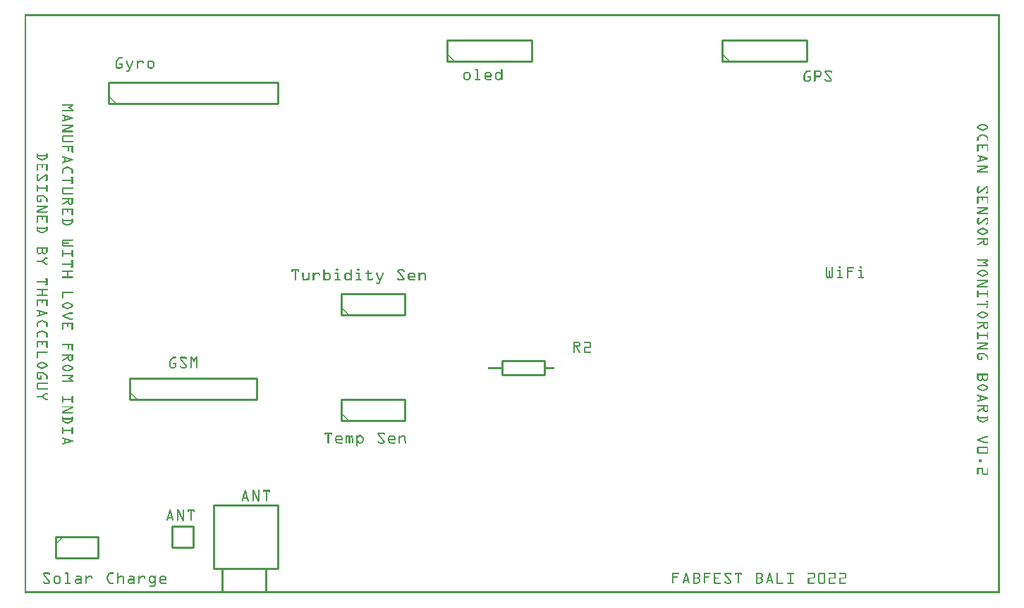
<source format=gto>
G04 MADE WITH FRITZING*
G04 WWW.FRITZING.ORG*
G04 DOUBLE SIDED*
G04 HOLES PLATED*
G04 CONTOUR ON CENTER OF CONTOUR VECTOR*
%ASAXBY*%
%FSLAX23Y23*%
%MOIN*%
%OFA0B0*%
%SFA1.0B1.0*%
%ADD10C,0.010000*%
%ADD11R,0.001000X0.001000*%
%LNSILK1*%
G90*
G70*
G54D10*
X398Y2316D02*
X1198Y2316D01*
D02*
X1198Y2316D02*
X1198Y2416D01*
D02*
X1198Y2416D02*
X398Y2416D01*
D02*
X398Y2416D02*
X398Y2316D01*
D02*
X498Y916D02*
X1098Y916D01*
D02*
X1098Y916D02*
X1098Y1016D01*
D02*
X1098Y1016D02*
X498Y1016D01*
D02*
X498Y1016D02*
X498Y916D01*
D02*
X698Y316D02*
X698Y216D01*
D02*
X698Y216D02*
X798Y216D01*
D02*
X798Y216D02*
X798Y316D01*
D02*
X798Y316D02*
X698Y316D01*
D02*
X895Y418D02*
X895Y116D01*
D02*
X1200Y418D02*
X1200Y116D01*
D02*
X895Y418D02*
X1200Y418D01*
D02*
X3298Y2516D02*
X3698Y2516D01*
D02*
X3698Y2516D02*
X3698Y2616D01*
D02*
X3698Y2616D02*
X3298Y2616D01*
D02*
X3298Y2616D02*
X3298Y2516D01*
D02*
X1498Y816D02*
X1798Y816D01*
D02*
X1798Y816D02*
X1798Y916D01*
D02*
X1798Y916D02*
X1498Y916D01*
D02*
X1498Y916D02*
X1498Y816D01*
D02*
X2258Y1099D02*
X2458Y1099D01*
D02*
X2458Y1099D02*
X2458Y1033D01*
D02*
X2458Y1033D02*
X2258Y1033D01*
D02*
X2258Y1033D02*
X2258Y1099D01*
D02*
X1998Y2516D02*
X2398Y2516D01*
D02*
X2398Y2516D02*
X2398Y2616D01*
D02*
X2398Y2616D02*
X1998Y2616D01*
D02*
X1998Y2616D02*
X1998Y2516D01*
D02*
X1498Y1316D02*
X1798Y1316D01*
D02*
X1798Y1316D02*
X1798Y1416D01*
D02*
X1798Y1416D02*
X1498Y1416D01*
D02*
X1498Y1416D02*
X1498Y1316D01*
D02*
X148Y266D02*
X148Y166D01*
D02*
X148Y166D02*
X348Y166D01*
D02*
X348Y166D02*
X348Y266D01*
D02*
X348Y266D02*
X148Y266D01*
G54D11*
X1Y2738D02*
X4611Y2738D01*
X1Y2737D02*
X4611Y2737D01*
X1Y2736D02*
X4611Y2736D01*
X1Y2735D02*
X4611Y2735D01*
X1Y2734D02*
X4611Y2734D01*
X1Y2733D02*
X4611Y2733D01*
X1Y2732D02*
X4611Y2732D01*
X1Y2731D02*
X4611Y2731D01*
X1Y2730D02*
X8Y2730D01*
X4604Y2730D02*
X4611Y2730D01*
X1Y2729D02*
X8Y2729D01*
X4604Y2729D02*
X4611Y2729D01*
X1Y2728D02*
X8Y2728D01*
X4604Y2728D02*
X4611Y2728D01*
X1Y2727D02*
X8Y2727D01*
X4604Y2727D02*
X4611Y2727D01*
X1Y2726D02*
X8Y2726D01*
X4604Y2726D02*
X4611Y2726D01*
X1Y2725D02*
X8Y2725D01*
X4604Y2725D02*
X4611Y2725D01*
X1Y2724D02*
X8Y2724D01*
X4604Y2724D02*
X4611Y2724D01*
X1Y2723D02*
X8Y2723D01*
X4604Y2723D02*
X4611Y2723D01*
X1Y2722D02*
X8Y2722D01*
X4604Y2722D02*
X4611Y2722D01*
X1Y2721D02*
X8Y2721D01*
X4604Y2721D02*
X4611Y2721D01*
X1Y2720D02*
X8Y2720D01*
X4604Y2720D02*
X4611Y2720D01*
X1Y2719D02*
X8Y2719D01*
X4604Y2719D02*
X4611Y2719D01*
X1Y2718D02*
X8Y2718D01*
X4604Y2718D02*
X4611Y2718D01*
X1Y2717D02*
X8Y2717D01*
X4604Y2717D02*
X4611Y2717D01*
X1Y2716D02*
X8Y2716D01*
X4604Y2716D02*
X4611Y2716D01*
X1Y2715D02*
X8Y2715D01*
X4604Y2715D02*
X4611Y2715D01*
X1Y2714D02*
X8Y2714D01*
X4604Y2714D02*
X4611Y2714D01*
X1Y2713D02*
X8Y2713D01*
X4604Y2713D02*
X4611Y2713D01*
X1Y2712D02*
X8Y2712D01*
X4604Y2712D02*
X4611Y2712D01*
X1Y2711D02*
X8Y2711D01*
X4604Y2711D02*
X4611Y2711D01*
X1Y2710D02*
X8Y2710D01*
X4604Y2710D02*
X4611Y2710D01*
X1Y2709D02*
X8Y2709D01*
X4604Y2709D02*
X4611Y2709D01*
X1Y2708D02*
X8Y2708D01*
X4604Y2708D02*
X4611Y2708D01*
X1Y2707D02*
X8Y2707D01*
X4604Y2707D02*
X4611Y2707D01*
X1Y2706D02*
X8Y2706D01*
X4604Y2706D02*
X4611Y2706D01*
X1Y2705D02*
X8Y2705D01*
X4604Y2705D02*
X4611Y2705D01*
X1Y2704D02*
X8Y2704D01*
X4604Y2704D02*
X4611Y2704D01*
X1Y2703D02*
X8Y2703D01*
X4604Y2703D02*
X4611Y2703D01*
X1Y2702D02*
X8Y2702D01*
X4604Y2702D02*
X4611Y2702D01*
X1Y2701D02*
X8Y2701D01*
X4604Y2701D02*
X4611Y2701D01*
X1Y2700D02*
X8Y2700D01*
X4604Y2700D02*
X4611Y2700D01*
X1Y2699D02*
X8Y2699D01*
X4604Y2699D02*
X4611Y2699D01*
X1Y2698D02*
X8Y2698D01*
X4604Y2698D02*
X4611Y2698D01*
X1Y2697D02*
X8Y2697D01*
X4604Y2697D02*
X4611Y2697D01*
X1Y2696D02*
X8Y2696D01*
X4604Y2696D02*
X4611Y2696D01*
X1Y2695D02*
X8Y2695D01*
X4604Y2695D02*
X4611Y2695D01*
X1Y2694D02*
X8Y2694D01*
X4604Y2694D02*
X4611Y2694D01*
X1Y2693D02*
X8Y2693D01*
X4604Y2693D02*
X4611Y2693D01*
X1Y2692D02*
X8Y2692D01*
X4604Y2692D02*
X4611Y2692D01*
X1Y2691D02*
X8Y2691D01*
X4604Y2691D02*
X4611Y2691D01*
X1Y2690D02*
X8Y2690D01*
X4604Y2690D02*
X4611Y2690D01*
X1Y2689D02*
X8Y2689D01*
X4604Y2689D02*
X4611Y2689D01*
X1Y2688D02*
X8Y2688D01*
X4604Y2688D02*
X4611Y2688D01*
X1Y2687D02*
X8Y2687D01*
X4604Y2687D02*
X4611Y2687D01*
X1Y2686D02*
X8Y2686D01*
X4604Y2686D02*
X4611Y2686D01*
X1Y2685D02*
X8Y2685D01*
X4604Y2685D02*
X4611Y2685D01*
X1Y2684D02*
X8Y2684D01*
X4604Y2684D02*
X4611Y2684D01*
X1Y2683D02*
X8Y2683D01*
X4604Y2683D02*
X4611Y2683D01*
X1Y2682D02*
X8Y2682D01*
X4604Y2682D02*
X4611Y2682D01*
X1Y2681D02*
X8Y2681D01*
X4604Y2681D02*
X4611Y2681D01*
X1Y2680D02*
X8Y2680D01*
X4604Y2680D02*
X4611Y2680D01*
X1Y2679D02*
X8Y2679D01*
X4604Y2679D02*
X4611Y2679D01*
X1Y2678D02*
X8Y2678D01*
X4604Y2678D02*
X4611Y2678D01*
X1Y2677D02*
X8Y2677D01*
X4604Y2677D02*
X4611Y2677D01*
X1Y2676D02*
X8Y2676D01*
X4604Y2676D02*
X4611Y2676D01*
X1Y2675D02*
X8Y2675D01*
X4604Y2675D02*
X4611Y2675D01*
X1Y2674D02*
X8Y2674D01*
X4604Y2674D02*
X4611Y2674D01*
X1Y2673D02*
X8Y2673D01*
X4604Y2673D02*
X4611Y2673D01*
X1Y2672D02*
X8Y2672D01*
X4604Y2672D02*
X4611Y2672D01*
X1Y2671D02*
X8Y2671D01*
X4604Y2671D02*
X4611Y2671D01*
X1Y2670D02*
X8Y2670D01*
X4604Y2670D02*
X4611Y2670D01*
X1Y2669D02*
X8Y2669D01*
X4604Y2669D02*
X4611Y2669D01*
X1Y2668D02*
X8Y2668D01*
X4604Y2668D02*
X4611Y2668D01*
X1Y2667D02*
X8Y2667D01*
X4604Y2667D02*
X4611Y2667D01*
X1Y2666D02*
X8Y2666D01*
X4604Y2666D02*
X4611Y2666D01*
X1Y2665D02*
X8Y2665D01*
X4604Y2665D02*
X4611Y2665D01*
X1Y2664D02*
X8Y2664D01*
X4604Y2664D02*
X4611Y2664D01*
X1Y2663D02*
X8Y2663D01*
X4604Y2663D02*
X4611Y2663D01*
X1Y2662D02*
X8Y2662D01*
X4604Y2662D02*
X4611Y2662D01*
X1Y2661D02*
X8Y2661D01*
X4604Y2661D02*
X4611Y2661D01*
X1Y2660D02*
X8Y2660D01*
X4604Y2660D02*
X4611Y2660D01*
X1Y2659D02*
X8Y2659D01*
X4604Y2659D02*
X4611Y2659D01*
X1Y2658D02*
X8Y2658D01*
X4604Y2658D02*
X4611Y2658D01*
X1Y2657D02*
X8Y2657D01*
X4604Y2657D02*
X4611Y2657D01*
X1Y2656D02*
X8Y2656D01*
X4604Y2656D02*
X4611Y2656D01*
X1Y2655D02*
X8Y2655D01*
X4604Y2655D02*
X4611Y2655D01*
X1Y2654D02*
X8Y2654D01*
X4604Y2654D02*
X4611Y2654D01*
X1Y2653D02*
X8Y2653D01*
X4604Y2653D02*
X4611Y2653D01*
X1Y2652D02*
X8Y2652D01*
X4604Y2652D02*
X4611Y2652D01*
X1Y2651D02*
X8Y2651D01*
X4604Y2651D02*
X4611Y2651D01*
X1Y2650D02*
X8Y2650D01*
X4604Y2650D02*
X4611Y2650D01*
X1Y2649D02*
X8Y2649D01*
X4604Y2649D02*
X4611Y2649D01*
X1Y2648D02*
X8Y2648D01*
X4604Y2648D02*
X4611Y2648D01*
X1Y2647D02*
X8Y2647D01*
X4604Y2647D02*
X4611Y2647D01*
X1Y2646D02*
X8Y2646D01*
X4604Y2646D02*
X4611Y2646D01*
X1Y2645D02*
X8Y2645D01*
X4604Y2645D02*
X4611Y2645D01*
X1Y2644D02*
X8Y2644D01*
X4604Y2644D02*
X4611Y2644D01*
X1Y2643D02*
X8Y2643D01*
X4604Y2643D02*
X4611Y2643D01*
X1Y2642D02*
X8Y2642D01*
X4604Y2642D02*
X4611Y2642D01*
X1Y2641D02*
X8Y2641D01*
X4604Y2641D02*
X4611Y2641D01*
X1Y2640D02*
X8Y2640D01*
X4604Y2640D02*
X4611Y2640D01*
X1Y2639D02*
X8Y2639D01*
X4604Y2639D02*
X4611Y2639D01*
X1Y2638D02*
X8Y2638D01*
X4604Y2638D02*
X4611Y2638D01*
X1Y2637D02*
X8Y2637D01*
X4604Y2637D02*
X4611Y2637D01*
X1Y2636D02*
X8Y2636D01*
X4604Y2636D02*
X4611Y2636D01*
X1Y2635D02*
X8Y2635D01*
X4604Y2635D02*
X4611Y2635D01*
X1Y2634D02*
X8Y2634D01*
X4604Y2634D02*
X4611Y2634D01*
X1Y2633D02*
X8Y2633D01*
X4604Y2633D02*
X4611Y2633D01*
X1Y2632D02*
X8Y2632D01*
X4604Y2632D02*
X4611Y2632D01*
X1Y2631D02*
X8Y2631D01*
X4604Y2631D02*
X4611Y2631D01*
X1Y2630D02*
X8Y2630D01*
X4604Y2630D02*
X4611Y2630D01*
X1Y2629D02*
X8Y2629D01*
X4604Y2629D02*
X4611Y2629D01*
X1Y2628D02*
X8Y2628D01*
X4604Y2628D02*
X4611Y2628D01*
X1Y2627D02*
X8Y2627D01*
X4604Y2627D02*
X4611Y2627D01*
X1Y2626D02*
X8Y2626D01*
X4604Y2626D02*
X4611Y2626D01*
X1Y2625D02*
X8Y2625D01*
X4604Y2625D02*
X4611Y2625D01*
X1Y2624D02*
X8Y2624D01*
X4604Y2624D02*
X4611Y2624D01*
X1Y2623D02*
X8Y2623D01*
X4604Y2623D02*
X4611Y2623D01*
X1Y2622D02*
X8Y2622D01*
X4604Y2622D02*
X4611Y2622D01*
X1Y2621D02*
X8Y2621D01*
X4604Y2621D02*
X4611Y2621D01*
X1Y2620D02*
X8Y2620D01*
X4604Y2620D02*
X4611Y2620D01*
X1Y2619D02*
X8Y2619D01*
X4604Y2619D02*
X4611Y2619D01*
X1Y2618D02*
X8Y2618D01*
X4604Y2618D02*
X4611Y2618D01*
X1Y2617D02*
X8Y2617D01*
X4604Y2617D02*
X4611Y2617D01*
X1Y2616D02*
X8Y2616D01*
X4604Y2616D02*
X4611Y2616D01*
X1Y2615D02*
X8Y2615D01*
X4604Y2615D02*
X4611Y2615D01*
X1Y2614D02*
X8Y2614D01*
X4604Y2614D02*
X4611Y2614D01*
X1Y2613D02*
X8Y2613D01*
X4604Y2613D02*
X4611Y2613D01*
X1Y2612D02*
X8Y2612D01*
X4604Y2612D02*
X4611Y2612D01*
X1Y2611D02*
X8Y2611D01*
X4604Y2611D02*
X4611Y2611D01*
X1Y2610D02*
X8Y2610D01*
X4604Y2610D02*
X4611Y2610D01*
X1Y2609D02*
X8Y2609D01*
X4604Y2609D02*
X4611Y2609D01*
X1Y2608D02*
X8Y2608D01*
X4604Y2608D02*
X4611Y2608D01*
X1Y2607D02*
X8Y2607D01*
X4604Y2607D02*
X4611Y2607D01*
X1Y2606D02*
X8Y2606D01*
X4604Y2606D02*
X4611Y2606D01*
X1Y2605D02*
X8Y2605D01*
X4604Y2605D02*
X4611Y2605D01*
X1Y2604D02*
X8Y2604D01*
X4604Y2604D02*
X4611Y2604D01*
X1Y2603D02*
X8Y2603D01*
X4604Y2603D02*
X4611Y2603D01*
X1Y2602D02*
X8Y2602D01*
X4604Y2602D02*
X4611Y2602D01*
X1Y2601D02*
X8Y2601D01*
X4604Y2601D02*
X4611Y2601D01*
X1Y2600D02*
X8Y2600D01*
X4604Y2600D02*
X4611Y2600D01*
X1Y2599D02*
X8Y2599D01*
X4604Y2599D02*
X4611Y2599D01*
X1Y2598D02*
X8Y2598D01*
X4604Y2598D02*
X4611Y2598D01*
X1Y2597D02*
X8Y2597D01*
X4604Y2597D02*
X4611Y2597D01*
X1Y2596D02*
X8Y2596D01*
X4604Y2596D02*
X4611Y2596D01*
X1Y2595D02*
X8Y2595D01*
X4604Y2595D02*
X4611Y2595D01*
X1Y2594D02*
X8Y2594D01*
X4604Y2594D02*
X4611Y2594D01*
X1Y2593D02*
X8Y2593D01*
X4604Y2593D02*
X4611Y2593D01*
X1Y2592D02*
X8Y2592D01*
X4604Y2592D02*
X4611Y2592D01*
X1Y2591D02*
X8Y2591D01*
X4604Y2591D02*
X4611Y2591D01*
X1Y2590D02*
X8Y2590D01*
X4604Y2590D02*
X4611Y2590D01*
X1Y2589D02*
X8Y2589D01*
X4604Y2589D02*
X4611Y2589D01*
X1Y2588D02*
X8Y2588D01*
X4604Y2588D02*
X4611Y2588D01*
X1Y2587D02*
X8Y2587D01*
X4604Y2587D02*
X4611Y2587D01*
X1Y2586D02*
X8Y2586D01*
X4604Y2586D02*
X4611Y2586D01*
X1Y2585D02*
X8Y2585D01*
X4604Y2585D02*
X4611Y2585D01*
X1Y2584D02*
X8Y2584D01*
X4604Y2584D02*
X4611Y2584D01*
X1Y2583D02*
X8Y2583D01*
X4604Y2583D02*
X4611Y2583D01*
X1Y2582D02*
X8Y2582D01*
X4604Y2582D02*
X4611Y2582D01*
X1Y2581D02*
X8Y2581D01*
X4604Y2581D02*
X4611Y2581D01*
X1Y2580D02*
X8Y2580D01*
X4604Y2580D02*
X4611Y2580D01*
X1Y2579D02*
X8Y2579D01*
X4604Y2579D02*
X4611Y2579D01*
X1Y2578D02*
X8Y2578D01*
X4604Y2578D02*
X4611Y2578D01*
X1Y2577D02*
X8Y2577D01*
X4604Y2577D02*
X4611Y2577D01*
X1Y2576D02*
X8Y2576D01*
X4604Y2576D02*
X4611Y2576D01*
X1Y2575D02*
X8Y2575D01*
X4604Y2575D02*
X4611Y2575D01*
X1Y2574D02*
X8Y2574D01*
X4604Y2574D02*
X4611Y2574D01*
X1Y2573D02*
X8Y2573D01*
X4604Y2573D02*
X4611Y2573D01*
X1Y2572D02*
X8Y2572D01*
X4604Y2572D02*
X4611Y2572D01*
X1Y2571D02*
X8Y2571D01*
X4604Y2571D02*
X4611Y2571D01*
X1Y2570D02*
X8Y2570D01*
X4604Y2570D02*
X4611Y2570D01*
X1Y2569D02*
X8Y2569D01*
X4604Y2569D02*
X4611Y2569D01*
X1Y2568D02*
X8Y2568D01*
X4604Y2568D02*
X4611Y2568D01*
X1Y2567D02*
X8Y2567D01*
X4604Y2567D02*
X4611Y2567D01*
X1Y2566D02*
X8Y2566D01*
X4604Y2566D02*
X4611Y2566D01*
X1Y2565D02*
X8Y2565D01*
X4604Y2565D02*
X4611Y2565D01*
X1Y2564D02*
X8Y2564D01*
X4604Y2564D02*
X4611Y2564D01*
X1Y2563D02*
X8Y2563D01*
X4604Y2563D02*
X4611Y2563D01*
X1Y2562D02*
X8Y2562D01*
X4604Y2562D02*
X4611Y2562D01*
X1Y2561D02*
X8Y2561D01*
X4604Y2561D02*
X4611Y2561D01*
X1Y2560D02*
X8Y2560D01*
X4604Y2560D02*
X4611Y2560D01*
X1Y2559D02*
X8Y2559D01*
X4604Y2559D02*
X4611Y2559D01*
X1Y2558D02*
X8Y2558D01*
X4604Y2558D02*
X4611Y2558D01*
X1Y2557D02*
X8Y2557D01*
X4604Y2557D02*
X4611Y2557D01*
X1Y2556D02*
X8Y2556D01*
X4604Y2556D02*
X4611Y2556D01*
X1Y2555D02*
X8Y2555D01*
X4604Y2555D02*
X4611Y2555D01*
X1Y2554D02*
X8Y2554D01*
X4604Y2554D02*
X4611Y2554D01*
X1Y2553D02*
X8Y2553D01*
X2000Y2553D02*
X2001Y2553D01*
X3300Y2553D02*
X3301Y2553D01*
X4604Y2553D02*
X4611Y2553D01*
X1Y2552D02*
X8Y2552D01*
X1999Y2552D02*
X2002Y2552D01*
X3299Y2552D02*
X3302Y2552D01*
X4604Y2552D02*
X4611Y2552D01*
X1Y2551D02*
X8Y2551D01*
X1998Y2551D02*
X2003Y2551D01*
X3298Y2551D02*
X3303Y2551D01*
X4604Y2551D02*
X4611Y2551D01*
X1Y2550D02*
X8Y2550D01*
X1998Y2550D02*
X2004Y2550D01*
X3298Y2550D02*
X3304Y2550D01*
X4604Y2550D02*
X4611Y2550D01*
X1Y2549D02*
X8Y2549D01*
X1999Y2549D02*
X2005Y2549D01*
X3299Y2549D02*
X3305Y2549D01*
X4604Y2549D02*
X4611Y2549D01*
X1Y2548D02*
X8Y2548D01*
X2000Y2548D02*
X2006Y2548D01*
X3300Y2548D02*
X3306Y2548D01*
X4604Y2548D02*
X4611Y2548D01*
X1Y2547D02*
X8Y2547D01*
X2001Y2547D02*
X2007Y2547D01*
X3301Y2547D02*
X3307Y2547D01*
X4604Y2547D02*
X4611Y2547D01*
X1Y2546D02*
X8Y2546D01*
X2002Y2546D02*
X2008Y2546D01*
X3302Y2546D02*
X3308Y2546D01*
X4604Y2546D02*
X4611Y2546D01*
X1Y2545D02*
X8Y2545D01*
X2003Y2545D02*
X2009Y2545D01*
X3303Y2545D02*
X3309Y2545D01*
X4604Y2545D02*
X4611Y2545D01*
X1Y2544D02*
X8Y2544D01*
X2004Y2544D02*
X2010Y2544D01*
X3304Y2544D02*
X3310Y2544D01*
X4604Y2544D02*
X4611Y2544D01*
X1Y2543D02*
X8Y2543D01*
X2005Y2543D02*
X2011Y2543D01*
X3305Y2543D02*
X3311Y2543D01*
X4604Y2543D02*
X4611Y2543D01*
X1Y2542D02*
X8Y2542D01*
X2006Y2542D02*
X2012Y2542D01*
X3306Y2542D02*
X3312Y2542D01*
X4604Y2542D02*
X4611Y2542D01*
X1Y2541D02*
X8Y2541D01*
X2007Y2541D02*
X2013Y2541D01*
X3307Y2541D02*
X3313Y2541D01*
X4604Y2541D02*
X4611Y2541D01*
X1Y2540D02*
X8Y2540D01*
X2008Y2540D02*
X2014Y2540D01*
X3308Y2540D02*
X3314Y2540D01*
X4604Y2540D02*
X4611Y2540D01*
X1Y2539D02*
X8Y2539D01*
X2009Y2539D02*
X2014Y2539D01*
X3309Y2539D02*
X3314Y2539D01*
X4604Y2539D02*
X4611Y2539D01*
X1Y2538D02*
X8Y2538D01*
X2010Y2538D02*
X2015Y2538D01*
X3310Y2538D02*
X3315Y2538D01*
X4604Y2538D02*
X4611Y2538D01*
X1Y2537D02*
X8Y2537D01*
X2011Y2537D02*
X2016Y2537D01*
X3311Y2537D02*
X3316Y2537D01*
X4604Y2537D02*
X4611Y2537D01*
X1Y2536D02*
X8Y2536D01*
X2012Y2536D02*
X2017Y2536D01*
X3312Y2536D02*
X3317Y2536D01*
X4604Y2536D02*
X4611Y2536D01*
X1Y2535D02*
X8Y2535D01*
X447Y2535D02*
X464Y2535D01*
X2013Y2535D02*
X2018Y2535D01*
X3313Y2535D02*
X3318Y2535D01*
X4604Y2535D02*
X4611Y2535D01*
X1Y2534D02*
X8Y2534D01*
X446Y2534D02*
X464Y2534D01*
X2014Y2534D02*
X2019Y2534D01*
X3314Y2534D02*
X3319Y2534D01*
X4604Y2534D02*
X4611Y2534D01*
X1Y2533D02*
X8Y2533D01*
X445Y2533D02*
X465Y2533D01*
X2015Y2533D02*
X2020Y2533D01*
X3315Y2533D02*
X3320Y2533D01*
X4604Y2533D02*
X4611Y2533D01*
X1Y2532D02*
X8Y2532D01*
X444Y2532D02*
X465Y2532D01*
X2016Y2532D02*
X2022Y2532D01*
X3316Y2532D02*
X3322Y2532D01*
X4604Y2532D02*
X4611Y2532D01*
X1Y2531D02*
X8Y2531D01*
X443Y2531D02*
X464Y2531D01*
X2017Y2531D02*
X2023Y2531D01*
X3317Y2531D02*
X3323Y2531D01*
X4604Y2531D02*
X4611Y2531D01*
X1Y2530D02*
X8Y2530D01*
X442Y2530D02*
X464Y2530D01*
X2018Y2530D02*
X2024Y2530D01*
X3318Y2530D02*
X3324Y2530D01*
X4604Y2530D02*
X4611Y2530D01*
X1Y2529D02*
X8Y2529D01*
X441Y2529D02*
X462Y2529D01*
X2019Y2529D02*
X2025Y2529D01*
X3319Y2529D02*
X3325Y2529D01*
X4604Y2529D02*
X4611Y2529D01*
X1Y2528D02*
X8Y2528D01*
X441Y2528D02*
X449Y2528D01*
X2020Y2528D02*
X2026Y2528D01*
X3320Y2528D02*
X3326Y2528D01*
X4604Y2528D02*
X4611Y2528D01*
X1Y2527D02*
X8Y2527D01*
X440Y2527D02*
X448Y2527D01*
X2021Y2527D02*
X2027Y2527D01*
X3321Y2527D02*
X3327Y2527D01*
X4604Y2527D02*
X4611Y2527D01*
X1Y2526D02*
X8Y2526D01*
X439Y2526D02*
X447Y2526D01*
X2022Y2526D02*
X2028Y2526D01*
X3322Y2526D02*
X3328Y2526D01*
X4604Y2526D02*
X4611Y2526D01*
X1Y2525D02*
X8Y2525D01*
X438Y2525D02*
X446Y2525D01*
X2023Y2525D02*
X2029Y2525D01*
X3323Y2525D02*
X3329Y2525D01*
X4604Y2525D02*
X4611Y2525D01*
X1Y2524D02*
X8Y2524D01*
X437Y2524D02*
X445Y2524D01*
X2024Y2524D02*
X2030Y2524D01*
X3324Y2524D02*
X3330Y2524D01*
X4604Y2524D02*
X4611Y2524D01*
X1Y2523D02*
X8Y2523D01*
X437Y2523D02*
X445Y2523D01*
X2025Y2523D02*
X2031Y2523D01*
X3325Y2523D02*
X3331Y2523D01*
X4604Y2523D02*
X4611Y2523D01*
X1Y2522D02*
X8Y2522D01*
X436Y2522D02*
X444Y2522D01*
X2026Y2522D02*
X2032Y2522D01*
X3326Y2522D02*
X3332Y2522D01*
X4604Y2522D02*
X4611Y2522D01*
X1Y2521D02*
X8Y2521D01*
X435Y2521D02*
X443Y2521D01*
X484Y2521D02*
X485Y2521D01*
X511Y2521D02*
X512Y2521D01*
X534Y2521D02*
X535Y2521D01*
X547Y2521D02*
X556Y2521D01*
X592Y2521D02*
X604Y2521D01*
X2027Y2521D02*
X2033Y2521D01*
X3327Y2521D02*
X3333Y2521D01*
X4604Y2521D02*
X4611Y2521D01*
X1Y2520D02*
X8Y2520D01*
X434Y2520D02*
X442Y2520D01*
X482Y2520D02*
X486Y2520D01*
X510Y2520D02*
X514Y2520D01*
X532Y2520D02*
X536Y2520D01*
X546Y2520D02*
X559Y2520D01*
X589Y2520D02*
X607Y2520D01*
X2028Y2520D02*
X2034Y2520D01*
X3328Y2520D02*
X3334Y2520D01*
X4604Y2520D02*
X4611Y2520D01*
X1Y2519D02*
X8Y2519D01*
X434Y2519D02*
X441Y2519D01*
X482Y2519D02*
X487Y2519D01*
X509Y2519D02*
X515Y2519D01*
X532Y2519D02*
X537Y2519D01*
X545Y2519D02*
X561Y2519D01*
X588Y2519D02*
X608Y2519D01*
X2029Y2519D02*
X2035Y2519D01*
X3329Y2519D02*
X3335Y2519D01*
X4604Y2519D02*
X4611Y2519D01*
X1Y2518D02*
X8Y2518D01*
X433Y2518D02*
X441Y2518D01*
X481Y2518D02*
X487Y2518D01*
X509Y2518D02*
X515Y2518D01*
X531Y2518D02*
X537Y2518D01*
X543Y2518D02*
X562Y2518D01*
X587Y2518D02*
X609Y2518D01*
X2030Y2518D02*
X2034Y2518D01*
X3330Y2518D02*
X3334Y2518D01*
X4604Y2518D02*
X4611Y2518D01*
X1Y2517D02*
X8Y2517D01*
X433Y2517D02*
X440Y2517D01*
X481Y2517D02*
X487Y2517D01*
X509Y2517D02*
X515Y2517D01*
X531Y2517D02*
X537Y2517D01*
X542Y2517D02*
X563Y2517D01*
X585Y2517D02*
X611Y2517D01*
X2031Y2517D02*
X2033Y2517D01*
X3331Y2517D02*
X3333Y2517D01*
X4604Y2517D02*
X4611Y2517D01*
X1Y2516D02*
X8Y2516D01*
X432Y2516D02*
X439Y2516D01*
X481Y2516D02*
X487Y2516D01*
X509Y2516D02*
X515Y2516D01*
X531Y2516D02*
X537Y2516D01*
X541Y2516D02*
X563Y2516D01*
X584Y2516D02*
X612Y2516D01*
X2032Y2516D02*
X2032Y2516D01*
X3332Y2516D02*
X3332Y2516D01*
X4604Y2516D02*
X4611Y2516D01*
X1Y2515D02*
X8Y2515D01*
X432Y2515D02*
X438Y2515D01*
X481Y2515D02*
X487Y2515D01*
X509Y2515D02*
X515Y2515D01*
X531Y2515D02*
X537Y2515D01*
X540Y2515D02*
X564Y2515D01*
X583Y2515D02*
X613Y2515D01*
X4604Y2515D02*
X4611Y2515D01*
X1Y2514D02*
X8Y2514D01*
X432Y2514D02*
X438Y2514D01*
X481Y2514D02*
X487Y2514D01*
X509Y2514D02*
X515Y2514D01*
X531Y2514D02*
X549Y2514D01*
X556Y2514D02*
X564Y2514D01*
X583Y2514D02*
X592Y2514D01*
X604Y2514D02*
X613Y2514D01*
X4604Y2514D02*
X4611Y2514D01*
X1Y2513D02*
X8Y2513D01*
X431Y2513D02*
X438Y2513D01*
X481Y2513D02*
X487Y2513D01*
X509Y2513D02*
X515Y2513D01*
X531Y2513D02*
X547Y2513D01*
X558Y2513D02*
X565Y2513D01*
X582Y2513D02*
X590Y2513D01*
X606Y2513D02*
X614Y2513D01*
X4604Y2513D02*
X4611Y2513D01*
X1Y2512D02*
X8Y2512D01*
X431Y2512D02*
X437Y2512D01*
X481Y2512D02*
X487Y2512D01*
X508Y2512D02*
X515Y2512D01*
X531Y2512D02*
X546Y2512D01*
X559Y2512D02*
X565Y2512D01*
X582Y2512D02*
X589Y2512D01*
X607Y2512D02*
X614Y2512D01*
X4604Y2512D02*
X4611Y2512D01*
X1Y2511D02*
X8Y2511D01*
X431Y2511D02*
X437Y2511D01*
X481Y2511D02*
X488Y2511D01*
X508Y2511D02*
X515Y2511D01*
X531Y2511D02*
X545Y2511D01*
X559Y2511D02*
X565Y2511D01*
X582Y2511D02*
X588Y2511D01*
X608Y2511D02*
X615Y2511D01*
X4604Y2511D02*
X4611Y2511D01*
X1Y2510D02*
X8Y2510D01*
X431Y2510D02*
X437Y2510D01*
X482Y2510D02*
X488Y2510D01*
X508Y2510D02*
X514Y2510D01*
X531Y2510D02*
X544Y2510D01*
X559Y2510D02*
X565Y2510D01*
X581Y2510D02*
X588Y2510D01*
X608Y2510D02*
X615Y2510D01*
X4604Y2510D02*
X4611Y2510D01*
X1Y2509D02*
X8Y2509D01*
X431Y2509D02*
X437Y2509D01*
X482Y2509D02*
X489Y2509D01*
X507Y2509D02*
X514Y2509D01*
X531Y2509D02*
X543Y2509D01*
X559Y2509D02*
X565Y2509D01*
X581Y2509D02*
X587Y2509D01*
X609Y2509D02*
X615Y2509D01*
X4604Y2509D02*
X4611Y2509D01*
X1Y2508D02*
X8Y2508D01*
X431Y2508D02*
X437Y2508D01*
X483Y2508D02*
X489Y2508D01*
X507Y2508D02*
X513Y2508D01*
X531Y2508D02*
X542Y2508D01*
X559Y2508D02*
X565Y2508D01*
X581Y2508D02*
X587Y2508D01*
X609Y2508D02*
X615Y2508D01*
X4604Y2508D02*
X4611Y2508D01*
X1Y2507D02*
X8Y2507D01*
X431Y2507D02*
X437Y2507D01*
X483Y2507D02*
X490Y2507D01*
X506Y2507D02*
X513Y2507D01*
X531Y2507D02*
X540Y2507D01*
X559Y2507D02*
X564Y2507D01*
X581Y2507D02*
X587Y2507D01*
X609Y2507D02*
X615Y2507D01*
X4604Y2507D02*
X4611Y2507D01*
X1Y2506D02*
X8Y2506D01*
X431Y2506D02*
X437Y2506D01*
X450Y2506D02*
X465Y2506D01*
X483Y2506D02*
X490Y2506D01*
X506Y2506D02*
X513Y2506D01*
X531Y2506D02*
X539Y2506D01*
X560Y2506D02*
X563Y2506D01*
X581Y2506D02*
X587Y2506D01*
X609Y2506D02*
X615Y2506D01*
X4604Y2506D02*
X4611Y2506D01*
X1Y2505D02*
X8Y2505D01*
X431Y2505D02*
X437Y2505D01*
X449Y2505D02*
X465Y2505D01*
X484Y2505D02*
X491Y2505D01*
X505Y2505D02*
X512Y2505D01*
X531Y2505D02*
X538Y2505D01*
X581Y2505D02*
X587Y2505D01*
X609Y2505D02*
X615Y2505D01*
X4604Y2505D02*
X4611Y2505D01*
X1Y2504D02*
X8Y2504D01*
X431Y2504D02*
X437Y2504D01*
X449Y2504D02*
X465Y2504D01*
X484Y2504D02*
X491Y2504D01*
X505Y2504D02*
X512Y2504D01*
X531Y2504D02*
X537Y2504D01*
X581Y2504D02*
X587Y2504D01*
X609Y2504D02*
X615Y2504D01*
X4604Y2504D02*
X4611Y2504D01*
X1Y2503D02*
X8Y2503D01*
X431Y2503D02*
X437Y2503D01*
X449Y2503D02*
X465Y2503D01*
X485Y2503D02*
X491Y2503D01*
X505Y2503D02*
X511Y2503D01*
X531Y2503D02*
X537Y2503D01*
X581Y2503D02*
X587Y2503D01*
X609Y2503D02*
X615Y2503D01*
X4604Y2503D02*
X4611Y2503D01*
X1Y2502D02*
X8Y2502D01*
X431Y2502D02*
X437Y2502D01*
X449Y2502D02*
X465Y2502D01*
X485Y2502D02*
X492Y2502D01*
X504Y2502D02*
X511Y2502D01*
X531Y2502D02*
X537Y2502D01*
X581Y2502D02*
X587Y2502D01*
X609Y2502D02*
X615Y2502D01*
X4604Y2502D02*
X4611Y2502D01*
X1Y2501D02*
X8Y2501D01*
X431Y2501D02*
X437Y2501D01*
X449Y2501D02*
X465Y2501D01*
X486Y2501D02*
X492Y2501D01*
X504Y2501D02*
X510Y2501D01*
X531Y2501D02*
X537Y2501D01*
X581Y2501D02*
X587Y2501D01*
X609Y2501D02*
X615Y2501D01*
X4604Y2501D02*
X4611Y2501D01*
X1Y2500D02*
X8Y2500D01*
X431Y2500D02*
X437Y2500D01*
X450Y2500D02*
X465Y2500D01*
X486Y2500D02*
X493Y2500D01*
X503Y2500D02*
X510Y2500D01*
X531Y2500D02*
X537Y2500D01*
X581Y2500D02*
X587Y2500D01*
X609Y2500D02*
X615Y2500D01*
X4604Y2500D02*
X4611Y2500D01*
X1Y2499D02*
X8Y2499D01*
X431Y2499D02*
X437Y2499D01*
X459Y2499D02*
X465Y2499D01*
X487Y2499D02*
X493Y2499D01*
X503Y2499D02*
X510Y2499D01*
X531Y2499D02*
X537Y2499D01*
X581Y2499D02*
X587Y2499D01*
X609Y2499D02*
X615Y2499D01*
X4604Y2499D02*
X4611Y2499D01*
X1Y2498D02*
X8Y2498D01*
X431Y2498D02*
X437Y2498D01*
X459Y2498D02*
X465Y2498D01*
X487Y2498D02*
X494Y2498D01*
X502Y2498D02*
X509Y2498D01*
X531Y2498D02*
X537Y2498D01*
X581Y2498D02*
X587Y2498D01*
X609Y2498D02*
X615Y2498D01*
X4604Y2498D02*
X4611Y2498D01*
X1Y2497D02*
X8Y2497D01*
X431Y2497D02*
X437Y2497D01*
X459Y2497D02*
X465Y2497D01*
X487Y2497D02*
X494Y2497D01*
X502Y2497D02*
X509Y2497D01*
X531Y2497D02*
X537Y2497D01*
X581Y2497D02*
X587Y2497D01*
X609Y2497D02*
X615Y2497D01*
X4604Y2497D02*
X4611Y2497D01*
X1Y2496D02*
X8Y2496D01*
X431Y2496D02*
X437Y2496D01*
X459Y2496D02*
X465Y2496D01*
X488Y2496D02*
X494Y2496D01*
X501Y2496D02*
X508Y2496D01*
X531Y2496D02*
X537Y2496D01*
X581Y2496D02*
X587Y2496D01*
X609Y2496D02*
X615Y2496D01*
X4604Y2496D02*
X4611Y2496D01*
X1Y2495D02*
X8Y2495D01*
X431Y2495D02*
X437Y2495D01*
X459Y2495D02*
X465Y2495D01*
X488Y2495D02*
X495Y2495D01*
X501Y2495D02*
X508Y2495D01*
X531Y2495D02*
X537Y2495D01*
X581Y2495D02*
X587Y2495D01*
X609Y2495D02*
X615Y2495D01*
X4604Y2495D02*
X4611Y2495D01*
X1Y2494D02*
X8Y2494D01*
X431Y2494D02*
X437Y2494D01*
X459Y2494D02*
X465Y2494D01*
X489Y2494D02*
X495Y2494D01*
X501Y2494D02*
X507Y2494D01*
X531Y2494D02*
X537Y2494D01*
X581Y2494D02*
X587Y2494D01*
X609Y2494D02*
X615Y2494D01*
X4604Y2494D02*
X4611Y2494D01*
X1Y2493D02*
X8Y2493D01*
X431Y2493D02*
X437Y2493D01*
X459Y2493D02*
X465Y2493D01*
X489Y2493D02*
X496Y2493D01*
X500Y2493D02*
X507Y2493D01*
X531Y2493D02*
X537Y2493D01*
X581Y2493D02*
X588Y2493D01*
X608Y2493D02*
X615Y2493D01*
X4604Y2493D02*
X4611Y2493D01*
X1Y2492D02*
X8Y2492D01*
X431Y2492D02*
X437Y2492D01*
X459Y2492D02*
X465Y2492D01*
X490Y2492D02*
X496Y2492D01*
X500Y2492D02*
X506Y2492D01*
X531Y2492D02*
X537Y2492D01*
X581Y2492D02*
X588Y2492D01*
X608Y2492D02*
X615Y2492D01*
X4604Y2492D02*
X4611Y2492D01*
X1Y2491D02*
X8Y2491D01*
X431Y2491D02*
X438Y2491D01*
X458Y2491D02*
X465Y2491D01*
X490Y2491D02*
X506Y2491D01*
X531Y2491D02*
X537Y2491D01*
X582Y2491D02*
X589Y2491D01*
X607Y2491D02*
X614Y2491D01*
X4604Y2491D02*
X4611Y2491D01*
X1Y2490D02*
X8Y2490D01*
X432Y2490D02*
X438Y2490D01*
X458Y2490D02*
X465Y2490D01*
X490Y2490D02*
X506Y2490D01*
X531Y2490D02*
X537Y2490D01*
X582Y2490D02*
X590Y2490D01*
X606Y2490D02*
X614Y2490D01*
X4604Y2490D02*
X4611Y2490D01*
X1Y2489D02*
X8Y2489D01*
X432Y2489D02*
X440Y2489D01*
X456Y2489D02*
X464Y2489D01*
X491Y2489D02*
X505Y2489D01*
X531Y2489D02*
X537Y2489D01*
X583Y2489D02*
X592Y2489D01*
X604Y2489D02*
X613Y2489D01*
X4604Y2489D02*
X4611Y2489D01*
X1Y2488D02*
X8Y2488D01*
X432Y2488D02*
X464Y2488D01*
X491Y2488D02*
X505Y2488D01*
X531Y2488D02*
X537Y2488D01*
X583Y2488D02*
X613Y2488D01*
X4604Y2488D02*
X4611Y2488D01*
X1Y2487D02*
X8Y2487D01*
X433Y2487D02*
X463Y2487D01*
X492Y2487D02*
X504Y2487D01*
X531Y2487D02*
X537Y2487D01*
X584Y2487D02*
X612Y2487D01*
X4604Y2487D02*
X4611Y2487D01*
X1Y2486D02*
X8Y2486D01*
X433Y2486D02*
X463Y2486D01*
X492Y2486D02*
X504Y2486D01*
X531Y2486D02*
X537Y2486D01*
X585Y2486D02*
X611Y2486D01*
X4604Y2486D02*
X4611Y2486D01*
X1Y2485D02*
X8Y2485D01*
X434Y2485D02*
X462Y2485D01*
X494Y2485D02*
X503Y2485D01*
X531Y2485D02*
X537Y2485D01*
X587Y2485D02*
X609Y2485D01*
X4604Y2485D02*
X4611Y2485D01*
X1Y2484D02*
X8Y2484D01*
X435Y2484D02*
X461Y2484D01*
X496Y2484D02*
X503Y2484D01*
X532Y2484D02*
X537Y2484D01*
X588Y2484D02*
X608Y2484D01*
X4604Y2484D02*
X4611Y2484D01*
X1Y2483D02*
X8Y2483D01*
X437Y2483D02*
X459Y2483D01*
X496Y2483D02*
X502Y2483D01*
X532Y2483D02*
X536Y2483D01*
X589Y2483D02*
X607Y2483D01*
X4604Y2483D02*
X4611Y2483D01*
X1Y2482D02*
X8Y2482D01*
X440Y2482D02*
X456Y2482D01*
X495Y2482D02*
X502Y2482D01*
X534Y2482D02*
X535Y2482D01*
X592Y2482D02*
X604Y2482D01*
X4604Y2482D02*
X4611Y2482D01*
X1Y2481D02*
X8Y2481D01*
X495Y2481D02*
X502Y2481D01*
X2132Y2481D02*
X2143Y2481D01*
X2256Y2481D02*
X2257Y2481D01*
X4604Y2481D02*
X4611Y2481D01*
X1Y2480D02*
X8Y2480D01*
X494Y2480D02*
X501Y2480D01*
X2130Y2480D02*
X2145Y2480D01*
X2254Y2480D02*
X2259Y2480D01*
X4604Y2480D02*
X4611Y2480D01*
X1Y2479D02*
X8Y2479D01*
X494Y2479D02*
X501Y2479D01*
X2130Y2479D02*
X2145Y2479D01*
X2254Y2479D02*
X2259Y2479D01*
X4604Y2479D02*
X4611Y2479D01*
X1Y2478D02*
X8Y2478D01*
X494Y2478D02*
X500Y2478D01*
X2129Y2478D02*
X2146Y2478D01*
X2254Y2478D02*
X2259Y2478D01*
X4604Y2478D02*
X4611Y2478D01*
X1Y2477D02*
X8Y2477D01*
X493Y2477D02*
X500Y2477D01*
X2129Y2477D02*
X2146Y2477D01*
X2253Y2477D02*
X2260Y2477D01*
X4604Y2477D02*
X4611Y2477D01*
X1Y2476D02*
X8Y2476D01*
X493Y2476D02*
X499Y2476D01*
X2130Y2476D02*
X2146Y2476D01*
X2253Y2476D02*
X2260Y2476D01*
X4604Y2476D02*
X4611Y2476D01*
X1Y2475D02*
X8Y2475D01*
X492Y2475D02*
X499Y2475D01*
X2131Y2475D02*
X2146Y2475D01*
X2253Y2475D02*
X2260Y2475D01*
X4604Y2475D02*
X4611Y2475D01*
X1Y2474D02*
X8Y2474D01*
X484Y2474D02*
X499Y2474D01*
X2140Y2474D02*
X2146Y2474D01*
X2253Y2474D02*
X2260Y2474D01*
X3701Y2474D02*
X3715Y2474D01*
X3734Y2474D02*
X3760Y2474D01*
X3788Y2474D02*
X3811Y2474D01*
X4604Y2474D02*
X4611Y2474D01*
X1Y2473D02*
X8Y2473D01*
X482Y2473D02*
X498Y2473D01*
X2140Y2473D02*
X2146Y2473D01*
X2253Y2473D02*
X2260Y2473D01*
X3699Y2473D02*
X3717Y2473D01*
X3734Y2473D02*
X3762Y2473D01*
X3787Y2473D02*
X3813Y2473D01*
X4604Y2473D02*
X4611Y2473D01*
X1Y2472D02*
X8Y2472D01*
X482Y2472D02*
X498Y2472D01*
X2140Y2472D02*
X2146Y2472D01*
X2253Y2472D02*
X2260Y2472D01*
X3697Y2472D02*
X3717Y2472D01*
X3734Y2472D02*
X3763Y2472D01*
X3786Y2472D02*
X3814Y2472D01*
X4604Y2472D02*
X4611Y2472D01*
X1Y2471D02*
X8Y2471D01*
X481Y2471D02*
X497Y2471D01*
X2140Y2471D02*
X2146Y2471D01*
X2253Y2471D02*
X2260Y2471D01*
X3696Y2471D02*
X3717Y2471D01*
X3734Y2471D02*
X3764Y2471D01*
X3785Y2471D02*
X3815Y2471D01*
X4604Y2471D02*
X4611Y2471D01*
X1Y2470D02*
X8Y2470D01*
X481Y2470D02*
X497Y2470D01*
X2140Y2470D02*
X2146Y2470D01*
X2253Y2470D02*
X2260Y2470D01*
X3695Y2470D02*
X3717Y2470D01*
X3734Y2470D02*
X3765Y2470D01*
X3784Y2470D02*
X3816Y2470D01*
X4604Y2470D02*
X4611Y2470D01*
X1Y2469D02*
X8Y2469D01*
X482Y2469D02*
X496Y2469D01*
X2140Y2469D02*
X2146Y2469D01*
X2253Y2469D02*
X2260Y2469D01*
X3695Y2469D02*
X3716Y2469D01*
X3734Y2469D02*
X3766Y2469D01*
X3784Y2469D02*
X3816Y2469D01*
X4604Y2469D02*
X4611Y2469D01*
X1Y2468D02*
X8Y2468D01*
X482Y2468D02*
X496Y2468D01*
X2140Y2468D02*
X2146Y2468D01*
X2253Y2468D02*
X2260Y2468D01*
X3694Y2468D02*
X3715Y2468D01*
X3734Y2468D02*
X3766Y2468D01*
X3784Y2468D02*
X3817Y2468D01*
X4604Y2468D02*
X4611Y2468D01*
X1Y2467D02*
X8Y2467D01*
X2140Y2467D02*
X2146Y2467D01*
X2253Y2467D02*
X2260Y2467D01*
X3693Y2467D02*
X3701Y2467D01*
X3734Y2467D02*
X3740Y2467D01*
X3759Y2467D02*
X3767Y2467D01*
X3784Y2467D02*
X3790Y2467D01*
X3810Y2467D02*
X3817Y2467D01*
X4604Y2467D02*
X4611Y2467D01*
X1Y2466D02*
X8Y2466D01*
X2086Y2466D02*
X2100Y2466D01*
X2140Y2466D02*
X2146Y2466D01*
X2186Y2466D02*
X2200Y2466D01*
X2236Y2466D02*
X2246Y2466D01*
X2253Y2466D02*
X2260Y2466D01*
X3692Y2466D02*
X3700Y2466D01*
X3734Y2466D02*
X3740Y2466D01*
X3760Y2466D02*
X3767Y2466D01*
X3784Y2466D02*
X3790Y2466D01*
X3811Y2466D02*
X3817Y2466D01*
X4604Y2466D02*
X4611Y2466D01*
X1Y2465D02*
X8Y2465D01*
X2083Y2465D02*
X2102Y2465D01*
X2140Y2465D02*
X2146Y2465D01*
X2183Y2465D02*
X2202Y2465D01*
X2233Y2465D02*
X2248Y2465D01*
X2253Y2465D02*
X2260Y2465D01*
X3692Y2465D02*
X3700Y2465D01*
X3734Y2465D02*
X3740Y2465D01*
X3761Y2465D02*
X3767Y2465D01*
X3784Y2465D02*
X3791Y2465D01*
X3811Y2465D02*
X3817Y2465D01*
X4604Y2465D02*
X4611Y2465D01*
X1Y2464D02*
X8Y2464D01*
X2082Y2464D02*
X2103Y2464D01*
X2140Y2464D02*
X2146Y2464D01*
X2182Y2464D02*
X2203Y2464D01*
X2232Y2464D02*
X2250Y2464D01*
X2253Y2464D02*
X2260Y2464D01*
X3691Y2464D02*
X3699Y2464D01*
X3734Y2464D02*
X3740Y2464D01*
X3761Y2464D02*
X3767Y2464D01*
X3784Y2464D02*
X3791Y2464D01*
X3811Y2464D02*
X3817Y2464D01*
X4604Y2464D02*
X4611Y2464D01*
X1Y2463D02*
X8Y2463D01*
X2081Y2463D02*
X2105Y2463D01*
X2140Y2463D02*
X2146Y2463D01*
X2181Y2463D02*
X2205Y2463D01*
X2231Y2463D02*
X2251Y2463D01*
X2253Y2463D02*
X2260Y2463D01*
X3690Y2463D02*
X3698Y2463D01*
X3734Y2463D02*
X3740Y2463D01*
X3761Y2463D02*
X3767Y2463D01*
X3785Y2463D02*
X3792Y2463D01*
X3812Y2463D02*
X3816Y2463D01*
X4604Y2463D02*
X4611Y2463D01*
X1Y2462D02*
X8Y2462D01*
X2080Y2462D02*
X2106Y2462D01*
X2140Y2462D02*
X2146Y2462D01*
X2180Y2462D02*
X2206Y2462D01*
X2230Y2462D02*
X2260Y2462D01*
X3689Y2462D02*
X3697Y2462D01*
X3734Y2462D02*
X3740Y2462D01*
X3761Y2462D02*
X3767Y2462D01*
X3785Y2462D02*
X3793Y2462D01*
X3813Y2462D02*
X3815Y2462D01*
X4604Y2462D02*
X4611Y2462D01*
X1Y2461D02*
X8Y2461D01*
X2079Y2461D02*
X2107Y2461D01*
X2140Y2461D02*
X2146Y2461D01*
X2179Y2461D02*
X2207Y2461D01*
X2229Y2461D02*
X2260Y2461D01*
X3689Y2461D02*
X3696Y2461D01*
X3734Y2461D02*
X3740Y2461D01*
X3761Y2461D02*
X3767Y2461D01*
X3786Y2461D02*
X3794Y2461D01*
X4604Y2461D02*
X4611Y2461D01*
X1Y2460D02*
X8Y2460D01*
X2078Y2460D02*
X2108Y2460D01*
X2140Y2460D02*
X2146Y2460D01*
X2178Y2460D02*
X2208Y2460D01*
X2228Y2460D02*
X2260Y2460D01*
X3688Y2460D02*
X3696Y2460D01*
X3734Y2460D02*
X3740Y2460D01*
X3761Y2460D02*
X3767Y2460D01*
X3787Y2460D02*
X3795Y2460D01*
X4604Y2460D02*
X4611Y2460D01*
X1Y2459D02*
X8Y2459D01*
X2077Y2459D02*
X2086Y2459D01*
X2099Y2459D02*
X2108Y2459D01*
X2140Y2459D02*
X2146Y2459D01*
X2177Y2459D02*
X2186Y2459D01*
X2199Y2459D02*
X2208Y2459D01*
X2227Y2459D02*
X2236Y2459D01*
X2246Y2459D02*
X2260Y2459D01*
X3687Y2459D02*
X3695Y2459D01*
X3734Y2459D02*
X3740Y2459D01*
X3761Y2459D02*
X3767Y2459D01*
X3787Y2459D02*
X3795Y2459D01*
X4604Y2459D02*
X4611Y2459D01*
X1Y2458D02*
X8Y2458D01*
X2077Y2458D02*
X2085Y2458D01*
X2101Y2458D02*
X2109Y2458D01*
X2140Y2458D02*
X2146Y2458D01*
X2177Y2458D02*
X2185Y2458D01*
X2201Y2458D02*
X2209Y2458D01*
X2227Y2458D02*
X2235Y2458D01*
X2247Y2458D02*
X2260Y2458D01*
X3686Y2458D02*
X3694Y2458D01*
X3734Y2458D02*
X3740Y2458D01*
X3761Y2458D02*
X3767Y2458D01*
X3788Y2458D02*
X3796Y2458D01*
X4604Y2458D02*
X4611Y2458D01*
X1Y2457D02*
X8Y2457D01*
X2076Y2457D02*
X2084Y2457D01*
X2102Y2457D02*
X2109Y2457D01*
X2140Y2457D02*
X2146Y2457D01*
X2176Y2457D02*
X2184Y2457D01*
X2202Y2457D02*
X2209Y2457D01*
X2226Y2457D02*
X2234Y2457D01*
X2248Y2457D02*
X2260Y2457D01*
X3686Y2457D02*
X3693Y2457D01*
X3734Y2457D02*
X3740Y2457D01*
X3761Y2457D02*
X3767Y2457D01*
X3789Y2457D02*
X3797Y2457D01*
X4604Y2457D02*
X4611Y2457D01*
X1Y2456D02*
X8Y2456D01*
X2076Y2456D02*
X2083Y2456D01*
X2103Y2456D02*
X2109Y2456D01*
X2140Y2456D02*
X2146Y2456D01*
X2176Y2456D02*
X2183Y2456D01*
X2203Y2456D02*
X2209Y2456D01*
X2226Y2456D02*
X2233Y2456D01*
X2249Y2456D02*
X2260Y2456D01*
X3685Y2456D02*
X3692Y2456D01*
X3734Y2456D02*
X3740Y2456D01*
X3761Y2456D02*
X3767Y2456D01*
X3790Y2456D02*
X3798Y2456D01*
X4604Y2456D02*
X4611Y2456D01*
X1Y2455D02*
X8Y2455D01*
X2076Y2455D02*
X2082Y2455D01*
X2103Y2455D02*
X2109Y2455D01*
X2140Y2455D02*
X2146Y2455D01*
X2176Y2455D02*
X2182Y2455D01*
X2203Y2455D02*
X2209Y2455D01*
X2226Y2455D02*
X2232Y2455D01*
X2251Y2455D02*
X2260Y2455D01*
X3685Y2455D02*
X3692Y2455D01*
X3734Y2455D02*
X3740Y2455D01*
X3761Y2455D02*
X3767Y2455D01*
X3790Y2455D02*
X3798Y2455D01*
X4604Y2455D02*
X4611Y2455D01*
X1Y2454D02*
X8Y2454D01*
X2076Y2454D02*
X2082Y2454D01*
X2103Y2454D02*
X2110Y2454D01*
X2140Y2454D02*
X2146Y2454D01*
X2176Y2454D02*
X2182Y2454D01*
X2203Y2454D02*
X2210Y2454D01*
X2226Y2454D02*
X2232Y2454D01*
X2252Y2454D02*
X2260Y2454D01*
X3684Y2454D02*
X3691Y2454D01*
X3734Y2454D02*
X3740Y2454D01*
X3761Y2454D02*
X3767Y2454D01*
X3791Y2454D02*
X3799Y2454D01*
X4604Y2454D02*
X4611Y2454D01*
X1Y2453D02*
X8Y2453D01*
X2076Y2453D02*
X2082Y2453D01*
X2103Y2453D02*
X2110Y2453D01*
X2140Y2453D02*
X2146Y2453D01*
X2176Y2453D02*
X2182Y2453D01*
X2203Y2453D02*
X2210Y2453D01*
X2226Y2453D02*
X2232Y2453D01*
X2253Y2453D02*
X2260Y2453D01*
X3684Y2453D02*
X3690Y2453D01*
X3734Y2453D02*
X3740Y2453D01*
X3761Y2453D02*
X3767Y2453D01*
X3792Y2453D02*
X3800Y2453D01*
X4604Y2453D02*
X4611Y2453D01*
X1Y2452D02*
X8Y2452D01*
X2076Y2452D02*
X2082Y2452D01*
X2103Y2452D02*
X2110Y2452D01*
X2140Y2452D02*
X2146Y2452D01*
X2176Y2452D02*
X2182Y2452D01*
X2203Y2452D02*
X2210Y2452D01*
X2226Y2452D02*
X2232Y2452D01*
X2253Y2452D02*
X2260Y2452D01*
X3684Y2452D02*
X3690Y2452D01*
X3734Y2452D02*
X3740Y2452D01*
X3761Y2452D02*
X3767Y2452D01*
X3793Y2452D02*
X3801Y2452D01*
X4604Y2452D02*
X4611Y2452D01*
X1Y2451D02*
X8Y2451D01*
X2076Y2451D02*
X2082Y2451D01*
X2103Y2451D02*
X2110Y2451D01*
X2140Y2451D02*
X2146Y2451D01*
X2176Y2451D02*
X2182Y2451D01*
X2203Y2451D02*
X2210Y2451D01*
X2226Y2451D02*
X2232Y2451D01*
X2253Y2451D02*
X2260Y2451D01*
X3684Y2451D02*
X3690Y2451D01*
X3734Y2451D02*
X3740Y2451D01*
X3761Y2451D02*
X3767Y2451D01*
X3794Y2451D02*
X3802Y2451D01*
X4604Y2451D02*
X4611Y2451D01*
X1Y2450D02*
X8Y2450D01*
X2076Y2450D02*
X2082Y2450D01*
X2103Y2450D02*
X2110Y2450D01*
X2140Y2450D02*
X2146Y2450D01*
X2176Y2450D02*
X2182Y2450D01*
X2203Y2450D02*
X2210Y2450D01*
X2226Y2450D02*
X2232Y2450D01*
X2253Y2450D02*
X2260Y2450D01*
X3684Y2450D02*
X3690Y2450D01*
X3734Y2450D02*
X3740Y2450D01*
X3761Y2450D02*
X3767Y2450D01*
X3794Y2450D02*
X3802Y2450D01*
X4604Y2450D02*
X4611Y2450D01*
X1Y2449D02*
X8Y2449D01*
X2076Y2449D02*
X2082Y2449D01*
X2103Y2449D02*
X2110Y2449D01*
X2140Y2449D02*
X2146Y2449D01*
X2176Y2449D02*
X2182Y2449D01*
X2203Y2449D02*
X2210Y2449D01*
X2226Y2449D02*
X2232Y2449D01*
X2253Y2449D02*
X2260Y2449D01*
X3684Y2449D02*
X3690Y2449D01*
X3734Y2449D02*
X3740Y2449D01*
X3760Y2449D02*
X3767Y2449D01*
X3795Y2449D02*
X3803Y2449D01*
X4604Y2449D02*
X4611Y2449D01*
X1Y2448D02*
X8Y2448D01*
X2076Y2448D02*
X2082Y2448D01*
X2103Y2448D02*
X2110Y2448D01*
X2140Y2448D02*
X2146Y2448D01*
X2176Y2448D02*
X2210Y2448D01*
X2226Y2448D02*
X2232Y2448D01*
X2253Y2448D02*
X2260Y2448D01*
X3684Y2448D02*
X3690Y2448D01*
X3734Y2448D02*
X3766Y2448D01*
X3796Y2448D02*
X3804Y2448D01*
X4604Y2448D02*
X4611Y2448D01*
X1Y2447D02*
X8Y2447D01*
X2076Y2447D02*
X2082Y2447D01*
X2103Y2447D02*
X2110Y2447D01*
X2140Y2447D02*
X2146Y2447D01*
X2176Y2447D02*
X2210Y2447D01*
X2226Y2447D02*
X2232Y2447D01*
X2253Y2447D02*
X2260Y2447D01*
X3684Y2447D02*
X3690Y2447D01*
X3734Y2447D02*
X3766Y2447D01*
X3797Y2447D02*
X3805Y2447D01*
X4604Y2447D02*
X4611Y2447D01*
X1Y2446D02*
X8Y2446D01*
X2076Y2446D02*
X2082Y2446D01*
X2103Y2446D02*
X2110Y2446D01*
X2140Y2446D02*
X2146Y2446D01*
X2176Y2446D02*
X2210Y2446D01*
X2226Y2446D02*
X2232Y2446D01*
X2253Y2446D02*
X2260Y2446D01*
X3684Y2446D02*
X3690Y2446D01*
X3734Y2446D02*
X3765Y2446D01*
X3797Y2446D02*
X3805Y2446D01*
X4604Y2446D02*
X4611Y2446D01*
X1Y2445D02*
X8Y2445D01*
X2076Y2445D02*
X2082Y2445D01*
X2103Y2445D02*
X2110Y2445D01*
X2140Y2445D02*
X2146Y2445D01*
X2176Y2445D02*
X2209Y2445D01*
X2226Y2445D02*
X2232Y2445D01*
X2253Y2445D02*
X2260Y2445D01*
X3684Y2445D02*
X3690Y2445D01*
X3703Y2445D02*
X3717Y2445D01*
X3734Y2445D02*
X3765Y2445D01*
X3798Y2445D02*
X3806Y2445D01*
X4604Y2445D02*
X4611Y2445D01*
X1Y2444D02*
X8Y2444D01*
X2076Y2444D02*
X2082Y2444D01*
X2103Y2444D02*
X2110Y2444D01*
X2140Y2444D02*
X2146Y2444D01*
X2176Y2444D02*
X2209Y2444D01*
X2226Y2444D02*
X2232Y2444D01*
X2253Y2444D02*
X2260Y2444D01*
X3684Y2444D02*
X3690Y2444D01*
X3702Y2444D02*
X3717Y2444D01*
X3734Y2444D02*
X3764Y2444D01*
X3799Y2444D02*
X3807Y2444D01*
X4604Y2444D02*
X4611Y2444D01*
X1Y2443D02*
X8Y2443D01*
X2076Y2443D02*
X2082Y2443D01*
X2103Y2443D02*
X2110Y2443D01*
X2140Y2443D02*
X2146Y2443D01*
X2176Y2443D02*
X2209Y2443D01*
X2226Y2443D02*
X2232Y2443D01*
X2253Y2443D02*
X2260Y2443D01*
X3684Y2443D02*
X3690Y2443D01*
X3701Y2443D02*
X3717Y2443D01*
X3734Y2443D02*
X3763Y2443D01*
X3800Y2443D02*
X3808Y2443D01*
X4604Y2443D02*
X4611Y2443D01*
X1Y2442D02*
X8Y2442D01*
X2076Y2442D02*
X2082Y2442D01*
X2103Y2442D02*
X2110Y2442D01*
X2140Y2442D02*
X2146Y2442D01*
X2176Y2442D02*
X2207Y2442D01*
X2226Y2442D02*
X2232Y2442D01*
X2253Y2442D02*
X2260Y2442D01*
X3684Y2442D02*
X3690Y2442D01*
X3701Y2442D02*
X3717Y2442D01*
X3734Y2442D02*
X3761Y2442D01*
X3801Y2442D02*
X3809Y2442D01*
X4604Y2442D02*
X4611Y2442D01*
X1Y2441D02*
X8Y2441D01*
X2076Y2441D02*
X2082Y2441D01*
X2103Y2441D02*
X2110Y2441D01*
X2140Y2441D02*
X2146Y2441D01*
X2176Y2441D02*
X2182Y2441D01*
X2226Y2441D02*
X2232Y2441D01*
X2253Y2441D02*
X2260Y2441D01*
X3684Y2441D02*
X3690Y2441D01*
X3701Y2441D02*
X3717Y2441D01*
X3734Y2441D02*
X3740Y2441D01*
X3801Y2441D02*
X3809Y2441D01*
X4604Y2441D02*
X4611Y2441D01*
X1Y2440D02*
X8Y2440D01*
X2076Y2440D02*
X2082Y2440D01*
X2103Y2440D02*
X2110Y2440D01*
X2140Y2440D02*
X2146Y2440D01*
X2176Y2440D02*
X2182Y2440D01*
X2226Y2440D02*
X2232Y2440D01*
X2252Y2440D02*
X2260Y2440D01*
X3684Y2440D02*
X3690Y2440D01*
X3701Y2440D02*
X3717Y2440D01*
X3734Y2440D02*
X3740Y2440D01*
X3802Y2440D02*
X3810Y2440D01*
X4604Y2440D02*
X4611Y2440D01*
X1Y2439D02*
X8Y2439D01*
X2076Y2439D02*
X2082Y2439D01*
X2103Y2439D02*
X2109Y2439D01*
X2140Y2439D02*
X2146Y2439D01*
X2176Y2439D02*
X2182Y2439D01*
X2226Y2439D02*
X2232Y2439D01*
X2251Y2439D02*
X2260Y2439D01*
X3684Y2439D02*
X3690Y2439D01*
X3702Y2439D02*
X3717Y2439D01*
X3734Y2439D02*
X3740Y2439D01*
X3803Y2439D02*
X3811Y2439D01*
X4604Y2439D02*
X4611Y2439D01*
X1Y2438D02*
X8Y2438D01*
X2076Y2438D02*
X2082Y2438D01*
X2103Y2438D02*
X2109Y2438D01*
X2140Y2438D02*
X2146Y2438D01*
X2176Y2438D02*
X2182Y2438D01*
X2226Y2438D02*
X2232Y2438D01*
X2250Y2438D02*
X2260Y2438D01*
X3684Y2438D02*
X3690Y2438D01*
X3711Y2438D02*
X3717Y2438D01*
X3734Y2438D02*
X3740Y2438D01*
X3804Y2438D02*
X3812Y2438D01*
X4604Y2438D02*
X4611Y2438D01*
X1Y2437D02*
X8Y2437D01*
X2076Y2437D02*
X2083Y2437D01*
X2102Y2437D02*
X2109Y2437D01*
X2140Y2437D02*
X2146Y2437D01*
X2176Y2437D02*
X2183Y2437D01*
X2226Y2437D02*
X2233Y2437D01*
X2249Y2437D02*
X2260Y2437D01*
X3684Y2437D02*
X3690Y2437D01*
X3711Y2437D02*
X3717Y2437D01*
X3734Y2437D02*
X3740Y2437D01*
X3804Y2437D02*
X3812Y2437D01*
X4604Y2437D02*
X4611Y2437D01*
X1Y2436D02*
X8Y2436D01*
X2077Y2436D02*
X2084Y2436D01*
X2101Y2436D02*
X2109Y2436D01*
X2140Y2436D02*
X2146Y2436D01*
X2177Y2436D02*
X2184Y2436D01*
X2227Y2436D02*
X2234Y2436D01*
X2248Y2436D02*
X2260Y2436D01*
X3684Y2436D02*
X3690Y2436D01*
X3711Y2436D02*
X3717Y2436D01*
X3734Y2436D02*
X3740Y2436D01*
X3805Y2436D02*
X3813Y2436D01*
X4604Y2436D02*
X4611Y2436D01*
X1Y2435D02*
X8Y2435D01*
X2077Y2435D02*
X2086Y2435D01*
X2100Y2435D02*
X2108Y2435D01*
X2140Y2435D02*
X2146Y2435D01*
X2177Y2435D02*
X2186Y2435D01*
X2227Y2435D02*
X2236Y2435D01*
X2246Y2435D02*
X2260Y2435D01*
X3684Y2435D02*
X3690Y2435D01*
X3711Y2435D02*
X3717Y2435D01*
X3734Y2435D02*
X3740Y2435D01*
X3806Y2435D02*
X3814Y2435D01*
X4604Y2435D02*
X4611Y2435D01*
X1Y2434D02*
X8Y2434D01*
X2078Y2434D02*
X2108Y2434D01*
X2132Y2434D02*
X2153Y2434D01*
X2178Y2434D02*
X2207Y2434D01*
X2228Y2434D02*
X2260Y2434D01*
X3684Y2434D02*
X3690Y2434D01*
X3711Y2434D02*
X3717Y2434D01*
X3734Y2434D02*
X3740Y2434D01*
X3807Y2434D02*
X3815Y2434D01*
X4604Y2434D02*
X4611Y2434D01*
X1Y2433D02*
X8Y2433D01*
X2078Y2433D02*
X2107Y2433D01*
X2130Y2433D02*
X2155Y2433D01*
X2178Y2433D02*
X2208Y2433D01*
X2228Y2433D02*
X2260Y2433D01*
X3684Y2433D02*
X3690Y2433D01*
X3711Y2433D02*
X3717Y2433D01*
X3734Y2433D02*
X3740Y2433D01*
X3786Y2433D02*
X3788Y2433D01*
X3808Y2433D02*
X3816Y2433D01*
X4604Y2433D02*
X4611Y2433D01*
X1Y2432D02*
X8Y2432D01*
X2079Y2432D02*
X2106Y2432D01*
X2130Y2432D02*
X2156Y2432D01*
X2179Y2432D02*
X2209Y2432D01*
X2229Y2432D02*
X2260Y2432D01*
X3684Y2432D02*
X3690Y2432D01*
X3711Y2432D02*
X3717Y2432D01*
X3734Y2432D02*
X3740Y2432D01*
X3784Y2432D02*
X3789Y2432D01*
X3808Y2432D02*
X3816Y2432D01*
X4604Y2432D02*
X4611Y2432D01*
X1Y2431D02*
X8Y2431D01*
X2080Y2431D02*
X2105Y2431D01*
X2129Y2431D02*
X2156Y2431D01*
X2180Y2431D02*
X2209Y2431D01*
X2230Y2431D02*
X2260Y2431D01*
X3684Y2431D02*
X3690Y2431D01*
X3711Y2431D02*
X3717Y2431D01*
X3734Y2431D02*
X3740Y2431D01*
X3784Y2431D02*
X3789Y2431D01*
X3809Y2431D02*
X3817Y2431D01*
X4604Y2431D02*
X4611Y2431D01*
X1Y2430D02*
X8Y2430D01*
X2082Y2430D02*
X2104Y2430D01*
X2129Y2430D02*
X2156Y2430D01*
X2182Y2430D02*
X2209Y2430D01*
X2232Y2430D02*
X2251Y2430D01*
X2254Y2430D02*
X2259Y2430D01*
X3684Y2430D02*
X3690Y2430D01*
X3711Y2430D02*
X3717Y2430D01*
X3734Y2430D02*
X3740Y2430D01*
X3784Y2430D02*
X3790Y2430D01*
X3810Y2430D02*
X3817Y2430D01*
X4604Y2430D02*
X4611Y2430D01*
X1Y2429D02*
X8Y2429D01*
X2083Y2429D02*
X2102Y2429D01*
X2130Y2429D02*
X2156Y2429D01*
X2183Y2429D02*
X2209Y2429D01*
X2233Y2429D02*
X2249Y2429D01*
X2254Y2429D02*
X2259Y2429D01*
X3684Y2429D02*
X3690Y2429D01*
X3710Y2429D02*
X3717Y2429D01*
X3734Y2429D02*
X3740Y2429D01*
X3784Y2429D02*
X3790Y2429D01*
X3811Y2429D02*
X3817Y2429D01*
X4604Y2429D02*
X4611Y2429D01*
X1Y2428D02*
X8Y2428D01*
X2085Y2428D02*
X2101Y2428D01*
X2131Y2428D02*
X2155Y2428D01*
X2185Y2428D02*
X2208Y2428D01*
X2235Y2428D02*
X2247Y2428D01*
X2255Y2428D02*
X2258Y2428D01*
X3684Y2428D02*
X3691Y2428D01*
X3709Y2428D02*
X3717Y2428D01*
X3734Y2428D02*
X3740Y2428D01*
X3784Y2428D02*
X3791Y2428D01*
X3811Y2428D02*
X3817Y2428D01*
X4604Y2428D02*
X4611Y2428D01*
X1Y2427D02*
X8Y2427D01*
X3684Y2427D02*
X3716Y2427D01*
X3734Y2427D02*
X3740Y2427D01*
X3784Y2427D02*
X3817Y2427D01*
X4604Y2427D02*
X4611Y2427D01*
X1Y2426D02*
X8Y2426D01*
X3685Y2426D02*
X3716Y2426D01*
X3734Y2426D02*
X3740Y2426D01*
X3784Y2426D02*
X3817Y2426D01*
X4604Y2426D02*
X4611Y2426D01*
X1Y2425D02*
X8Y2425D01*
X3685Y2425D02*
X3715Y2425D01*
X3734Y2425D02*
X3740Y2425D01*
X3785Y2425D02*
X3816Y2425D01*
X4604Y2425D02*
X4611Y2425D01*
X1Y2424D02*
X8Y2424D01*
X3686Y2424D02*
X3714Y2424D01*
X3734Y2424D02*
X3740Y2424D01*
X3786Y2424D02*
X3816Y2424D01*
X4604Y2424D02*
X4611Y2424D01*
X1Y2423D02*
X8Y2423D01*
X3687Y2423D02*
X3713Y2423D01*
X3734Y2423D02*
X3739Y2423D01*
X3787Y2423D02*
X3815Y2423D01*
X4604Y2423D02*
X4611Y2423D01*
X1Y2422D02*
X8Y2422D01*
X3689Y2422D02*
X3712Y2422D01*
X3734Y2422D02*
X3739Y2422D01*
X3788Y2422D02*
X3814Y2422D01*
X4604Y2422D02*
X4611Y2422D01*
X1Y2421D02*
X8Y2421D01*
X3691Y2421D02*
X3710Y2421D01*
X3735Y2421D02*
X3738Y2421D01*
X3790Y2421D02*
X3812Y2421D01*
X4604Y2421D02*
X4611Y2421D01*
X1Y2420D02*
X8Y2420D01*
X4604Y2420D02*
X4611Y2420D01*
X1Y2419D02*
X8Y2419D01*
X4604Y2419D02*
X4611Y2419D01*
X1Y2418D02*
X8Y2418D01*
X4604Y2418D02*
X4611Y2418D01*
X1Y2417D02*
X8Y2417D01*
X4604Y2417D02*
X4611Y2417D01*
X1Y2416D02*
X8Y2416D01*
X4604Y2416D02*
X4611Y2416D01*
X1Y2415D02*
X8Y2415D01*
X4604Y2415D02*
X4611Y2415D01*
X1Y2414D02*
X8Y2414D01*
X4604Y2414D02*
X4611Y2414D01*
X1Y2413D02*
X8Y2413D01*
X4604Y2413D02*
X4611Y2413D01*
X1Y2412D02*
X8Y2412D01*
X4604Y2412D02*
X4611Y2412D01*
X1Y2411D02*
X8Y2411D01*
X4604Y2411D02*
X4611Y2411D01*
X1Y2410D02*
X8Y2410D01*
X4604Y2410D02*
X4611Y2410D01*
X1Y2409D02*
X8Y2409D01*
X4604Y2409D02*
X4611Y2409D01*
X1Y2408D02*
X8Y2408D01*
X4604Y2408D02*
X4611Y2408D01*
X1Y2407D02*
X8Y2407D01*
X4604Y2407D02*
X4611Y2407D01*
X1Y2406D02*
X8Y2406D01*
X4604Y2406D02*
X4611Y2406D01*
X1Y2405D02*
X8Y2405D01*
X4604Y2405D02*
X4611Y2405D01*
X1Y2404D02*
X8Y2404D01*
X4604Y2404D02*
X4611Y2404D01*
X1Y2403D02*
X8Y2403D01*
X4604Y2403D02*
X4611Y2403D01*
X1Y2402D02*
X8Y2402D01*
X4604Y2402D02*
X4611Y2402D01*
X1Y2401D02*
X8Y2401D01*
X4604Y2401D02*
X4611Y2401D01*
X1Y2400D02*
X8Y2400D01*
X4604Y2400D02*
X4611Y2400D01*
X1Y2399D02*
X8Y2399D01*
X4604Y2399D02*
X4611Y2399D01*
X1Y2398D02*
X8Y2398D01*
X4604Y2398D02*
X4611Y2398D01*
X1Y2397D02*
X8Y2397D01*
X4604Y2397D02*
X4611Y2397D01*
X1Y2396D02*
X8Y2396D01*
X4604Y2396D02*
X4611Y2396D01*
X1Y2395D02*
X8Y2395D01*
X4604Y2395D02*
X4611Y2395D01*
X1Y2394D02*
X8Y2394D01*
X4604Y2394D02*
X4611Y2394D01*
X1Y2393D02*
X8Y2393D01*
X4604Y2393D02*
X4611Y2393D01*
X1Y2392D02*
X8Y2392D01*
X4604Y2392D02*
X4611Y2392D01*
X1Y2391D02*
X8Y2391D01*
X4604Y2391D02*
X4611Y2391D01*
X1Y2390D02*
X8Y2390D01*
X4604Y2390D02*
X4611Y2390D01*
X1Y2389D02*
X8Y2389D01*
X4604Y2389D02*
X4611Y2389D01*
X1Y2388D02*
X8Y2388D01*
X4604Y2388D02*
X4611Y2388D01*
X1Y2387D02*
X8Y2387D01*
X4604Y2387D02*
X4611Y2387D01*
X1Y2386D02*
X8Y2386D01*
X4604Y2386D02*
X4611Y2386D01*
X1Y2385D02*
X8Y2385D01*
X4604Y2385D02*
X4611Y2385D01*
X1Y2384D02*
X8Y2384D01*
X4604Y2384D02*
X4611Y2384D01*
X1Y2383D02*
X8Y2383D01*
X4604Y2383D02*
X4611Y2383D01*
X1Y2382D02*
X8Y2382D01*
X4604Y2382D02*
X4611Y2382D01*
X1Y2381D02*
X8Y2381D01*
X4604Y2381D02*
X4611Y2381D01*
X1Y2380D02*
X8Y2380D01*
X4604Y2380D02*
X4611Y2380D01*
X1Y2379D02*
X8Y2379D01*
X4604Y2379D02*
X4611Y2379D01*
X1Y2378D02*
X8Y2378D01*
X4604Y2378D02*
X4611Y2378D01*
X1Y2377D02*
X8Y2377D01*
X4604Y2377D02*
X4611Y2377D01*
X1Y2376D02*
X8Y2376D01*
X4604Y2376D02*
X4611Y2376D01*
X1Y2375D02*
X8Y2375D01*
X4604Y2375D02*
X4611Y2375D01*
X1Y2374D02*
X8Y2374D01*
X4604Y2374D02*
X4611Y2374D01*
X1Y2373D02*
X8Y2373D01*
X4604Y2373D02*
X4611Y2373D01*
X1Y2372D02*
X8Y2372D01*
X4604Y2372D02*
X4611Y2372D01*
X1Y2371D02*
X8Y2371D01*
X4604Y2371D02*
X4611Y2371D01*
X1Y2370D02*
X8Y2370D01*
X4604Y2370D02*
X4611Y2370D01*
X1Y2369D02*
X8Y2369D01*
X4604Y2369D02*
X4611Y2369D01*
X1Y2368D02*
X8Y2368D01*
X4604Y2368D02*
X4611Y2368D01*
X1Y2367D02*
X8Y2367D01*
X4604Y2367D02*
X4611Y2367D01*
X1Y2366D02*
X8Y2366D01*
X4604Y2366D02*
X4611Y2366D01*
X1Y2365D02*
X8Y2365D01*
X4604Y2365D02*
X4611Y2365D01*
X1Y2364D02*
X8Y2364D01*
X4604Y2364D02*
X4611Y2364D01*
X1Y2363D02*
X8Y2363D01*
X4604Y2363D02*
X4611Y2363D01*
X1Y2362D02*
X8Y2362D01*
X4604Y2362D02*
X4611Y2362D01*
X1Y2361D02*
X8Y2361D01*
X4604Y2361D02*
X4611Y2361D01*
X1Y2360D02*
X8Y2360D01*
X4604Y2360D02*
X4611Y2360D01*
X1Y2359D02*
X8Y2359D01*
X4604Y2359D02*
X4611Y2359D01*
X1Y2358D02*
X8Y2358D01*
X4604Y2358D02*
X4611Y2358D01*
X1Y2357D02*
X8Y2357D01*
X4604Y2357D02*
X4611Y2357D01*
X1Y2356D02*
X8Y2356D01*
X4604Y2356D02*
X4611Y2356D01*
X1Y2355D02*
X8Y2355D01*
X4604Y2355D02*
X4611Y2355D01*
X1Y2354D02*
X8Y2354D01*
X4604Y2354D02*
X4611Y2354D01*
X1Y2353D02*
X8Y2353D01*
X400Y2353D02*
X401Y2353D01*
X4604Y2353D02*
X4611Y2353D01*
X1Y2352D02*
X8Y2352D01*
X399Y2352D02*
X402Y2352D01*
X4604Y2352D02*
X4611Y2352D01*
X1Y2351D02*
X8Y2351D01*
X398Y2351D02*
X403Y2351D01*
X4604Y2351D02*
X4611Y2351D01*
X1Y2350D02*
X8Y2350D01*
X398Y2350D02*
X404Y2350D01*
X4604Y2350D02*
X4611Y2350D01*
X1Y2349D02*
X8Y2349D01*
X399Y2349D02*
X405Y2349D01*
X4604Y2349D02*
X4611Y2349D01*
X1Y2348D02*
X8Y2348D01*
X400Y2348D02*
X406Y2348D01*
X4604Y2348D02*
X4611Y2348D01*
X1Y2347D02*
X8Y2347D01*
X401Y2347D02*
X407Y2347D01*
X4604Y2347D02*
X4611Y2347D01*
X1Y2346D02*
X8Y2346D01*
X402Y2346D02*
X408Y2346D01*
X4604Y2346D02*
X4611Y2346D01*
X1Y2345D02*
X8Y2345D01*
X403Y2345D02*
X409Y2345D01*
X4604Y2345D02*
X4611Y2345D01*
X1Y2344D02*
X8Y2344D01*
X404Y2344D02*
X410Y2344D01*
X4604Y2344D02*
X4611Y2344D01*
X1Y2343D02*
X8Y2343D01*
X405Y2343D02*
X411Y2343D01*
X4604Y2343D02*
X4611Y2343D01*
X1Y2342D02*
X8Y2342D01*
X406Y2342D02*
X412Y2342D01*
X4604Y2342D02*
X4611Y2342D01*
X1Y2341D02*
X8Y2341D01*
X407Y2341D02*
X413Y2341D01*
X4604Y2341D02*
X4611Y2341D01*
X1Y2340D02*
X8Y2340D01*
X408Y2340D02*
X414Y2340D01*
X4604Y2340D02*
X4611Y2340D01*
X1Y2339D02*
X8Y2339D01*
X409Y2339D02*
X414Y2339D01*
X4604Y2339D02*
X4611Y2339D01*
X1Y2338D02*
X8Y2338D01*
X410Y2338D02*
X415Y2338D01*
X4604Y2338D02*
X4611Y2338D01*
X1Y2337D02*
X8Y2337D01*
X411Y2337D02*
X416Y2337D01*
X4604Y2337D02*
X4611Y2337D01*
X1Y2336D02*
X8Y2336D01*
X412Y2336D02*
X417Y2336D01*
X4604Y2336D02*
X4611Y2336D01*
X1Y2335D02*
X8Y2335D01*
X413Y2335D02*
X418Y2335D01*
X4604Y2335D02*
X4611Y2335D01*
X1Y2334D02*
X8Y2334D01*
X414Y2334D02*
X419Y2334D01*
X4604Y2334D02*
X4611Y2334D01*
X1Y2333D02*
X8Y2333D01*
X415Y2333D02*
X420Y2333D01*
X4604Y2333D02*
X4611Y2333D01*
X1Y2332D02*
X8Y2332D01*
X416Y2332D02*
X422Y2332D01*
X4604Y2332D02*
X4611Y2332D01*
X1Y2331D02*
X8Y2331D01*
X417Y2331D02*
X423Y2331D01*
X4604Y2331D02*
X4611Y2331D01*
X1Y2330D02*
X8Y2330D01*
X418Y2330D02*
X424Y2330D01*
X4604Y2330D02*
X4611Y2330D01*
X1Y2329D02*
X8Y2329D01*
X419Y2329D02*
X425Y2329D01*
X4604Y2329D02*
X4611Y2329D01*
X1Y2328D02*
X8Y2328D01*
X420Y2328D02*
X426Y2328D01*
X4604Y2328D02*
X4611Y2328D01*
X1Y2327D02*
X8Y2327D01*
X421Y2327D02*
X427Y2327D01*
X4604Y2327D02*
X4611Y2327D01*
X1Y2326D02*
X8Y2326D01*
X422Y2326D02*
X428Y2326D01*
X4604Y2326D02*
X4611Y2326D01*
X1Y2325D02*
X8Y2325D01*
X423Y2325D02*
X429Y2325D01*
X4604Y2325D02*
X4611Y2325D01*
X1Y2324D02*
X8Y2324D01*
X424Y2324D02*
X430Y2324D01*
X4604Y2324D02*
X4611Y2324D01*
X1Y2323D02*
X8Y2323D01*
X425Y2323D02*
X431Y2323D01*
X4604Y2323D02*
X4611Y2323D01*
X1Y2322D02*
X8Y2322D01*
X426Y2322D02*
X432Y2322D01*
X4604Y2322D02*
X4611Y2322D01*
X1Y2321D02*
X8Y2321D01*
X427Y2321D02*
X433Y2321D01*
X4604Y2321D02*
X4611Y2321D01*
X1Y2320D02*
X8Y2320D01*
X428Y2320D02*
X434Y2320D01*
X4604Y2320D02*
X4611Y2320D01*
X1Y2319D02*
X8Y2319D01*
X429Y2319D02*
X435Y2319D01*
X4604Y2319D02*
X4611Y2319D01*
X1Y2318D02*
X8Y2318D01*
X430Y2318D02*
X434Y2318D01*
X4604Y2318D02*
X4611Y2318D01*
X1Y2317D02*
X8Y2317D01*
X431Y2317D02*
X433Y2317D01*
X4604Y2317D02*
X4611Y2317D01*
X1Y2316D02*
X8Y2316D01*
X432Y2316D02*
X432Y2316D01*
X4604Y2316D02*
X4611Y2316D01*
X1Y2315D02*
X8Y2315D01*
X4604Y2315D02*
X4611Y2315D01*
X1Y2314D02*
X8Y2314D01*
X179Y2314D02*
X230Y2314D01*
X4604Y2314D02*
X4611Y2314D01*
X1Y2313D02*
X8Y2313D01*
X178Y2313D02*
X230Y2313D01*
X4604Y2313D02*
X4611Y2313D01*
X1Y2312D02*
X8Y2312D01*
X178Y2312D02*
X230Y2312D01*
X4604Y2312D02*
X4611Y2312D01*
X1Y2311D02*
X8Y2311D01*
X178Y2311D02*
X230Y2311D01*
X4604Y2311D02*
X4611Y2311D01*
X1Y2310D02*
X8Y2310D01*
X178Y2310D02*
X230Y2310D01*
X4604Y2310D02*
X4611Y2310D01*
X1Y2309D02*
X8Y2309D01*
X179Y2309D02*
X230Y2309D01*
X4604Y2309D02*
X4611Y2309D01*
X1Y2308D02*
X8Y2308D01*
X180Y2308D02*
X230Y2308D01*
X4604Y2308D02*
X4611Y2308D01*
X1Y2307D02*
X8Y2307D01*
X221Y2307D02*
X230Y2307D01*
X4604Y2307D02*
X4611Y2307D01*
X1Y2306D02*
X8Y2306D01*
X219Y2306D02*
X230Y2306D01*
X4604Y2306D02*
X4611Y2306D01*
X1Y2305D02*
X8Y2305D01*
X218Y2305D02*
X229Y2305D01*
X4604Y2305D02*
X4611Y2305D01*
X1Y2304D02*
X8Y2304D01*
X216Y2304D02*
X227Y2304D01*
X4604Y2304D02*
X4611Y2304D01*
X1Y2303D02*
X8Y2303D01*
X215Y2303D02*
X226Y2303D01*
X4604Y2303D02*
X4611Y2303D01*
X1Y2302D02*
X8Y2302D01*
X213Y2302D02*
X225Y2302D01*
X4604Y2302D02*
X4611Y2302D01*
X1Y2301D02*
X8Y2301D01*
X210Y2301D02*
X223Y2301D01*
X4604Y2301D02*
X4611Y2301D01*
X1Y2300D02*
X8Y2300D01*
X208Y2300D02*
X222Y2300D01*
X4604Y2300D02*
X4611Y2300D01*
X1Y2299D02*
X8Y2299D01*
X207Y2299D02*
X220Y2299D01*
X4604Y2299D02*
X4611Y2299D01*
X1Y2298D02*
X8Y2298D01*
X207Y2298D02*
X219Y2298D01*
X4604Y2298D02*
X4611Y2298D01*
X1Y2297D02*
X8Y2297D01*
X207Y2297D02*
X219Y2297D01*
X4604Y2297D02*
X4611Y2297D01*
X1Y2296D02*
X8Y2296D01*
X207Y2296D02*
X220Y2296D01*
X4604Y2296D02*
X4611Y2296D01*
X1Y2295D02*
X8Y2295D01*
X208Y2295D02*
X222Y2295D01*
X4604Y2295D02*
X4611Y2295D01*
X1Y2294D02*
X8Y2294D01*
X212Y2294D02*
X223Y2294D01*
X4604Y2294D02*
X4611Y2294D01*
X1Y2293D02*
X8Y2293D01*
X214Y2293D02*
X225Y2293D01*
X4604Y2293D02*
X4611Y2293D01*
X1Y2292D02*
X8Y2292D01*
X215Y2292D02*
X226Y2292D01*
X4604Y2292D02*
X4611Y2292D01*
X1Y2291D02*
X8Y2291D01*
X217Y2291D02*
X228Y2291D01*
X4604Y2291D02*
X4611Y2291D01*
X1Y2290D02*
X8Y2290D01*
X218Y2290D02*
X229Y2290D01*
X4604Y2290D02*
X4611Y2290D01*
X1Y2289D02*
X8Y2289D01*
X219Y2289D02*
X230Y2289D01*
X4604Y2289D02*
X4611Y2289D01*
X1Y2288D02*
X8Y2288D01*
X221Y2288D02*
X230Y2288D01*
X4604Y2288D02*
X4611Y2288D01*
X1Y2287D02*
X8Y2287D01*
X180Y2287D02*
X230Y2287D01*
X4604Y2287D02*
X4611Y2287D01*
X1Y2286D02*
X8Y2286D01*
X179Y2286D02*
X230Y2286D01*
X4604Y2286D02*
X4611Y2286D01*
X1Y2285D02*
X8Y2285D01*
X178Y2285D02*
X230Y2285D01*
X4604Y2285D02*
X4611Y2285D01*
X1Y2284D02*
X8Y2284D01*
X178Y2284D02*
X230Y2284D01*
X4604Y2284D02*
X4611Y2284D01*
X1Y2283D02*
X8Y2283D01*
X178Y2283D02*
X230Y2283D01*
X4604Y2283D02*
X4611Y2283D01*
X1Y2282D02*
X8Y2282D01*
X178Y2282D02*
X230Y2282D01*
X4604Y2282D02*
X4611Y2282D01*
X1Y2281D02*
X8Y2281D01*
X180Y2281D02*
X230Y2281D01*
X4604Y2281D02*
X4611Y2281D01*
X1Y2280D02*
X8Y2280D01*
X4604Y2280D02*
X4611Y2280D01*
X1Y2279D02*
X8Y2279D01*
X4604Y2279D02*
X4611Y2279D01*
X1Y2278D02*
X8Y2278D01*
X4604Y2278D02*
X4611Y2278D01*
X1Y2277D02*
X8Y2277D01*
X4604Y2277D02*
X4611Y2277D01*
X1Y2276D02*
X8Y2276D01*
X4604Y2276D02*
X4611Y2276D01*
X1Y2275D02*
X8Y2275D01*
X4604Y2275D02*
X4611Y2275D01*
X1Y2274D02*
X8Y2274D01*
X4604Y2274D02*
X4611Y2274D01*
X1Y2273D02*
X8Y2273D01*
X4604Y2273D02*
X4611Y2273D01*
X1Y2272D02*
X8Y2272D01*
X4604Y2272D02*
X4611Y2272D01*
X1Y2271D02*
X8Y2271D01*
X4604Y2271D02*
X4611Y2271D01*
X1Y2270D02*
X8Y2270D01*
X4604Y2270D02*
X4611Y2270D01*
X1Y2269D02*
X8Y2269D01*
X4604Y2269D02*
X4611Y2269D01*
X1Y2268D02*
X8Y2268D01*
X4604Y2268D02*
X4611Y2268D01*
X1Y2267D02*
X8Y2267D01*
X4604Y2267D02*
X4611Y2267D01*
X1Y2266D02*
X8Y2266D01*
X4604Y2266D02*
X4611Y2266D01*
X1Y2265D02*
X8Y2265D01*
X180Y2265D02*
X182Y2265D01*
X4604Y2265D02*
X4611Y2265D01*
X1Y2264D02*
X8Y2264D01*
X179Y2264D02*
X185Y2264D01*
X4604Y2264D02*
X4611Y2264D01*
X1Y2263D02*
X8Y2263D01*
X178Y2263D02*
X189Y2263D01*
X4604Y2263D02*
X4611Y2263D01*
X1Y2262D02*
X8Y2262D01*
X178Y2262D02*
X192Y2262D01*
X4604Y2262D02*
X4611Y2262D01*
X1Y2261D02*
X8Y2261D01*
X178Y2261D02*
X196Y2261D01*
X4604Y2261D02*
X4611Y2261D01*
X1Y2260D02*
X8Y2260D01*
X178Y2260D02*
X199Y2260D01*
X4604Y2260D02*
X4611Y2260D01*
X1Y2259D02*
X8Y2259D01*
X179Y2259D02*
X202Y2259D01*
X4604Y2259D02*
X4611Y2259D01*
X1Y2258D02*
X8Y2258D01*
X182Y2258D02*
X206Y2258D01*
X4604Y2258D02*
X4611Y2258D01*
X1Y2257D02*
X8Y2257D01*
X186Y2257D02*
X209Y2257D01*
X4604Y2257D02*
X4611Y2257D01*
X1Y2256D02*
X8Y2256D01*
X189Y2256D02*
X213Y2256D01*
X4604Y2256D02*
X4611Y2256D01*
X1Y2255D02*
X8Y2255D01*
X189Y2255D02*
X216Y2255D01*
X4604Y2255D02*
X4611Y2255D01*
X1Y2254D02*
X8Y2254D01*
X189Y2254D02*
X220Y2254D01*
X4604Y2254D02*
X4611Y2254D01*
X1Y2253D02*
X8Y2253D01*
X189Y2253D02*
X195Y2253D01*
X199Y2253D02*
X223Y2253D01*
X4604Y2253D02*
X4611Y2253D01*
X1Y2252D02*
X8Y2252D01*
X189Y2252D02*
X195Y2252D01*
X203Y2252D02*
X226Y2252D01*
X4604Y2252D02*
X4611Y2252D01*
X1Y2251D02*
X8Y2251D01*
X189Y2251D02*
X195Y2251D01*
X206Y2251D02*
X229Y2251D01*
X4604Y2251D02*
X4611Y2251D01*
X1Y2250D02*
X8Y2250D01*
X189Y2250D02*
X195Y2250D01*
X210Y2250D02*
X230Y2250D01*
X4604Y2250D02*
X4611Y2250D01*
X1Y2249D02*
X8Y2249D01*
X189Y2249D02*
X195Y2249D01*
X213Y2249D02*
X230Y2249D01*
X4604Y2249D02*
X4611Y2249D01*
X1Y2248D02*
X8Y2248D01*
X189Y2248D02*
X195Y2248D01*
X214Y2248D02*
X230Y2248D01*
X4604Y2248D02*
X4611Y2248D01*
X1Y2247D02*
X8Y2247D01*
X189Y2247D02*
X195Y2247D01*
X211Y2247D02*
X230Y2247D01*
X4604Y2247D02*
X4611Y2247D01*
X1Y2246D02*
X8Y2246D01*
X189Y2246D02*
X195Y2246D01*
X208Y2246D02*
X229Y2246D01*
X4604Y2246D02*
X4611Y2246D01*
X1Y2245D02*
X8Y2245D01*
X189Y2245D02*
X195Y2245D01*
X204Y2245D02*
X228Y2245D01*
X4604Y2245D02*
X4611Y2245D01*
X1Y2244D02*
X8Y2244D01*
X189Y2244D02*
X195Y2244D01*
X201Y2244D02*
X224Y2244D01*
X4604Y2244D02*
X4611Y2244D01*
X1Y2243D02*
X8Y2243D01*
X189Y2243D02*
X221Y2243D01*
X4604Y2243D02*
X4611Y2243D01*
X1Y2242D02*
X8Y2242D01*
X189Y2242D02*
X218Y2242D01*
X4604Y2242D02*
X4611Y2242D01*
X1Y2241D02*
X8Y2241D01*
X189Y2241D02*
X214Y2241D01*
X4604Y2241D02*
X4611Y2241D01*
X1Y2240D02*
X8Y2240D01*
X187Y2240D02*
X211Y2240D01*
X4604Y2240D02*
X4611Y2240D01*
X1Y2239D02*
X8Y2239D01*
X184Y2239D02*
X207Y2239D01*
X4604Y2239D02*
X4611Y2239D01*
X1Y2238D02*
X8Y2238D01*
X180Y2238D02*
X204Y2238D01*
X4604Y2238D02*
X4611Y2238D01*
X1Y2237D02*
X8Y2237D01*
X179Y2237D02*
X200Y2237D01*
X4604Y2237D02*
X4611Y2237D01*
X1Y2236D02*
X8Y2236D01*
X178Y2236D02*
X197Y2236D01*
X4604Y2236D02*
X4611Y2236D01*
X1Y2235D02*
X8Y2235D01*
X178Y2235D02*
X194Y2235D01*
X4604Y2235D02*
X4611Y2235D01*
X1Y2234D02*
X8Y2234D01*
X178Y2234D02*
X190Y2234D01*
X4604Y2234D02*
X4611Y2234D01*
X1Y2233D02*
X8Y2233D01*
X178Y2233D02*
X187Y2233D01*
X4604Y2233D02*
X4611Y2233D01*
X1Y2232D02*
X8Y2232D01*
X179Y2232D02*
X183Y2232D01*
X4604Y2232D02*
X4611Y2232D01*
X1Y2231D02*
X8Y2231D01*
X4604Y2231D02*
X4611Y2231D01*
X1Y2230D02*
X8Y2230D01*
X4604Y2230D02*
X4611Y2230D01*
X1Y2229D02*
X8Y2229D01*
X4604Y2229D02*
X4611Y2229D01*
X1Y2228D02*
X8Y2228D01*
X4604Y2228D02*
X4611Y2228D01*
X1Y2227D02*
X8Y2227D01*
X4604Y2227D02*
X4611Y2227D01*
X1Y2226D02*
X8Y2226D01*
X4604Y2226D02*
X4611Y2226D01*
X1Y2225D02*
X8Y2225D01*
X4604Y2225D02*
X4611Y2225D01*
X1Y2224D02*
X8Y2224D01*
X4604Y2224D02*
X4611Y2224D01*
X1Y2223D02*
X8Y2223D01*
X4604Y2223D02*
X4611Y2223D01*
X1Y2222D02*
X8Y2222D01*
X4604Y2222D02*
X4611Y2222D01*
X1Y2221D02*
X8Y2221D01*
X4527Y2221D02*
X4534Y2221D01*
X4604Y2221D02*
X4611Y2221D01*
X1Y2220D02*
X8Y2220D01*
X4524Y2220D02*
X4537Y2220D01*
X4604Y2220D02*
X4611Y2220D01*
X1Y2219D02*
X8Y2219D01*
X4522Y2219D02*
X4539Y2219D01*
X4604Y2219D02*
X4611Y2219D01*
X1Y2218D02*
X8Y2218D01*
X4520Y2218D02*
X4541Y2218D01*
X4604Y2218D02*
X4611Y2218D01*
X1Y2217D02*
X8Y2217D01*
X4518Y2217D02*
X4543Y2217D01*
X4604Y2217D02*
X4611Y2217D01*
X1Y2216D02*
X8Y2216D01*
X182Y2216D02*
X230Y2216D01*
X4516Y2216D02*
X4545Y2216D01*
X4604Y2216D02*
X4611Y2216D01*
X1Y2215D02*
X8Y2215D01*
X179Y2215D02*
X230Y2215D01*
X4514Y2215D02*
X4547Y2215D01*
X4604Y2215D02*
X4611Y2215D01*
X1Y2214D02*
X8Y2214D01*
X178Y2214D02*
X230Y2214D01*
X4512Y2214D02*
X4527Y2214D01*
X4534Y2214D02*
X4549Y2214D01*
X4604Y2214D02*
X4611Y2214D01*
X1Y2213D02*
X8Y2213D01*
X178Y2213D02*
X230Y2213D01*
X4510Y2213D02*
X4524Y2213D01*
X4536Y2213D02*
X4551Y2213D01*
X4604Y2213D02*
X4611Y2213D01*
X1Y2212D02*
X8Y2212D01*
X178Y2212D02*
X230Y2212D01*
X4508Y2212D02*
X4522Y2212D01*
X4538Y2212D02*
X4552Y2212D01*
X4604Y2212D02*
X4611Y2212D01*
X1Y2211D02*
X8Y2211D01*
X178Y2211D02*
X230Y2211D01*
X4507Y2211D02*
X4520Y2211D01*
X4540Y2211D02*
X4554Y2211D01*
X4604Y2211D02*
X4611Y2211D01*
X1Y2210D02*
X8Y2210D01*
X179Y2210D02*
X230Y2210D01*
X4506Y2210D02*
X4518Y2210D01*
X4542Y2210D02*
X4554Y2210D01*
X4604Y2210D02*
X4611Y2210D01*
X1Y2209D02*
X8Y2209D01*
X218Y2209D02*
X230Y2209D01*
X4505Y2209D02*
X4516Y2209D01*
X4544Y2209D02*
X4555Y2209D01*
X4604Y2209D02*
X4611Y2209D01*
X1Y2208D02*
X8Y2208D01*
X216Y2208D02*
X230Y2208D01*
X4505Y2208D02*
X4514Y2208D01*
X4546Y2208D02*
X4556Y2208D01*
X4604Y2208D02*
X4611Y2208D01*
X1Y2207D02*
X8Y2207D01*
X214Y2207D02*
X230Y2207D01*
X4504Y2207D02*
X4512Y2207D01*
X4548Y2207D02*
X4556Y2207D01*
X4604Y2207D02*
X4611Y2207D01*
X1Y2206D02*
X8Y2206D01*
X212Y2206D02*
X228Y2206D01*
X4504Y2206D02*
X4511Y2206D01*
X4550Y2206D02*
X4556Y2206D01*
X4604Y2206D02*
X4611Y2206D01*
X1Y2205D02*
X8Y2205D01*
X210Y2205D02*
X226Y2205D01*
X4504Y2205D02*
X4510Y2205D01*
X4550Y2205D02*
X4556Y2205D01*
X4604Y2205D02*
X4611Y2205D01*
X1Y2204D02*
X8Y2204D01*
X207Y2204D02*
X224Y2204D01*
X4504Y2204D02*
X4510Y2204D01*
X4550Y2204D02*
X4556Y2204D01*
X4604Y2204D02*
X4611Y2204D01*
X1Y2203D02*
X8Y2203D01*
X205Y2203D02*
X221Y2203D01*
X4504Y2203D02*
X4511Y2203D01*
X4550Y2203D02*
X4556Y2203D01*
X4604Y2203D02*
X4611Y2203D01*
X1Y2202D02*
X8Y2202D01*
X203Y2202D02*
X219Y2202D01*
X4504Y2202D02*
X4512Y2202D01*
X4548Y2202D02*
X4556Y2202D01*
X4604Y2202D02*
X4611Y2202D01*
X1Y2201D02*
X8Y2201D01*
X200Y2201D02*
X217Y2201D01*
X4505Y2201D02*
X4514Y2201D01*
X4546Y2201D02*
X4556Y2201D01*
X4604Y2201D02*
X4611Y2201D01*
X1Y2200D02*
X8Y2200D01*
X198Y2200D02*
X215Y2200D01*
X4505Y2200D02*
X4516Y2200D01*
X4544Y2200D02*
X4555Y2200D01*
X4604Y2200D02*
X4611Y2200D01*
X1Y2199D02*
X8Y2199D01*
X196Y2199D02*
X212Y2199D01*
X4506Y2199D02*
X4518Y2199D01*
X4542Y2199D02*
X4554Y2199D01*
X4604Y2199D02*
X4611Y2199D01*
X1Y2198D02*
X8Y2198D01*
X194Y2198D02*
X210Y2198D01*
X4507Y2198D02*
X4520Y2198D01*
X4540Y2198D02*
X4554Y2198D01*
X4604Y2198D02*
X4611Y2198D01*
X1Y2197D02*
X8Y2197D01*
X191Y2197D02*
X208Y2197D01*
X4508Y2197D02*
X4522Y2197D01*
X4538Y2197D02*
X4552Y2197D01*
X4604Y2197D02*
X4611Y2197D01*
X1Y2196D02*
X8Y2196D01*
X189Y2196D02*
X205Y2196D01*
X4510Y2196D02*
X4524Y2196D01*
X4536Y2196D02*
X4551Y2196D01*
X4604Y2196D02*
X4611Y2196D01*
X1Y2195D02*
X8Y2195D01*
X187Y2195D02*
X203Y2195D01*
X4512Y2195D02*
X4527Y2195D01*
X4534Y2195D02*
X4549Y2195D01*
X4604Y2195D02*
X4611Y2195D01*
X1Y2194D02*
X8Y2194D01*
X184Y2194D02*
X201Y2194D01*
X4514Y2194D02*
X4547Y2194D01*
X4604Y2194D02*
X4611Y2194D01*
X1Y2193D02*
X8Y2193D01*
X182Y2193D02*
X199Y2193D01*
X4516Y2193D02*
X4545Y2193D01*
X4604Y2193D02*
X4611Y2193D01*
X1Y2192D02*
X8Y2192D01*
X180Y2192D02*
X196Y2192D01*
X4518Y2192D02*
X4543Y2192D01*
X4604Y2192D02*
X4611Y2192D01*
X1Y2191D02*
X8Y2191D01*
X178Y2191D02*
X194Y2191D01*
X4520Y2191D02*
X4541Y2191D01*
X4604Y2191D02*
X4611Y2191D01*
X1Y2190D02*
X8Y2190D01*
X178Y2190D02*
X192Y2190D01*
X4522Y2190D02*
X4539Y2190D01*
X4604Y2190D02*
X4611Y2190D01*
X1Y2189D02*
X8Y2189D01*
X178Y2189D02*
X190Y2189D01*
X4524Y2189D02*
X4536Y2189D01*
X4604Y2189D02*
X4611Y2189D01*
X1Y2188D02*
X8Y2188D01*
X178Y2188D02*
X229Y2188D01*
X4527Y2188D02*
X4534Y2188D01*
X4604Y2188D02*
X4611Y2188D01*
X1Y2187D02*
X8Y2187D01*
X178Y2187D02*
X230Y2187D01*
X4604Y2187D02*
X4611Y2187D01*
X1Y2186D02*
X8Y2186D01*
X178Y2186D02*
X230Y2186D01*
X4604Y2186D02*
X4611Y2186D01*
X1Y2185D02*
X8Y2185D01*
X178Y2185D02*
X230Y2185D01*
X4604Y2185D02*
X4611Y2185D01*
X1Y2184D02*
X8Y2184D01*
X178Y2184D02*
X230Y2184D01*
X4604Y2184D02*
X4611Y2184D01*
X1Y2183D02*
X8Y2183D01*
X178Y2183D02*
X229Y2183D01*
X4604Y2183D02*
X4611Y2183D01*
X1Y2182D02*
X8Y2182D01*
X178Y2182D02*
X227Y2182D01*
X4604Y2182D02*
X4611Y2182D01*
X1Y2181D02*
X8Y2181D01*
X4604Y2181D02*
X4611Y2181D01*
X1Y2180D02*
X8Y2180D01*
X4604Y2180D02*
X4611Y2180D01*
X1Y2179D02*
X8Y2179D01*
X4604Y2179D02*
X4611Y2179D01*
X1Y2178D02*
X8Y2178D01*
X4604Y2178D02*
X4611Y2178D01*
X1Y2177D02*
X8Y2177D01*
X4604Y2177D02*
X4611Y2177D01*
X1Y2176D02*
X8Y2176D01*
X4604Y2176D02*
X4611Y2176D01*
X1Y2175D02*
X8Y2175D01*
X4604Y2175D02*
X4611Y2175D01*
X1Y2174D02*
X8Y2174D01*
X4604Y2174D02*
X4611Y2174D01*
X1Y2173D02*
X8Y2173D01*
X4604Y2173D02*
X4611Y2173D01*
X1Y2172D02*
X8Y2172D01*
X4529Y2172D02*
X4532Y2172D01*
X4604Y2172D02*
X4611Y2172D01*
X1Y2171D02*
X8Y2171D01*
X4525Y2171D02*
X4536Y2171D01*
X4604Y2171D02*
X4611Y2171D01*
X1Y2170D02*
X8Y2170D01*
X4523Y2170D02*
X4538Y2170D01*
X4604Y2170D02*
X4611Y2170D01*
X1Y2169D02*
X8Y2169D01*
X4521Y2169D02*
X4540Y2169D01*
X4604Y2169D02*
X4611Y2169D01*
X1Y2168D02*
X8Y2168D01*
X4519Y2168D02*
X4542Y2168D01*
X4604Y2168D02*
X4611Y2168D01*
X1Y2167D02*
X8Y2167D01*
X4517Y2167D02*
X4544Y2167D01*
X4604Y2167D02*
X4611Y2167D01*
X1Y2166D02*
X8Y2166D01*
X184Y2166D02*
X229Y2166D01*
X4515Y2166D02*
X4546Y2166D01*
X4604Y2166D02*
X4611Y2166D01*
X1Y2165D02*
X8Y2165D01*
X183Y2165D02*
X230Y2165D01*
X4513Y2165D02*
X4527Y2165D01*
X4533Y2165D02*
X4548Y2165D01*
X4604Y2165D02*
X4611Y2165D01*
X1Y2164D02*
X8Y2164D01*
X181Y2164D02*
X230Y2164D01*
X4511Y2164D02*
X4525Y2164D01*
X4536Y2164D02*
X4550Y2164D01*
X4604Y2164D02*
X4611Y2164D01*
X1Y2163D02*
X8Y2163D01*
X180Y2163D02*
X230Y2163D01*
X4509Y2163D02*
X4523Y2163D01*
X4538Y2163D02*
X4552Y2163D01*
X4604Y2163D02*
X4611Y2163D01*
X1Y2162D02*
X8Y2162D01*
X180Y2162D02*
X230Y2162D01*
X4508Y2162D02*
X4521Y2162D01*
X4540Y2162D02*
X4553Y2162D01*
X4604Y2162D02*
X4611Y2162D01*
X1Y2161D02*
X8Y2161D01*
X179Y2161D02*
X229Y2161D01*
X4507Y2161D02*
X4519Y2161D01*
X4542Y2161D02*
X4554Y2161D01*
X4604Y2161D02*
X4611Y2161D01*
X1Y2160D02*
X8Y2160D01*
X178Y2160D02*
X228Y2160D01*
X4506Y2160D02*
X4517Y2160D01*
X4543Y2160D02*
X4555Y2160D01*
X4604Y2160D02*
X4611Y2160D01*
X1Y2159D02*
X8Y2159D01*
X178Y2159D02*
X185Y2159D01*
X4505Y2159D02*
X4515Y2159D01*
X4545Y2159D02*
X4555Y2159D01*
X4604Y2159D02*
X4611Y2159D01*
X1Y2158D02*
X8Y2158D01*
X178Y2158D02*
X184Y2158D01*
X4505Y2158D02*
X4513Y2158D01*
X4547Y2158D02*
X4556Y2158D01*
X4604Y2158D02*
X4611Y2158D01*
X1Y2157D02*
X8Y2157D01*
X178Y2157D02*
X184Y2157D01*
X4504Y2157D02*
X4511Y2157D01*
X4549Y2157D02*
X4556Y2157D01*
X4604Y2157D02*
X4611Y2157D01*
X1Y2156D02*
X8Y2156D01*
X178Y2156D02*
X184Y2156D01*
X4504Y2156D02*
X4510Y2156D01*
X4550Y2156D02*
X4556Y2156D01*
X4604Y2156D02*
X4611Y2156D01*
X1Y2155D02*
X8Y2155D01*
X178Y2155D02*
X184Y2155D01*
X4504Y2155D02*
X4510Y2155D01*
X4550Y2155D02*
X4556Y2155D01*
X4604Y2155D02*
X4611Y2155D01*
X1Y2154D02*
X8Y2154D01*
X178Y2154D02*
X184Y2154D01*
X4504Y2154D02*
X4510Y2154D01*
X4551Y2154D02*
X4556Y2154D01*
X4604Y2154D02*
X4611Y2154D01*
X1Y2153D02*
X8Y2153D01*
X178Y2153D02*
X184Y2153D01*
X4504Y2153D02*
X4510Y2153D01*
X4551Y2153D02*
X4556Y2153D01*
X4604Y2153D02*
X4611Y2153D01*
X1Y2152D02*
X8Y2152D01*
X178Y2152D02*
X184Y2152D01*
X4504Y2152D02*
X4510Y2152D01*
X4551Y2152D02*
X4556Y2152D01*
X4604Y2152D02*
X4611Y2152D01*
X1Y2151D02*
X8Y2151D01*
X178Y2151D02*
X184Y2151D01*
X4504Y2151D02*
X4510Y2151D01*
X4551Y2151D02*
X4556Y2151D01*
X4604Y2151D02*
X4611Y2151D01*
X1Y2150D02*
X8Y2150D01*
X178Y2150D02*
X184Y2150D01*
X4504Y2150D02*
X4510Y2150D01*
X4551Y2150D02*
X4556Y2150D01*
X4604Y2150D02*
X4611Y2150D01*
X1Y2149D02*
X8Y2149D01*
X178Y2149D02*
X184Y2149D01*
X4504Y2149D02*
X4510Y2149D01*
X4551Y2149D02*
X4556Y2149D01*
X4604Y2149D02*
X4611Y2149D01*
X1Y2148D02*
X8Y2148D01*
X178Y2148D02*
X184Y2148D01*
X4504Y2148D02*
X4510Y2148D01*
X4551Y2148D02*
X4556Y2148D01*
X4604Y2148D02*
X4611Y2148D01*
X1Y2147D02*
X8Y2147D01*
X178Y2147D02*
X184Y2147D01*
X4504Y2147D02*
X4510Y2147D01*
X4551Y2147D02*
X4556Y2147D01*
X4604Y2147D02*
X4611Y2147D01*
X1Y2146D02*
X8Y2146D01*
X178Y2146D02*
X184Y2146D01*
X4504Y2146D02*
X4510Y2146D01*
X4551Y2146D02*
X4556Y2146D01*
X4604Y2146D02*
X4611Y2146D01*
X1Y2145D02*
X8Y2145D01*
X178Y2145D02*
X184Y2145D01*
X4504Y2145D02*
X4510Y2145D01*
X4551Y2145D02*
X4556Y2145D01*
X4604Y2145D02*
X4611Y2145D01*
X1Y2144D02*
X8Y2144D01*
X178Y2144D02*
X184Y2144D01*
X4504Y2144D02*
X4510Y2144D01*
X4551Y2144D02*
X4556Y2144D01*
X4604Y2144D02*
X4611Y2144D01*
X1Y2143D02*
X8Y2143D01*
X178Y2143D02*
X184Y2143D01*
X4504Y2143D02*
X4510Y2143D01*
X4551Y2143D02*
X4556Y2143D01*
X4604Y2143D02*
X4611Y2143D01*
X1Y2142D02*
X8Y2142D01*
X178Y2142D02*
X184Y2142D01*
X4504Y2142D02*
X4510Y2142D01*
X4551Y2142D02*
X4556Y2142D01*
X4604Y2142D02*
X4611Y2142D01*
X1Y2141D02*
X8Y2141D01*
X178Y2141D02*
X184Y2141D01*
X4504Y2141D02*
X4510Y2141D01*
X4551Y2141D02*
X4556Y2141D01*
X4604Y2141D02*
X4611Y2141D01*
X1Y2140D02*
X8Y2140D01*
X178Y2140D02*
X186Y2140D01*
X4505Y2140D02*
X4510Y2140D01*
X4551Y2140D02*
X4556Y2140D01*
X4604Y2140D02*
X4611Y2140D01*
X1Y2139D02*
X8Y2139D01*
X179Y2139D02*
X228Y2139D01*
X4505Y2139D02*
X4509Y2139D01*
X4552Y2139D02*
X4555Y2139D01*
X4604Y2139D02*
X4611Y2139D01*
X1Y2138D02*
X8Y2138D01*
X179Y2138D02*
X230Y2138D01*
X4604Y2138D02*
X4611Y2138D01*
X1Y2137D02*
X8Y2137D01*
X180Y2137D02*
X230Y2137D01*
X4604Y2137D02*
X4611Y2137D01*
X1Y2136D02*
X8Y2136D01*
X181Y2136D02*
X230Y2136D01*
X4604Y2136D02*
X4611Y2136D01*
X1Y2135D02*
X8Y2135D01*
X182Y2135D02*
X230Y2135D01*
X4604Y2135D02*
X4611Y2135D01*
X1Y2134D02*
X8Y2134D01*
X183Y2134D02*
X229Y2134D01*
X4604Y2134D02*
X4611Y2134D01*
X1Y2133D02*
X8Y2133D01*
X185Y2133D02*
X228Y2133D01*
X4604Y2133D02*
X4611Y2133D01*
X1Y2132D02*
X8Y2132D01*
X4604Y2132D02*
X4611Y2132D01*
X1Y2131D02*
X8Y2131D01*
X4604Y2131D02*
X4611Y2131D01*
X1Y2130D02*
X8Y2130D01*
X4604Y2130D02*
X4611Y2130D01*
X1Y2129D02*
X8Y2129D01*
X4604Y2129D02*
X4611Y2129D01*
X1Y2128D02*
X8Y2128D01*
X4604Y2128D02*
X4611Y2128D01*
X1Y2127D02*
X8Y2127D01*
X4604Y2127D02*
X4611Y2127D01*
X1Y2126D02*
X8Y2126D01*
X4604Y2126D02*
X4611Y2126D01*
X1Y2125D02*
X8Y2125D01*
X4604Y2125D02*
X4611Y2125D01*
X1Y2124D02*
X8Y2124D01*
X4604Y2124D02*
X4611Y2124D01*
X1Y2123D02*
X8Y2123D01*
X4604Y2123D02*
X4611Y2123D01*
X1Y2122D02*
X8Y2122D01*
X4504Y2122D02*
X4556Y2122D01*
X4604Y2122D02*
X4611Y2122D01*
X1Y2121D02*
X8Y2121D01*
X4504Y2121D02*
X4556Y2121D01*
X4604Y2121D02*
X4611Y2121D01*
X1Y2120D02*
X8Y2120D01*
X4504Y2120D02*
X4556Y2120D01*
X4604Y2120D02*
X4611Y2120D01*
X1Y2119D02*
X8Y2119D01*
X4504Y2119D02*
X4556Y2119D01*
X4604Y2119D02*
X4611Y2119D01*
X1Y2118D02*
X8Y2118D01*
X4504Y2118D02*
X4556Y2118D01*
X4604Y2118D02*
X4611Y2118D01*
X1Y2117D02*
X8Y2117D01*
X180Y2117D02*
X230Y2117D01*
X4504Y2117D02*
X4556Y2117D01*
X4604Y2117D02*
X4611Y2117D01*
X1Y2116D02*
X8Y2116D01*
X179Y2116D02*
X230Y2116D01*
X4504Y2116D02*
X4510Y2116D01*
X4527Y2116D02*
X4534Y2116D01*
X4550Y2116D02*
X4556Y2116D01*
X4604Y2116D02*
X4611Y2116D01*
X1Y2115D02*
X8Y2115D01*
X178Y2115D02*
X230Y2115D01*
X4504Y2115D02*
X4510Y2115D01*
X4527Y2115D02*
X4533Y2115D01*
X4551Y2115D02*
X4556Y2115D01*
X4604Y2115D02*
X4611Y2115D01*
X1Y2114D02*
X8Y2114D01*
X178Y2114D02*
X230Y2114D01*
X4504Y2114D02*
X4510Y2114D01*
X4527Y2114D02*
X4533Y2114D01*
X4551Y2114D02*
X4556Y2114D01*
X4604Y2114D02*
X4611Y2114D01*
X1Y2113D02*
X8Y2113D01*
X178Y2113D02*
X230Y2113D01*
X4504Y2113D02*
X4510Y2113D01*
X4527Y2113D02*
X4533Y2113D01*
X4551Y2113D02*
X4556Y2113D01*
X4604Y2113D02*
X4611Y2113D01*
X1Y2112D02*
X8Y2112D01*
X178Y2112D02*
X230Y2112D01*
X4504Y2112D02*
X4510Y2112D01*
X4527Y2112D02*
X4533Y2112D01*
X4551Y2112D02*
X4556Y2112D01*
X4604Y2112D02*
X4611Y2112D01*
X1Y2111D02*
X8Y2111D01*
X180Y2111D02*
X230Y2111D01*
X4504Y2111D02*
X4510Y2111D01*
X4527Y2111D02*
X4533Y2111D01*
X4551Y2111D02*
X4556Y2111D01*
X4604Y2111D02*
X4611Y2111D01*
X1Y2110D02*
X8Y2110D01*
X207Y2110D02*
X213Y2110D01*
X224Y2110D02*
X230Y2110D01*
X4504Y2110D02*
X4510Y2110D01*
X4527Y2110D02*
X4533Y2110D01*
X4551Y2110D02*
X4556Y2110D01*
X4604Y2110D02*
X4611Y2110D01*
X1Y2109D02*
X8Y2109D01*
X207Y2109D02*
X213Y2109D01*
X224Y2109D02*
X230Y2109D01*
X4504Y2109D02*
X4510Y2109D01*
X4527Y2109D02*
X4533Y2109D01*
X4551Y2109D02*
X4556Y2109D01*
X4604Y2109D02*
X4611Y2109D01*
X1Y2108D02*
X8Y2108D01*
X207Y2108D02*
X213Y2108D01*
X224Y2108D02*
X230Y2108D01*
X4504Y2108D02*
X4510Y2108D01*
X4527Y2108D02*
X4533Y2108D01*
X4551Y2108D02*
X4556Y2108D01*
X4604Y2108D02*
X4611Y2108D01*
X1Y2107D02*
X8Y2107D01*
X207Y2107D02*
X213Y2107D01*
X224Y2107D02*
X230Y2107D01*
X4504Y2107D02*
X4510Y2107D01*
X4527Y2107D02*
X4533Y2107D01*
X4551Y2107D02*
X4556Y2107D01*
X4604Y2107D02*
X4611Y2107D01*
X1Y2106D02*
X8Y2106D01*
X207Y2106D02*
X213Y2106D01*
X224Y2106D02*
X230Y2106D01*
X4504Y2106D02*
X4510Y2106D01*
X4527Y2106D02*
X4533Y2106D01*
X4551Y2106D02*
X4556Y2106D01*
X4604Y2106D02*
X4611Y2106D01*
X1Y2105D02*
X8Y2105D01*
X207Y2105D02*
X213Y2105D01*
X224Y2105D02*
X230Y2105D01*
X4504Y2105D02*
X4510Y2105D01*
X4528Y2105D02*
X4533Y2105D01*
X4551Y2105D02*
X4556Y2105D01*
X4604Y2105D02*
X4611Y2105D01*
X1Y2104D02*
X8Y2104D01*
X207Y2104D02*
X213Y2104D01*
X224Y2104D02*
X230Y2104D01*
X4504Y2104D02*
X4510Y2104D01*
X4528Y2104D02*
X4533Y2104D01*
X4551Y2104D02*
X4556Y2104D01*
X4604Y2104D02*
X4611Y2104D01*
X1Y2103D02*
X8Y2103D01*
X207Y2103D02*
X213Y2103D01*
X224Y2103D02*
X230Y2103D01*
X4504Y2103D02*
X4510Y2103D01*
X4529Y2103D02*
X4532Y2103D01*
X4551Y2103D02*
X4556Y2103D01*
X4604Y2103D02*
X4611Y2103D01*
X1Y2102D02*
X8Y2102D01*
X207Y2102D02*
X213Y2102D01*
X224Y2102D02*
X230Y2102D01*
X4504Y2102D02*
X4510Y2102D01*
X4551Y2102D02*
X4556Y2102D01*
X4604Y2102D02*
X4611Y2102D01*
X1Y2101D02*
X8Y2101D01*
X207Y2101D02*
X213Y2101D01*
X224Y2101D02*
X230Y2101D01*
X4504Y2101D02*
X4510Y2101D01*
X4551Y2101D02*
X4556Y2101D01*
X4604Y2101D02*
X4611Y2101D01*
X1Y2100D02*
X8Y2100D01*
X207Y2100D02*
X213Y2100D01*
X224Y2100D02*
X230Y2100D01*
X4504Y2100D02*
X4510Y2100D01*
X4551Y2100D02*
X4556Y2100D01*
X4604Y2100D02*
X4611Y2100D01*
X1Y2099D02*
X8Y2099D01*
X207Y2099D02*
X213Y2099D01*
X224Y2099D02*
X230Y2099D01*
X4504Y2099D02*
X4510Y2099D01*
X4551Y2099D02*
X4556Y2099D01*
X4604Y2099D02*
X4611Y2099D01*
X1Y2098D02*
X8Y2098D01*
X207Y2098D02*
X213Y2098D01*
X224Y2098D02*
X230Y2098D01*
X4504Y2098D02*
X4510Y2098D01*
X4551Y2098D02*
X4556Y2098D01*
X4604Y2098D02*
X4611Y2098D01*
X1Y2097D02*
X8Y2097D01*
X207Y2097D02*
X213Y2097D01*
X224Y2097D02*
X230Y2097D01*
X4504Y2097D02*
X4510Y2097D01*
X4551Y2097D02*
X4556Y2097D01*
X4604Y2097D02*
X4611Y2097D01*
X1Y2096D02*
X8Y2096D01*
X207Y2096D02*
X213Y2096D01*
X224Y2096D02*
X230Y2096D01*
X4504Y2096D02*
X4510Y2096D01*
X4551Y2096D02*
X4556Y2096D01*
X4604Y2096D02*
X4611Y2096D01*
X1Y2095D02*
X8Y2095D01*
X207Y2095D02*
X213Y2095D01*
X224Y2095D02*
X230Y2095D01*
X4504Y2095D02*
X4510Y2095D01*
X4551Y2095D02*
X4556Y2095D01*
X4604Y2095D02*
X4611Y2095D01*
X1Y2094D02*
X8Y2094D01*
X207Y2094D02*
X213Y2094D01*
X224Y2094D02*
X230Y2094D01*
X4504Y2094D02*
X4510Y2094D01*
X4551Y2094D02*
X4556Y2094D01*
X4604Y2094D02*
X4611Y2094D01*
X1Y2093D02*
X8Y2093D01*
X207Y2093D02*
X213Y2093D01*
X224Y2093D02*
X230Y2093D01*
X4504Y2093D02*
X4510Y2093D01*
X4551Y2093D02*
X4556Y2093D01*
X4604Y2093D02*
X4611Y2093D01*
X1Y2092D02*
X8Y2092D01*
X207Y2092D02*
X212Y2092D01*
X224Y2092D02*
X230Y2092D01*
X4504Y2092D02*
X4510Y2092D01*
X4551Y2092D02*
X4556Y2092D01*
X4604Y2092D02*
X4611Y2092D01*
X1Y2091D02*
X8Y2091D01*
X208Y2091D02*
X212Y2091D01*
X224Y2091D02*
X230Y2091D01*
X4504Y2091D02*
X4510Y2091D01*
X4551Y2091D02*
X4556Y2091D01*
X4604Y2091D02*
X4611Y2091D01*
X1Y2090D02*
X8Y2090D01*
X224Y2090D02*
X230Y2090D01*
X4505Y2090D02*
X4509Y2090D01*
X4552Y2090D02*
X4555Y2090D01*
X4604Y2090D02*
X4611Y2090D01*
X1Y2089D02*
X8Y2089D01*
X224Y2089D02*
X230Y2089D01*
X4507Y2089D02*
X4507Y2089D01*
X4553Y2089D02*
X4554Y2089D01*
X4604Y2089D02*
X4611Y2089D01*
X1Y2088D02*
X8Y2088D01*
X224Y2088D02*
X230Y2088D01*
X4604Y2088D02*
X4611Y2088D01*
X1Y2087D02*
X8Y2087D01*
X224Y2087D02*
X230Y2087D01*
X4604Y2087D02*
X4611Y2087D01*
X1Y2086D02*
X8Y2086D01*
X224Y2086D02*
X230Y2086D01*
X4604Y2086D02*
X4611Y2086D01*
X1Y2085D02*
X8Y2085D01*
X225Y2085D02*
X230Y2085D01*
X4604Y2085D02*
X4611Y2085D01*
X1Y2084D02*
X8Y2084D01*
X226Y2084D02*
X229Y2084D01*
X4604Y2084D02*
X4611Y2084D01*
X1Y2083D02*
X8Y2083D01*
X4604Y2083D02*
X4611Y2083D01*
X1Y2082D02*
X8Y2082D01*
X4604Y2082D02*
X4611Y2082D01*
X1Y2081D02*
X8Y2081D01*
X60Y2081D02*
X61Y2081D01*
X107Y2081D02*
X108Y2081D01*
X4604Y2081D02*
X4611Y2081D01*
X1Y2080D02*
X8Y2080D01*
X59Y2080D02*
X63Y2080D01*
X105Y2080D02*
X109Y2080D01*
X4604Y2080D02*
X4611Y2080D01*
X1Y2079D02*
X8Y2079D01*
X58Y2079D02*
X63Y2079D01*
X105Y2079D02*
X110Y2079D01*
X4604Y2079D02*
X4611Y2079D01*
X1Y2078D02*
X8Y2078D01*
X58Y2078D02*
X64Y2078D01*
X104Y2078D02*
X110Y2078D01*
X4604Y2078D02*
X4611Y2078D01*
X1Y2077D02*
X8Y2077D01*
X58Y2077D02*
X64Y2077D01*
X104Y2077D02*
X110Y2077D01*
X4604Y2077D02*
X4611Y2077D01*
X1Y2076D02*
X8Y2076D01*
X58Y2076D02*
X64Y2076D01*
X104Y2076D02*
X110Y2076D01*
X4604Y2076D02*
X4611Y2076D01*
X1Y2075D02*
X8Y2075D01*
X58Y2075D02*
X64Y2075D01*
X104Y2075D02*
X110Y2075D01*
X4604Y2075D02*
X4611Y2075D01*
X1Y2074D02*
X8Y2074D01*
X58Y2074D02*
X110Y2074D01*
X4604Y2074D02*
X4611Y2074D01*
X1Y2073D02*
X8Y2073D01*
X58Y2073D02*
X110Y2073D01*
X4505Y2073D02*
X4509Y2073D01*
X4604Y2073D02*
X4611Y2073D01*
X1Y2072D02*
X8Y2072D01*
X58Y2072D02*
X110Y2072D01*
X4505Y2072D02*
X4513Y2072D01*
X4604Y2072D02*
X4611Y2072D01*
X1Y2071D02*
X8Y2071D01*
X58Y2071D02*
X110Y2071D01*
X4504Y2071D02*
X4516Y2071D01*
X4604Y2071D02*
X4611Y2071D01*
X1Y2070D02*
X8Y2070D01*
X58Y2070D02*
X110Y2070D01*
X4504Y2070D02*
X4520Y2070D01*
X4604Y2070D02*
X4611Y2070D01*
X1Y2069D02*
X8Y2069D01*
X58Y2069D02*
X110Y2069D01*
X4504Y2069D02*
X4523Y2069D01*
X4604Y2069D02*
X4611Y2069D01*
X1Y2068D02*
X8Y2068D01*
X58Y2068D02*
X110Y2068D01*
X180Y2068D02*
X181Y2068D01*
X4505Y2068D02*
X4527Y2068D01*
X4604Y2068D02*
X4611Y2068D01*
X1Y2067D02*
X8Y2067D01*
X58Y2067D02*
X64Y2067D01*
X104Y2067D02*
X110Y2067D01*
X179Y2067D02*
X185Y2067D01*
X4506Y2067D02*
X4530Y2067D01*
X4604Y2067D02*
X4611Y2067D01*
X1Y2066D02*
X8Y2066D01*
X58Y2066D02*
X64Y2066D01*
X104Y2066D02*
X110Y2066D01*
X178Y2066D02*
X188Y2066D01*
X4510Y2066D02*
X4533Y2066D01*
X4604Y2066D02*
X4611Y2066D01*
X1Y2065D02*
X8Y2065D01*
X58Y2065D02*
X64Y2065D01*
X104Y2065D02*
X110Y2065D01*
X178Y2065D02*
X192Y2065D01*
X4513Y2065D02*
X4537Y2065D01*
X4604Y2065D02*
X4611Y2065D01*
X1Y2064D02*
X8Y2064D01*
X58Y2064D02*
X64Y2064D01*
X104Y2064D02*
X110Y2064D01*
X178Y2064D02*
X195Y2064D01*
X4516Y2064D02*
X4540Y2064D01*
X4604Y2064D02*
X4611Y2064D01*
X1Y2063D02*
X8Y2063D01*
X58Y2063D02*
X64Y2063D01*
X104Y2063D02*
X110Y2063D01*
X178Y2063D02*
X198Y2063D01*
X4516Y2063D02*
X4544Y2063D01*
X4604Y2063D02*
X4611Y2063D01*
X1Y2062D02*
X8Y2062D01*
X58Y2062D02*
X66Y2062D01*
X102Y2062D02*
X110Y2062D01*
X179Y2062D02*
X202Y2062D01*
X4516Y2062D02*
X4547Y2062D01*
X4604Y2062D02*
X4611Y2062D01*
X1Y2061D02*
X8Y2061D01*
X59Y2061D02*
X68Y2061D01*
X100Y2061D02*
X109Y2061D01*
X182Y2061D02*
X205Y2061D01*
X4516Y2061D02*
X4522Y2061D01*
X4527Y2061D02*
X4550Y2061D01*
X4604Y2061D02*
X4611Y2061D01*
X1Y2060D02*
X8Y2060D01*
X59Y2060D02*
X70Y2060D01*
X98Y2060D02*
X109Y2060D01*
X185Y2060D02*
X209Y2060D01*
X4516Y2060D02*
X4522Y2060D01*
X4530Y2060D02*
X4554Y2060D01*
X4604Y2060D02*
X4611Y2060D01*
X1Y2059D02*
X8Y2059D01*
X60Y2059D02*
X72Y2059D01*
X96Y2059D02*
X108Y2059D01*
X188Y2059D02*
X212Y2059D01*
X4516Y2059D02*
X4522Y2059D01*
X4534Y2059D02*
X4555Y2059D01*
X4604Y2059D02*
X4611Y2059D01*
X1Y2058D02*
X8Y2058D01*
X61Y2058D02*
X74Y2058D01*
X94Y2058D02*
X107Y2058D01*
X189Y2058D02*
X216Y2058D01*
X4516Y2058D02*
X4522Y2058D01*
X4537Y2058D02*
X4556Y2058D01*
X4604Y2058D02*
X4611Y2058D01*
X1Y2057D02*
X8Y2057D01*
X62Y2057D02*
X76Y2057D01*
X92Y2057D02*
X106Y2057D01*
X189Y2057D02*
X219Y2057D01*
X4516Y2057D02*
X4522Y2057D01*
X4540Y2057D02*
X4556Y2057D01*
X4604Y2057D02*
X4611Y2057D01*
X1Y2056D02*
X8Y2056D01*
X63Y2056D02*
X78Y2056D01*
X90Y2056D02*
X105Y2056D01*
X189Y2056D02*
X195Y2056D01*
X199Y2056D02*
X222Y2056D01*
X4516Y2056D02*
X4522Y2056D01*
X4539Y2056D02*
X4556Y2056D01*
X4604Y2056D02*
X4611Y2056D01*
X1Y2055D02*
X8Y2055D01*
X65Y2055D02*
X80Y2055D01*
X88Y2055D02*
X103Y2055D01*
X189Y2055D02*
X195Y2055D01*
X202Y2055D02*
X226Y2055D01*
X4516Y2055D02*
X4522Y2055D01*
X4536Y2055D02*
X4556Y2055D01*
X4604Y2055D02*
X4611Y2055D01*
X1Y2054D02*
X8Y2054D01*
X67Y2054D02*
X101Y2054D01*
X189Y2054D02*
X195Y2054D01*
X206Y2054D02*
X229Y2054D01*
X4516Y2054D02*
X4522Y2054D01*
X4533Y2054D02*
X4555Y2054D01*
X4604Y2054D02*
X4611Y2054D01*
X1Y2053D02*
X8Y2053D01*
X69Y2053D02*
X99Y2053D01*
X189Y2053D02*
X195Y2053D01*
X209Y2053D02*
X230Y2053D01*
X4516Y2053D02*
X4522Y2053D01*
X4529Y2053D02*
X4553Y2053D01*
X4604Y2053D02*
X4611Y2053D01*
X1Y2052D02*
X8Y2052D01*
X71Y2052D02*
X97Y2052D01*
X189Y2052D02*
X195Y2052D01*
X212Y2052D02*
X230Y2052D01*
X4516Y2052D02*
X4522Y2052D01*
X4526Y2052D02*
X4550Y2052D01*
X4604Y2052D02*
X4611Y2052D01*
X1Y2051D02*
X8Y2051D01*
X73Y2051D02*
X95Y2051D01*
X189Y2051D02*
X195Y2051D01*
X215Y2051D02*
X230Y2051D01*
X4516Y2051D02*
X4546Y2051D01*
X4604Y2051D02*
X4611Y2051D01*
X1Y2050D02*
X8Y2050D01*
X75Y2050D02*
X93Y2050D01*
X189Y2050D02*
X195Y2050D01*
X212Y2050D02*
X230Y2050D01*
X4516Y2050D02*
X4543Y2050D01*
X4604Y2050D02*
X4611Y2050D01*
X1Y2049D02*
X8Y2049D01*
X77Y2049D02*
X91Y2049D01*
X189Y2049D02*
X195Y2049D01*
X208Y2049D02*
X229Y2049D01*
X4515Y2049D02*
X4539Y2049D01*
X4604Y2049D02*
X4611Y2049D01*
X1Y2048D02*
X8Y2048D01*
X80Y2048D02*
X88Y2048D01*
X189Y2048D02*
X195Y2048D01*
X205Y2048D02*
X228Y2048D01*
X4512Y2048D02*
X4536Y2048D01*
X4604Y2048D02*
X4611Y2048D01*
X1Y2047D02*
X8Y2047D01*
X189Y2047D02*
X195Y2047D01*
X201Y2047D02*
X225Y2047D01*
X4509Y2047D02*
X4532Y2047D01*
X4604Y2047D02*
X4611Y2047D01*
X1Y2046D02*
X8Y2046D01*
X189Y2046D02*
X195Y2046D01*
X198Y2046D02*
X222Y2046D01*
X4506Y2046D02*
X4529Y2046D01*
X4604Y2046D02*
X4611Y2046D01*
X1Y2045D02*
X8Y2045D01*
X189Y2045D02*
X218Y2045D01*
X4505Y2045D02*
X4525Y2045D01*
X4604Y2045D02*
X4611Y2045D01*
X1Y2044D02*
X8Y2044D01*
X189Y2044D02*
X215Y2044D01*
X4504Y2044D02*
X4522Y2044D01*
X4604Y2044D02*
X4611Y2044D01*
X1Y2043D02*
X8Y2043D01*
X188Y2043D02*
X211Y2043D01*
X4504Y2043D02*
X4519Y2043D01*
X4604Y2043D02*
X4611Y2043D01*
X1Y2042D02*
X8Y2042D01*
X184Y2042D02*
X208Y2042D01*
X4504Y2042D02*
X4515Y2042D01*
X4604Y2042D02*
X4611Y2042D01*
X1Y2041D02*
X8Y2041D01*
X181Y2041D02*
X205Y2041D01*
X4505Y2041D02*
X4512Y2041D01*
X4604Y2041D02*
X4611Y2041D01*
X1Y2040D02*
X8Y2040D01*
X179Y2040D02*
X201Y2040D01*
X4506Y2040D02*
X4508Y2040D01*
X4604Y2040D02*
X4611Y2040D01*
X1Y2039D02*
X8Y2039D01*
X178Y2039D02*
X198Y2039D01*
X4604Y2039D02*
X4611Y2039D01*
X1Y2038D02*
X8Y2038D01*
X178Y2038D02*
X194Y2038D01*
X4604Y2038D02*
X4611Y2038D01*
X1Y2037D02*
X8Y2037D01*
X178Y2037D02*
X191Y2037D01*
X4604Y2037D02*
X4611Y2037D01*
X1Y2036D02*
X8Y2036D01*
X178Y2036D02*
X187Y2036D01*
X4604Y2036D02*
X4611Y2036D01*
X1Y2035D02*
X8Y2035D01*
X179Y2035D02*
X184Y2035D01*
X4604Y2035D02*
X4611Y2035D01*
X1Y2034D02*
X8Y2034D01*
X4604Y2034D02*
X4611Y2034D01*
X1Y2033D02*
X8Y2033D01*
X4604Y2033D02*
X4611Y2033D01*
X1Y2032D02*
X8Y2032D01*
X4604Y2032D02*
X4611Y2032D01*
X1Y2031D02*
X8Y2031D01*
X58Y2031D02*
X110Y2031D01*
X4604Y2031D02*
X4611Y2031D01*
X1Y2030D02*
X8Y2030D01*
X58Y2030D02*
X110Y2030D01*
X4604Y2030D02*
X4611Y2030D01*
X1Y2029D02*
X8Y2029D01*
X58Y2029D02*
X110Y2029D01*
X4604Y2029D02*
X4611Y2029D01*
X1Y2028D02*
X8Y2028D01*
X58Y2028D02*
X110Y2028D01*
X4604Y2028D02*
X4611Y2028D01*
X1Y2027D02*
X8Y2027D01*
X58Y2027D02*
X110Y2027D01*
X4604Y2027D02*
X4611Y2027D01*
X1Y2026D02*
X8Y2026D01*
X58Y2026D02*
X110Y2026D01*
X4604Y2026D02*
X4611Y2026D01*
X1Y2025D02*
X8Y2025D01*
X58Y2025D02*
X64Y2025D01*
X81Y2025D02*
X87Y2025D01*
X104Y2025D02*
X110Y2025D01*
X4604Y2025D02*
X4611Y2025D01*
X1Y2024D02*
X8Y2024D01*
X58Y2024D02*
X64Y2024D01*
X81Y2024D02*
X87Y2024D01*
X104Y2024D02*
X110Y2024D01*
X4506Y2024D02*
X4556Y2024D01*
X4604Y2024D02*
X4611Y2024D01*
X1Y2023D02*
X8Y2023D01*
X58Y2023D02*
X64Y2023D01*
X81Y2023D02*
X87Y2023D01*
X104Y2023D02*
X110Y2023D01*
X4505Y2023D02*
X4556Y2023D01*
X4604Y2023D02*
X4611Y2023D01*
X1Y2022D02*
X8Y2022D01*
X58Y2022D02*
X64Y2022D01*
X81Y2022D02*
X87Y2022D01*
X104Y2022D02*
X110Y2022D01*
X4504Y2022D02*
X4556Y2022D01*
X4604Y2022D02*
X4611Y2022D01*
X1Y2021D02*
X8Y2021D01*
X58Y2021D02*
X64Y2021D01*
X81Y2021D02*
X87Y2021D01*
X104Y2021D02*
X110Y2021D01*
X4504Y2021D02*
X4556Y2021D01*
X4604Y2021D02*
X4611Y2021D01*
X1Y2020D02*
X8Y2020D01*
X58Y2020D02*
X64Y2020D01*
X81Y2020D02*
X87Y2020D01*
X104Y2020D02*
X110Y2020D01*
X4504Y2020D02*
X4556Y2020D01*
X4604Y2020D02*
X4611Y2020D01*
X1Y2019D02*
X8Y2019D01*
X58Y2019D02*
X64Y2019D01*
X81Y2019D02*
X87Y2019D01*
X104Y2019D02*
X110Y2019D01*
X4505Y2019D02*
X4556Y2019D01*
X4604Y2019D02*
X4611Y2019D01*
X1Y2018D02*
X8Y2018D01*
X58Y2018D02*
X64Y2018D01*
X81Y2018D02*
X87Y2018D01*
X104Y2018D02*
X110Y2018D01*
X200Y2018D02*
X208Y2018D01*
X4506Y2018D02*
X4556Y2018D01*
X4604Y2018D02*
X4611Y2018D01*
X1Y2017D02*
X8Y2017D01*
X58Y2017D02*
X64Y2017D01*
X81Y2017D02*
X87Y2017D01*
X104Y2017D02*
X110Y2017D01*
X197Y2017D02*
X211Y2017D01*
X4544Y2017D02*
X4556Y2017D01*
X4604Y2017D02*
X4611Y2017D01*
X1Y2016D02*
X8Y2016D01*
X58Y2016D02*
X64Y2016D01*
X81Y2016D02*
X87Y2016D01*
X104Y2016D02*
X110Y2016D01*
X195Y2016D02*
X213Y2016D01*
X4542Y2016D02*
X4556Y2016D01*
X4604Y2016D02*
X4611Y2016D01*
X1Y2015D02*
X8Y2015D01*
X58Y2015D02*
X64Y2015D01*
X81Y2015D02*
X87Y2015D01*
X104Y2015D02*
X110Y2015D01*
X193Y2015D02*
X215Y2015D01*
X4540Y2015D02*
X4556Y2015D01*
X4604Y2015D02*
X4611Y2015D01*
X1Y2014D02*
X8Y2014D01*
X58Y2014D02*
X64Y2014D01*
X81Y2014D02*
X87Y2014D01*
X104Y2014D02*
X110Y2014D01*
X191Y2014D02*
X217Y2014D01*
X4537Y2014D02*
X4554Y2014D01*
X4604Y2014D02*
X4611Y2014D01*
X1Y2013D02*
X8Y2013D01*
X58Y2013D02*
X64Y2013D01*
X82Y2013D02*
X86Y2013D01*
X104Y2013D02*
X110Y2013D01*
X189Y2013D02*
X219Y2013D01*
X4535Y2013D02*
X4551Y2013D01*
X4604Y2013D02*
X4611Y2013D01*
X1Y2012D02*
X8Y2012D01*
X58Y2012D02*
X64Y2012D01*
X83Y2012D02*
X85Y2012D01*
X104Y2012D02*
X110Y2012D01*
X187Y2012D02*
X221Y2012D01*
X4533Y2012D02*
X4549Y2012D01*
X4604Y2012D02*
X4611Y2012D01*
X1Y2011D02*
X8Y2011D01*
X58Y2011D02*
X64Y2011D01*
X104Y2011D02*
X110Y2011D01*
X185Y2011D02*
X200Y2011D01*
X208Y2011D02*
X223Y2011D01*
X4530Y2011D02*
X4547Y2011D01*
X4604Y2011D02*
X4611Y2011D01*
X1Y2010D02*
X8Y2010D01*
X58Y2010D02*
X64Y2010D01*
X104Y2010D02*
X110Y2010D01*
X183Y2010D02*
X198Y2010D01*
X210Y2010D02*
X225Y2010D01*
X4528Y2010D02*
X4545Y2010D01*
X4604Y2010D02*
X4611Y2010D01*
X1Y2009D02*
X8Y2009D01*
X58Y2009D02*
X64Y2009D01*
X104Y2009D02*
X110Y2009D01*
X182Y2009D02*
X196Y2009D01*
X212Y2009D02*
X226Y2009D01*
X4526Y2009D02*
X4542Y2009D01*
X4604Y2009D02*
X4611Y2009D01*
X1Y2008D02*
X8Y2008D01*
X58Y2008D02*
X64Y2008D01*
X104Y2008D02*
X110Y2008D01*
X181Y2008D02*
X194Y2008D01*
X214Y2008D02*
X227Y2008D01*
X4524Y2008D02*
X4540Y2008D01*
X4604Y2008D02*
X4611Y2008D01*
X1Y2007D02*
X8Y2007D01*
X58Y2007D02*
X64Y2007D01*
X104Y2007D02*
X110Y2007D01*
X180Y2007D02*
X192Y2007D01*
X216Y2007D02*
X228Y2007D01*
X4521Y2007D02*
X4538Y2007D01*
X4604Y2007D02*
X4611Y2007D01*
X1Y2006D02*
X8Y2006D01*
X58Y2006D02*
X64Y2006D01*
X104Y2006D02*
X110Y2006D01*
X179Y2006D02*
X190Y2006D01*
X218Y2006D02*
X229Y2006D01*
X4519Y2006D02*
X4535Y2006D01*
X4604Y2006D02*
X4611Y2006D01*
X1Y2005D02*
X8Y2005D01*
X58Y2005D02*
X64Y2005D01*
X104Y2005D02*
X110Y2005D01*
X179Y2005D02*
X188Y2005D01*
X220Y2005D02*
X229Y2005D01*
X4517Y2005D02*
X4533Y2005D01*
X4604Y2005D02*
X4611Y2005D01*
X1Y2004D02*
X8Y2004D01*
X58Y2004D02*
X64Y2004D01*
X104Y2004D02*
X110Y2004D01*
X178Y2004D02*
X186Y2004D01*
X222Y2004D02*
X230Y2004D01*
X4514Y2004D02*
X4531Y2004D01*
X4604Y2004D02*
X4611Y2004D01*
X1Y2003D02*
X8Y2003D01*
X58Y2003D02*
X64Y2003D01*
X104Y2003D02*
X110Y2003D01*
X178Y2003D02*
X184Y2003D01*
X224Y2003D02*
X230Y2003D01*
X4512Y2003D02*
X4529Y2003D01*
X4604Y2003D02*
X4611Y2003D01*
X1Y2002D02*
X8Y2002D01*
X58Y2002D02*
X64Y2002D01*
X104Y2002D02*
X110Y2002D01*
X178Y2002D02*
X184Y2002D01*
X224Y2002D02*
X230Y2002D01*
X4510Y2002D02*
X4526Y2002D01*
X4604Y2002D02*
X4611Y2002D01*
X1Y2001D02*
X8Y2001D01*
X58Y2001D02*
X64Y2001D01*
X104Y2001D02*
X110Y2001D01*
X178Y2001D02*
X184Y2001D01*
X224Y2001D02*
X230Y2001D01*
X4508Y2001D02*
X4524Y2001D01*
X4604Y2001D02*
X4611Y2001D01*
X1Y2000D02*
X8Y2000D01*
X58Y2000D02*
X63Y2000D01*
X105Y2000D02*
X110Y2000D01*
X178Y2000D02*
X184Y2000D01*
X224Y2000D02*
X230Y2000D01*
X4505Y2000D02*
X4522Y2000D01*
X4604Y2000D02*
X4611Y2000D01*
X1Y1999D02*
X8Y1999D01*
X59Y1999D02*
X63Y1999D01*
X105Y1999D02*
X109Y1999D01*
X178Y1999D02*
X184Y1999D01*
X224Y1999D02*
X230Y1999D01*
X4504Y1999D02*
X4519Y1999D01*
X4604Y1999D02*
X4611Y1999D01*
X1Y1998D02*
X8Y1998D01*
X61Y1998D02*
X61Y1998D01*
X107Y1998D02*
X108Y1998D01*
X178Y1998D02*
X184Y1998D01*
X224Y1998D02*
X230Y1998D01*
X4504Y1998D02*
X4517Y1998D01*
X4604Y1998D02*
X4611Y1998D01*
X1Y1997D02*
X8Y1997D01*
X178Y1997D02*
X184Y1997D01*
X224Y1997D02*
X230Y1997D01*
X4504Y1997D02*
X4554Y1997D01*
X4604Y1997D02*
X4611Y1997D01*
X1Y1996D02*
X8Y1996D01*
X178Y1996D02*
X184Y1996D01*
X224Y1996D02*
X230Y1996D01*
X4504Y1996D02*
X4556Y1996D01*
X4604Y1996D02*
X4611Y1996D01*
X1Y1995D02*
X8Y1995D01*
X178Y1995D02*
X184Y1995D01*
X224Y1995D02*
X230Y1995D01*
X4504Y1995D02*
X4556Y1995D01*
X4604Y1995D02*
X4611Y1995D01*
X1Y1994D02*
X8Y1994D01*
X178Y1994D02*
X184Y1994D01*
X224Y1994D02*
X230Y1994D01*
X4504Y1994D02*
X4556Y1994D01*
X4604Y1994D02*
X4611Y1994D01*
X1Y1993D02*
X8Y1993D01*
X178Y1993D02*
X184Y1993D01*
X224Y1993D02*
X230Y1993D01*
X4504Y1993D02*
X4556Y1993D01*
X4604Y1993D02*
X4611Y1993D01*
X1Y1992D02*
X8Y1992D01*
X178Y1992D02*
X184Y1992D01*
X224Y1992D02*
X230Y1992D01*
X4504Y1992D02*
X4556Y1992D01*
X4604Y1992D02*
X4611Y1992D01*
X1Y1991D02*
X8Y1991D01*
X178Y1991D02*
X184Y1991D01*
X224Y1991D02*
X230Y1991D01*
X4504Y1991D02*
X4555Y1991D01*
X4604Y1991D02*
X4611Y1991D01*
X1Y1990D02*
X8Y1990D01*
X178Y1990D02*
X184Y1990D01*
X224Y1990D02*
X230Y1990D01*
X4604Y1990D02*
X4611Y1990D01*
X1Y1989D02*
X8Y1989D01*
X178Y1989D02*
X184Y1989D01*
X224Y1989D02*
X230Y1989D01*
X4604Y1989D02*
X4611Y1989D01*
X1Y1988D02*
X8Y1988D01*
X178Y1988D02*
X184Y1988D01*
X224Y1988D02*
X230Y1988D01*
X4604Y1988D02*
X4611Y1988D01*
X1Y1987D02*
X8Y1987D01*
X178Y1987D02*
X183Y1987D01*
X225Y1987D02*
X230Y1987D01*
X4604Y1987D02*
X4611Y1987D01*
X1Y1986D02*
X8Y1986D01*
X179Y1986D02*
X183Y1986D01*
X225Y1986D02*
X229Y1986D01*
X4604Y1986D02*
X4611Y1986D01*
X1Y1985D02*
X8Y1985D01*
X180Y1985D02*
X182Y1985D01*
X227Y1985D02*
X228Y1985D01*
X4604Y1985D02*
X4611Y1985D01*
X1Y1984D02*
X8Y1984D01*
X4604Y1984D02*
X4611Y1984D01*
X1Y1983D02*
X8Y1983D01*
X4604Y1983D02*
X4611Y1983D01*
X1Y1982D02*
X8Y1982D01*
X64Y1982D02*
X68Y1982D01*
X100Y1982D02*
X106Y1982D01*
X4604Y1982D02*
X4611Y1982D01*
X1Y1981D02*
X8Y1981D01*
X62Y1981D02*
X69Y1981D01*
X99Y1981D02*
X107Y1981D01*
X4604Y1981D02*
X4611Y1981D01*
X1Y1980D02*
X8Y1980D01*
X61Y1980D02*
X69Y1980D01*
X97Y1980D02*
X108Y1980D01*
X4604Y1980D02*
X4611Y1980D01*
X1Y1979D02*
X8Y1979D01*
X60Y1979D02*
X69Y1979D01*
X96Y1979D02*
X109Y1979D01*
X4604Y1979D02*
X4611Y1979D01*
X1Y1978D02*
X8Y1978D01*
X59Y1978D02*
X69Y1978D01*
X95Y1978D02*
X110Y1978D01*
X4604Y1978D02*
X4611Y1978D01*
X1Y1977D02*
X8Y1977D01*
X59Y1977D02*
X69Y1977D01*
X93Y1977D02*
X110Y1977D01*
X4604Y1977D02*
X4611Y1977D01*
X1Y1976D02*
X8Y1976D01*
X58Y1976D02*
X67Y1976D01*
X92Y1976D02*
X110Y1976D01*
X4604Y1976D02*
X4611Y1976D01*
X1Y1975D02*
X8Y1975D01*
X58Y1975D02*
X64Y1975D01*
X91Y1975D02*
X101Y1975D01*
X104Y1975D02*
X110Y1975D01*
X4604Y1975D02*
X4611Y1975D01*
X1Y1974D02*
X8Y1974D01*
X58Y1974D02*
X64Y1974D01*
X89Y1974D02*
X100Y1974D01*
X104Y1974D02*
X110Y1974D01*
X4604Y1974D02*
X4611Y1974D01*
X1Y1973D02*
X8Y1973D01*
X58Y1973D02*
X64Y1973D01*
X88Y1973D02*
X99Y1973D01*
X104Y1973D02*
X110Y1973D01*
X4604Y1973D02*
X4611Y1973D01*
X1Y1972D02*
X8Y1972D01*
X58Y1972D02*
X64Y1972D01*
X87Y1972D02*
X97Y1972D01*
X104Y1972D02*
X110Y1972D01*
X4604Y1972D02*
X4611Y1972D01*
X1Y1971D02*
X8Y1971D01*
X58Y1971D02*
X64Y1971D01*
X86Y1971D02*
X96Y1971D01*
X104Y1971D02*
X110Y1971D01*
X4604Y1971D02*
X4611Y1971D01*
X1Y1970D02*
X8Y1970D01*
X58Y1970D02*
X64Y1970D01*
X84Y1970D02*
X95Y1970D01*
X104Y1970D02*
X110Y1970D01*
X4604Y1970D02*
X4611Y1970D01*
X1Y1969D02*
X8Y1969D01*
X58Y1969D02*
X64Y1969D01*
X83Y1969D02*
X93Y1969D01*
X104Y1969D02*
X110Y1969D01*
X220Y1969D02*
X230Y1969D01*
X4604Y1969D02*
X4611Y1969D01*
X1Y1968D02*
X8Y1968D01*
X58Y1968D02*
X64Y1968D01*
X82Y1968D02*
X92Y1968D01*
X104Y1968D02*
X110Y1968D01*
X219Y1968D02*
X230Y1968D01*
X4604Y1968D02*
X4611Y1968D01*
X1Y1967D02*
X8Y1967D01*
X58Y1967D02*
X64Y1967D01*
X80Y1967D02*
X91Y1967D01*
X104Y1967D02*
X110Y1967D01*
X219Y1967D02*
X230Y1967D01*
X4604Y1967D02*
X4611Y1967D01*
X1Y1966D02*
X8Y1966D01*
X58Y1966D02*
X64Y1966D01*
X79Y1966D02*
X90Y1966D01*
X104Y1966D02*
X110Y1966D01*
X219Y1966D02*
X230Y1966D01*
X4604Y1966D02*
X4611Y1966D01*
X1Y1965D02*
X8Y1965D01*
X58Y1965D02*
X64Y1965D01*
X78Y1965D02*
X88Y1965D01*
X104Y1965D02*
X110Y1965D01*
X219Y1965D02*
X230Y1965D01*
X4604Y1965D02*
X4611Y1965D01*
X1Y1964D02*
X8Y1964D01*
X58Y1964D02*
X64Y1964D01*
X77Y1964D02*
X87Y1964D01*
X104Y1964D02*
X110Y1964D01*
X219Y1964D02*
X230Y1964D01*
X4604Y1964D02*
X4611Y1964D01*
X1Y1963D02*
X8Y1963D01*
X58Y1963D02*
X64Y1963D01*
X75Y1963D02*
X86Y1963D01*
X104Y1963D02*
X110Y1963D01*
X220Y1963D02*
X230Y1963D01*
X4604Y1963D02*
X4611Y1963D01*
X1Y1962D02*
X8Y1962D01*
X58Y1962D02*
X64Y1962D01*
X74Y1962D02*
X84Y1962D01*
X104Y1962D02*
X110Y1962D01*
X224Y1962D02*
X230Y1962D01*
X4604Y1962D02*
X4611Y1962D01*
X1Y1961D02*
X8Y1961D01*
X58Y1961D02*
X64Y1961D01*
X73Y1961D02*
X83Y1961D01*
X104Y1961D02*
X110Y1961D01*
X224Y1961D02*
X230Y1961D01*
X4604Y1961D02*
X4611Y1961D01*
X1Y1960D02*
X8Y1960D01*
X58Y1960D02*
X64Y1960D01*
X71Y1960D02*
X82Y1960D01*
X104Y1960D02*
X110Y1960D01*
X224Y1960D02*
X230Y1960D01*
X4604Y1960D02*
X4611Y1960D01*
X1Y1959D02*
X8Y1959D01*
X58Y1959D02*
X64Y1959D01*
X70Y1959D02*
X81Y1959D01*
X104Y1959D02*
X110Y1959D01*
X224Y1959D02*
X230Y1959D01*
X4604Y1959D02*
X4611Y1959D01*
X1Y1958D02*
X8Y1958D01*
X58Y1958D02*
X64Y1958D01*
X69Y1958D02*
X79Y1958D01*
X104Y1958D02*
X110Y1958D01*
X224Y1958D02*
X230Y1958D01*
X4604Y1958D02*
X4611Y1958D01*
X1Y1957D02*
X8Y1957D01*
X58Y1957D02*
X64Y1957D01*
X68Y1957D02*
X78Y1957D01*
X104Y1957D02*
X110Y1957D01*
X224Y1957D02*
X230Y1957D01*
X4604Y1957D02*
X4611Y1957D01*
X1Y1956D02*
X8Y1956D01*
X58Y1956D02*
X64Y1956D01*
X66Y1956D02*
X77Y1956D01*
X103Y1956D02*
X110Y1956D01*
X224Y1956D02*
X230Y1956D01*
X4604Y1956D02*
X4611Y1956D01*
X1Y1955D02*
X8Y1955D01*
X58Y1955D02*
X75Y1955D01*
X100Y1955D02*
X110Y1955D01*
X179Y1955D02*
X230Y1955D01*
X4604Y1955D02*
X4611Y1955D01*
X1Y1954D02*
X8Y1954D01*
X58Y1954D02*
X74Y1954D01*
X99Y1954D02*
X109Y1954D01*
X178Y1954D02*
X230Y1954D01*
X4604Y1954D02*
X4611Y1954D01*
X1Y1953D02*
X8Y1953D01*
X59Y1953D02*
X73Y1953D01*
X99Y1953D02*
X109Y1953D01*
X178Y1953D02*
X230Y1953D01*
X4604Y1953D02*
X4611Y1953D01*
X1Y1952D02*
X8Y1952D01*
X59Y1952D02*
X72Y1952D01*
X99Y1952D02*
X108Y1952D01*
X178Y1952D02*
X230Y1952D01*
X4604Y1952D02*
X4611Y1952D01*
X1Y1951D02*
X8Y1951D01*
X60Y1951D02*
X70Y1951D01*
X99Y1951D02*
X107Y1951D01*
X178Y1951D02*
X230Y1951D01*
X4604Y1951D02*
X4611Y1951D01*
X1Y1950D02*
X8Y1950D01*
X61Y1950D02*
X69Y1950D01*
X99Y1950D02*
X106Y1950D01*
X179Y1950D02*
X230Y1950D01*
X4604Y1950D02*
X4611Y1950D01*
X1Y1949D02*
X8Y1949D01*
X63Y1949D02*
X67Y1949D01*
X100Y1949D02*
X104Y1949D01*
X224Y1949D02*
X230Y1949D01*
X4604Y1949D02*
X4611Y1949D01*
X1Y1948D02*
X8Y1948D01*
X224Y1948D02*
X230Y1948D01*
X4604Y1948D02*
X4611Y1948D01*
X1Y1947D02*
X8Y1947D01*
X224Y1947D02*
X230Y1947D01*
X4604Y1947D02*
X4611Y1947D01*
X1Y1946D02*
X8Y1946D01*
X224Y1946D02*
X230Y1946D01*
X4604Y1946D02*
X4611Y1946D01*
X1Y1945D02*
X8Y1945D01*
X224Y1945D02*
X230Y1945D01*
X4604Y1945D02*
X4611Y1945D01*
X1Y1944D02*
X8Y1944D01*
X224Y1944D02*
X230Y1944D01*
X4604Y1944D02*
X4611Y1944D01*
X1Y1943D02*
X8Y1943D01*
X224Y1943D02*
X230Y1943D01*
X4604Y1943D02*
X4611Y1943D01*
X1Y1942D02*
X8Y1942D01*
X221Y1942D02*
X230Y1942D01*
X4604Y1942D02*
X4611Y1942D01*
X1Y1941D02*
X8Y1941D01*
X219Y1941D02*
X230Y1941D01*
X4604Y1941D02*
X4611Y1941D01*
X1Y1940D02*
X8Y1940D01*
X219Y1940D02*
X230Y1940D01*
X4604Y1940D02*
X4611Y1940D01*
X1Y1939D02*
X8Y1939D01*
X219Y1939D02*
X230Y1939D01*
X4604Y1939D02*
X4611Y1939D01*
X1Y1938D02*
X8Y1938D01*
X219Y1938D02*
X230Y1938D01*
X4604Y1938D02*
X4611Y1938D01*
X1Y1937D02*
X8Y1937D01*
X219Y1937D02*
X230Y1937D01*
X4604Y1937D02*
X4611Y1937D01*
X1Y1936D02*
X8Y1936D01*
X220Y1936D02*
X230Y1936D01*
X4604Y1936D02*
X4611Y1936D01*
X1Y1935D02*
X8Y1935D01*
X4604Y1935D02*
X4611Y1935D01*
X1Y1934D02*
X8Y1934D01*
X4604Y1934D02*
X4611Y1934D01*
X1Y1933D02*
X8Y1933D01*
X60Y1933D02*
X62Y1933D01*
X106Y1933D02*
X108Y1933D01*
X4604Y1933D02*
X4611Y1933D01*
X1Y1932D02*
X8Y1932D01*
X59Y1932D02*
X63Y1932D01*
X105Y1932D02*
X109Y1932D01*
X4604Y1932D02*
X4611Y1932D01*
X1Y1931D02*
X8Y1931D01*
X58Y1931D02*
X64Y1931D01*
X105Y1931D02*
X110Y1931D01*
X4604Y1931D02*
X4611Y1931D01*
X1Y1930D02*
X8Y1930D01*
X58Y1930D02*
X64Y1930D01*
X104Y1930D02*
X110Y1930D01*
X4604Y1930D02*
X4611Y1930D01*
X1Y1929D02*
X8Y1929D01*
X58Y1929D02*
X64Y1929D01*
X104Y1929D02*
X110Y1929D01*
X4604Y1929D02*
X4611Y1929D01*
X1Y1928D02*
X8Y1928D01*
X58Y1928D02*
X64Y1928D01*
X104Y1928D02*
X110Y1928D01*
X4604Y1928D02*
X4611Y1928D01*
X1Y1927D02*
X8Y1927D01*
X58Y1927D02*
X64Y1927D01*
X104Y1927D02*
X110Y1927D01*
X4604Y1927D02*
X4611Y1927D01*
X1Y1926D02*
X8Y1926D01*
X58Y1926D02*
X64Y1926D01*
X104Y1926D02*
X110Y1926D01*
X4604Y1926D02*
X4611Y1926D01*
X1Y1925D02*
X8Y1925D01*
X58Y1925D02*
X64Y1925D01*
X104Y1925D02*
X110Y1925D01*
X4510Y1925D02*
X4514Y1925D01*
X4546Y1925D02*
X4552Y1925D01*
X4604Y1925D02*
X4611Y1925D01*
X1Y1924D02*
X8Y1924D01*
X58Y1924D02*
X64Y1924D01*
X104Y1924D02*
X110Y1924D01*
X4508Y1924D02*
X4515Y1924D01*
X4545Y1924D02*
X4554Y1924D01*
X4604Y1924D02*
X4611Y1924D01*
X1Y1923D02*
X8Y1923D01*
X58Y1923D02*
X64Y1923D01*
X104Y1923D02*
X110Y1923D01*
X4507Y1923D02*
X4516Y1923D01*
X4543Y1923D02*
X4555Y1923D01*
X4604Y1923D02*
X4611Y1923D01*
X1Y1922D02*
X8Y1922D01*
X58Y1922D02*
X64Y1922D01*
X104Y1922D02*
X110Y1922D01*
X4506Y1922D02*
X4516Y1922D01*
X4542Y1922D02*
X4555Y1922D01*
X4604Y1922D02*
X4611Y1922D01*
X1Y1921D02*
X8Y1921D01*
X58Y1921D02*
X64Y1921D01*
X104Y1921D02*
X110Y1921D01*
X4505Y1921D02*
X4515Y1921D01*
X4541Y1921D02*
X4556Y1921D01*
X4604Y1921D02*
X4611Y1921D01*
X1Y1920D02*
X8Y1920D01*
X58Y1920D02*
X64Y1920D01*
X104Y1920D02*
X110Y1920D01*
X186Y1920D02*
X228Y1920D01*
X4505Y1920D02*
X4515Y1920D01*
X4539Y1920D02*
X4556Y1920D01*
X4604Y1920D02*
X4611Y1920D01*
X1Y1919D02*
X8Y1919D01*
X58Y1919D02*
X110Y1919D01*
X183Y1919D02*
X229Y1919D01*
X4504Y1919D02*
X4513Y1919D01*
X4538Y1919D02*
X4556Y1919D01*
X4604Y1919D02*
X4611Y1919D01*
X1Y1918D02*
X8Y1918D01*
X58Y1918D02*
X110Y1918D01*
X182Y1918D02*
X230Y1918D01*
X4504Y1918D02*
X4511Y1918D01*
X4537Y1918D02*
X4547Y1918D01*
X4551Y1918D02*
X4556Y1918D01*
X4604Y1918D02*
X4611Y1918D01*
X1Y1917D02*
X8Y1917D01*
X58Y1917D02*
X110Y1917D01*
X181Y1917D02*
X230Y1917D01*
X4504Y1917D02*
X4510Y1917D01*
X4536Y1917D02*
X4546Y1917D01*
X4551Y1917D02*
X4556Y1917D01*
X4604Y1917D02*
X4611Y1917D01*
X1Y1916D02*
X8Y1916D01*
X58Y1916D02*
X110Y1916D01*
X180Y1916D02*
X230Y1916D01*
X4504Y1916D02*
X4510Y1916D01*
X4534Y1916D02*
X4545Y1916D01*
X4551Y1916D02*
X4556Y1916D01*
X4604Y1916D02*
X4611Y1916D01*
X1Y1915D02*
X8Y1915D01*
X58Y1915D02*
X110Y1915D01*
X179Y1915D02*
X230Y1915D01*
X4504Y1915D02*
X4510Y1915D01*
X4533Y1915D02*
X4543Y1915D01*
X4551Y1915D02*
X4556Y1915D01*
X4604Y1915D02*
X4611Y1915D01*
X1Y1914D02*
X8Y1914D01*
X58Y1914D02*
X110Y1914D01*
X179Y1914D02*
X229Y1914D01*
X4504Y1914D02*
X4510Y1914D01*
X4532Y1914D02*
X4542Y1914D01*
X4551Y1914D02*
X4556Y1914D01*
X4604Y1914D02*
X4611Y1914D01*
X1Y1913D02*
X8Y1913D01*
X58Y1913D02*
X110Y1913D01*
X178Y1913D02*
X186Y1913D01*
X4504Y1913D02*
X4510Y1913D01*
X4530Y1913D02*
X4541Y1913D01*
X4551Y1913D02*
X4556Y1913D01*
X4604Y1913D02*
X4611Y1913D01*
X1Y1912D02*
X8Y1912D01*
X58Y1912D02*
X64Y1912D01*
X104Y1912D02*
X110Y1912D01*
X178Y1912D02*
X185Y1912D01*
X4504Y1912D02*
X4510Y1912D01*
X4529Y1912D02*
X4540Y1912D01*
X4551Y1912D02*
X4556Y1912D01*
X4604Y1912D02*
X4611Y1912D01*
X1Y1911D02*
X8Y1911D01*
X58Y1911D02*
X64Y1911D01*
X104Y1911D02*
X110Y1911D01*
X178Y1911D02*
X184Y1911D01*
X4504Y1911D02*
X4510Y1911D01*
X4528Y1911D02*
X4538Y1911D01*
X4551Y1911D02*
X4556Y1911D01*
X4604Y1911D02*
X4611Y1911D01*
X1Y1910D02*
X8Y1910D01*
X58Y1910D02*
X64Y1910D01*
X104Y1910D02*
X110Y1910D01*
X178Y1910D02*
X184Y1910D01*
X4504Y1910D02*
X4510Y1910D01*
X4527Y1910D02*
X4537Y1910D01*
X4551Y1910D02*
X4556Y1910D01*
X4604Y1910D02*
X4611Y1910D01*
X1Y1909D02*
X8Y1909D01*
X58Y1909D02*
X64Y1909D01*
X104Y1909D02*
X110Y1909D01*
X178Y1909D02*
X184Y1909D01*
X4504Y1909D02*
X4510Y1909D01*
X4525Y1909D02*
X4536Y1909D01*
X4551Y1909D02*
X4556Y1909D01*
X4604Y1909D02*
X4611Y1909D01*
X1Y1908D02*
X8Y1908D01*
X58Y1908D02*
X64Y1908D01*
X104Y1908D02*
X110Y1908D01*
X178Y1908D02*
X184Y1908D01*
X4504Y1908D02*
X4510Y1908D01*
X4524Y1908D02*
X4534Y1908D01*
X4551Y1908D02*
X4556Y1908D01*
X4604Y1908D02*
X4611Y1908D01*
X1Y1907D02*
X8Y1907D01*
X58Y1907D02*
X64Y1907D01*
X104Y1907D02*
X110Y1907D01*
X178Y1907D02*
X184Y1907D01*
X4504Y1907D02*
X4510Y1907D01*
X4523Y1907D02*
X4533Y1907D01*
X4551Y1907D02*
X4556Y1907D01*
X4604Y1907D02*
X4611Y1907D01*
X1Y1906D02*
X8Y1906D01*
X58Y1906D02*
X64Y1906D01*
X104Y1906D02*
X110Y1906D01*
X178Y1906D02*
X184Y1906D01*
X4504Y1906D02*
X4510Y1906D01*
X4521Y1906D02*
X4532Y1906D01*
X4551Y1906D02*
X4556Y1906D01*
X4604Y1906D02*
X4611Y1906D01*
X1Y1905D02*
X8Y1905D01*
X58Y1905D02*
X64Y1905D01*
X104Y1905D02*
X110Y1905D01*
X178Y1905D02*
X184Y1905D01*
X4504Y1905D02*
X4510Y1905D01*
X4520Y1905D02*
X4531Y1905D01*
X4551Y1905D02*
X4556Y1905D01*
X4604Y1905D02*
X4611Y1905D01*
X1Y1904D02*
X8Y1904D01*
X58Y1904D02*
X64Y1904D01*
X104Y1904D02*
X110Y1904D01*
X178Y1904D02*
X184Y1904D01*
X4504Y1904D02*
X4510Y1904D01*
X4519Y1904D02*
X4529Y1904D01*
X4551Y1904D02*
X4556Y1904D01*
X4604Y1904D02*
X4611Y1904D01*
X1Y1903D02*
X8Y1903D01*
X58Y1903D02*
X64Y1903D01*
X104Y1903D02*
X110Y1903D01*
X178Y1903D02*
X184Y1903D01*
X4504Y1903D02*
X4510Y1903D01*
X4518Y1903D02*
X4528Y1903D01*
X4551Y1903D02*
X4556Y1903D01*
X4604Y1903D02*
X4611Y1903D01*
X1Y1902D02*
X8Y1902D01*
X58Y1902D02*
X64Y1902D01*
X104Y1902D02*
X110Y1902D01*
X178Y1902D02*
X184Y1902D01*
X4504Y1902D02*
X4510Y1902D01*
X4516Y1902D02*
X4527Y1902D01*
X4551Y1902D02*
X4556Y1902D01*
X4604Y1902D02*
X4611Y1902D01*
X1Y1901D02*
X8Y1901D01*
X58Y1901D02*
X63Y1901D01*
X105Y1901D02*
X110Y1901D01*
X178Y1901D02*
X184Y1901D01*
X4504Y1901D02*
X4510Y1901D01*
X4515Y1901D02*
X4525Y1901D01*
X4551Y1901D02*
X4556Y1901D01*
X4604Y1901D02*
X4611Y1901D01*
X1Y1900D02*
X8Y1900D01*
X59Y1900D02*
X62Y1900D01*
X106Y1900D02*
X109Y1900D01*
X178Y1900D02*
X184Y1900D01*
X4504Y1900D02*
X4510Y1900D01*
X4514Y1900D02*
X4524Y1900D01*
X4550Y1900D02*
X4556Y1900D01*
X4604Y1900D02*
X4611Y1900D01*
X1Y1899D02*
X8Y1899D01*
X178Y1899D02*
X184Y1899D01*
X4504Y1899D02*
X4510Y1899D01*
X4512Y1899D02*
X4523Y1899D01*
X4549Y1899D02*
X4556Y1899D01*
X4604Y1899D02*
X4611Y1899D01*
X1Y1898D02*
X8Y1898D01*
X178Y1898D02*
X184Y1898D01*
X4504Y1898D02*
X4522Y1898D01*
X4546Y1898D02*
X4556Y1898D01*
X4604Y1898D02*
X4611Y1898D01*
X1Y1897D02*
X8Y1897D01*
X178Y1897D02*
X184Y1897D01*
X4504Y1897D02*
X4520Y1897D01*
X4545Y1897D02*
X4556Y1897D01*
X4604Y1897D02*
X4611Y1897D01*
X1Y1896D02*
X8Y1896D01*
X178Y1896D02*
X184Y1896D01*
X4505Y1896D02*
X4519Y1896D01*
X4545Y1896D02*
X4555Y1896D01*
X4604Y1896D02*
X4611Y1896D01*
X1Y1895D02*
X8Y1895D01*
X178Y1895D02*
X184Y1895D01*
X4506Y1895D02*
X4518Y1895D01*
X4545Y1895D02*
X4554Y1895D01*
X4604Y1895D02*
X4611Y1895D01*
X1Y1894D02*
X8Y1894D01*
X178Y1894D02*
X185Y1894D01*
X4506Y1894D02*
X4516Y1894D01*
X4545Y1894D02*
X4553Y1894D01*
X4604Y1894D02*
X4611Y1894D01*
X1Y1893D02*
X8Y1893D01*
X178Y1893D02*
X227Y1893D01*
X4508Y1893D02*
X4515Y1893D01*
X4546Y1893D02*
X4552Y1893D01*
X4604Y1893D02*
X4611Y1893D01*
X1Y1892D02*
X8Y1892D01*
X179Y1892D02*
X229Y1892D01*
X4510Y1892D02*
X4513Y1892D01*
X4547Y1892D02*
X4550Y1892D01*
X4604Y1892D02*
X4611Y1892D01*
X1Y1891D02*
X8Y1891D01*
X179Y1891D02*
X230Y1891D01*
X4604Y1891D02*
X4611Y1891D01*
X1Y1890D02*
X8Y1890D01*
X180Y1890D02*
X230Y1890D01*
X4604Y1890D02*
X4611Y1890D01*
X1Y1889D02*
X8Y1889D01*
X181Y1889D02*
X230Y1889D01*
X4604Y1889D02*
X4611Y1889D01*
X1Y1888D02*
X8Y1888D01*
X182Y1888D02*
X230Y1888D01*
X4604Y1888D02*
X4611Y1888D01*
X1Y1887D02*
X8Y1887D01*
X184Y1887D02*
X229Y1887D01*
X4604Y1887D02*
X4611Y1887D01*
X1Y1886D02*
X8Y1886D01*
X4604Y1886D02*
X4611Y1886D01*
X1Y1885D02*
X8Y1885D01*
X4604Y1885D02*
X4611Y1885D01*
X1Y1884D02*
X8Y1884D01*
X68Y1884D02*
X86Y1884D01*
X4604Y1884D02*
X4611Y1884D01*
X1Y1883D02*
X8Y1883D01*
X64Y1883D02*
X91Y1883D01*
X4604Y1883D02*
X4611Y1883D01*
X1Y1882D02*
X8Y1882D01*
X62Y1882D02*
X93Y1882D01*
X4604Y1882D02*
X4611Y1882D01*
X1Y1881D02*
X8Y1881D01*
X61Y1881D02*
X94Y1881D01*
X4604Y1881D02*
X4611Y1881D01*
X1Y1880D02*
X8Y1880D01*
X60Y1880D02*
X96Y1880D01*
X4604Y1880D02*
X4611Y1880D01*
X1Y1879D02*
X8Y1879D01*
X59Y1879D02*
X97Y1879D01*
X4604Y1879D02*
X4611Y1879D01*
X1Y1878D02*
X8Y1878D01*
X59Y1878D02*
X98Y1878D01*
X4604Y1878D02*
X4611Y1878D01*
X1Y1877D02*
X8Y1877D01*
X58Y1877D02*
X67Y1877D01*
X88Y1877D02*
X100Y1877D01*
X4604Y1877D02*
X4611Y1877D01*
X1Y1876D02*
X8Y1876D01*
X58Y1876D02*
X65Y1876D01*
X90Y1876D02*
X101Y1876D01*
X4504Y1876D02*
X4556Y1876D01*
X4604Y1876D02*
X4611Y1876D01*
X1Y1875D02*
X8Y1875D01*
X58Y1875D02*
X64Y1875D01*
X92Y1875D02*
X102Y1875D01*
X4504Y1875D02*
X4556Y1875D01*
X4604Y1875D02*
X4611Y1875D01*
X1Y1874D02*
X8Y1874D01*
X58Y1874D02*
X64Y1874D01*
X93Y1874D02*
X103Y1874D01*
X4504Y1874D02*
X4556Y1874D01*
X4604Y1874D02*
X4611Y1874D01*
X1Y1873D02*
X8Y1873D01*
X58Y1873D02*
X64Y1873D01*
X94Y1873D02*
X105Y1873D01*
X4504Y1873D02*
X4556Y1873D01*
X4604Y1873D02*
X4611Y1873D01*
X1Y1872D02*
X8Y1872D01*
X58Y1872D02*
X64Y1872D01*
X96Y1872D02*
X106Y1872D01*
X4504Y1872D02*
X4556Y1872D01*
X4604Y1872D02*
X4611Y1872D01*
X1Y1871D02*
X8Y1871D01*
X58Y1871D02*
X64Y1871D01*
X97Y1871D02*
X107Y1871D01*
X4504Y1871D02*
X4556Y1871D01*
X4604Y1871D02*
X4611Y1871D01*
X1Y1870D02*
X8Y1870D01*
X58Y1870D02*
X64Y1870D01*
X98Y1870D02*
X108Y1870D01*
X179Y1870D02*
X230Y1870D01*
X4504Y1870D02*
X4556Y1870D01*
X4604Y1870D02*
X4611Y1870D01*
X1Y1869D02*
X8Y1869D01*
X58Y1869D02*
X64Y1869D01*
X100Y1869D02*
X109Y1869D01*
X178Y1869D02*
X230Y1869D01*
X4504Y1869D02*
X4510Y1869D01*
X4527Y1869D02*
X4533Y1869D01*
X4551Y1869D02*
X4556Y1869D01*
X4604Y1869D02*
X4611Y1869D01*
X1Y1868D02*
X8Y1868D01*
X58Y1868D02*
X64Y1868D01*
X101Y1868D02*
X109Y1868D01*
X178Y1868D02*
X230Y1868D01*
X4504Y1868D02*
X4510Y1868D01*
X4527Y1868D02*
X4533Y1868D01*
X4551Y1868D02*
X4556Y1868D01*
X4604Y1868D02*
X4611Y1868D01*
X1Y1867D02*
X8Y1867D01*
X58Y1867D02*
X64Y1867D01*
X78Y1867D02*
X78Y1867D01*
X102Y1867D02*
X110Y1867D01*
X178Y1867D02*
X230Y1867D01*
X4504Y1867D02*
X4510Y1867D01*
X4527Y1867D02*
X4533Y1867D01*
X4551Y1867D02*
X4556Y1867D01*
X4604Y1867D02*
X4611Y1867D01*
X1Y1866D02*
X8Y1866D01*
X58Y1866D02*
X64Y1866D01*
X76Y1866D02*
X80Y1866D01*
X103Y1866D02*
X110Y1866D01*
X178Y1866D02*
X230Y1866D01*
X4504Y1866D02*
X4510Y1866D01*
X4527Y1866D02*
X4533Y1866D01*
X4551Y1866D02*
X4556Y1866D01*
X4604Y1866D02*
X4611Y1866D01*
X1Y1865D02*
X8Y1865D01*
X58Y1865D02*
X64Y1865D01*
X76Y1865D02*
X81Y1865D01*
X104Y1865D02*
X110Y1865D01*
X179Y1865D02*
X230Y1865D01*
X4504Y1865D02*
X4510Y1865D01*
X4527Y1865D02*
X4533Y1865D01*
X4551Y1865D02*
X4556Y1865D01*
X4604Y1865D02*
X4611Y1865D01*
X1Y1864D02*
X8Y1864D01*
X58Y1864D02*
X64Y1864D01*
X75Y1864D02*
X81Y1864D01*
X104Y1864D02*
X110Y1864D01*
X182Y1864D02*
X230Y1864D01*
X4504Y1864D02*
X4510Y1864D01*
X4527Y1864D02*
X4533Y1864D01*
X4551Y1864D02*
X4556Y1864D01*
X4604Y1864D02*
X4611Y1864D01*
X1Y1863D02*
X8Y1863D01*
X58Y1863D02*
X64Y1863D01*
X75Y1863D02*
X81Y1863D01*
X104Y1863D02*
X110Y1863D01*
X207Y1863D02*
X213Y1863D01*
X224Y1863D02*
X230Y1863D01*
X4504Y1863D02*
X4510Y1863D01*
X4527Y1863D02*
X4533Y1863D01*
X4551Y1863D02*
X4556Y1863D01*
X4604Y1863D02*
X4611Y1863D01*
X1Y1862D02*
X8Y1862D01*
X58Y1862D02*
X64Y1862D01*
X75Y1862D02*
X81Y1862D01*
X104Y1862D02*
X110Y1862D01*
X207Y1862D02*
X213Y1862D01*
X224Y1862D02*
X230Y1862D01*
X4504Y1862D02*
X4510Y1862D01*
X4527Y1862D02*
X4533Y1862D01*
X4551Y1862D02*
X4556Y1862D01*
X4604Y1862D02*
X4611Y1862D01*
X1Y1861D02*
X8Y1861D01*
X58Y1861D02*
X64Y1861D01*
X75Y1861D02*
X81Y1861D01*
X104Y1861D02*
X110Y1861D01*
X207Y1861D02*
X213Y1861D01*
X224Y1861D02*
X230Y1861D01*
X4504Y1861D02*
X4510Y1861D01*
X4527Y1861D02*
X4533Y1861D01*
X4551Y1861D02*
X4556Y1861D01*
X4604Y1861D02*
X4611Y1861D01*
X1Y1860D02*
X8Y1860D01*
X58Y1860D02*
X64Y1860D01*
X75Y1860D02*
X81Y1860D01*
X104Y1860D02*
X110Y1860D01*
X207Y1860D02*
X213Y1860D01*
X224Y1860D02*
X230Y1860D01*
X4504Y1860D02*
X4510Y1860D01*
X4527Y1860D02*
X4533Y1860D01*
X4551Y1860D02*
X4556Y1860D01*
X4604Y1860D02*
X4611Y1860D01*
X1Y1859D02*
X8Y1859D01*
X58Y1859D02*
X64Y1859D01*
X75Y1859D02*
X81Y1859D01*
X104Y1859D02*
X110Y1859D01*
X206Y1859D02*
X213Y1859D01*
X224Y1859D02*
X230Y1859D01*
X4504Y1859D02*
X4510Y1859D01*
X4527Y1859D02*
X4533Y1859D01*
X4551Y1859D02*
X4556Y1859D01*
X4604Y1859D02*
X4611Y1859D01*
X1Y1858D02*
X8Y1858D01*
X58Y1858D02*
X65Y1858D01*
X75Y1858D02*
X81Y1858D01*
X104Y1858D02*
X110Y1858D01*
X205Y1858D02*
X213Y1858D01*
X224Y1858D02*
X230Y1858D01*
X4504Y1858D02*
X4510Y1858D01*
X4528Y1858D02*
X4533Y1858D01*
X4551Y1858D02*
X4556Y1858D01*
X4604Y1858D02*
X4611Y1858D01*
X1Y1857D02*
X8Y1857D01*
X58Y1857D02*
X67Y1857D01*
X75Y1857D02*
X81Y1857D01*
X104Y1857D02*
X110Y1857D01*
X203Y1857D02*
X213Y1857D01*
X224Y1857D02*
X230Y1857D01*
X4504Y1857D02*
X4510Y1857D01*
X4528Y1857D02*
X4532Y1857D01*
X4551Y1857D02*
X4556Y1857D01*
X4604Y1857D02*
X4611Y1857D01*
X1Y1856D02*
X8Y1856D01*
X59Y1856D02*
X81Y1856D01*
X104Y1856D02*
X110Y1856D01*
X201Y1856D02*
X213Y1856D01*
X224Y1856D02*
X230Y1856D01*
X4504Y1856D02*
X4510Y1856D01*
X4551Y1856D02*
X4556Y1856D01*
X4604Y1856D02*
X4611Y1856D01*
X1Y1855D02*
X8Y1855D01*
X59Y1855D02*
X81Y1855D01*
X104Y1855D02*
X110Y1855D01*
X200Y1855D02*
X213Y1855D01*
X224Y1855D02*
X230Y1855D01*
X4504Y1855D02*
X4510Y1855D01*
X4551Y1855D02*
X4556Y1855D01*
X4604Y1855D02*
X4611Y1855D01*
X1Y1854D02*
X8Y1854D01*
X60Y1854D02*
X81Y1854D01*
X104Y1854D02*
X110Y1854D01*
X198Y1854D02*
X213Y1854D01*
X224Y1854D02*
X230Y1854D01*
X4504Y1854D02*
X4510Y1854D01*
X4551Y1854D02*
X4556Y1854D01*
X4604Y1854D02*
X4611Y1854D01*
X1Y1853D02*
X8Y1853D01*
X61Y1853D02*
X81Y1853D01*
X104Y1853D02*
X110Y1853D01*
X196Y1853D02*
X213Y1853D01*
X224Y1853D02*
X230Y1853D01*
X4504Y1853D02*
X4510Y1853D01*
X4551Y1853D02*
X4556Y1853D01*
X4604Y1853D02*
X4611Y1853D01*
X1Y1852D02*
X8Y1852D01*
X62Y1852D02*
X81Y1852D01*
X105Y1852D02*
X110Y1852D01*
X194Y1852D02*
X213Y1852D01*
X224Y1852D02*
X230Y1852D01*
X4504Y1852D02*
X4510Y1852D01*
X4551Y1852D02*
X4556Y1852D01*
X4604Y1852D02*
X4611Y1852D01*
X1Y1851D02*
X8Y1851D01*
X64Y1851D02*
X81Y1851D01*
X105Y1851D02*
X109Y1851D01*
X193Y1851D02*
X213Y1851D01*
X224Y1851D02*
X230Y1851D01*
X4504Y1851D02*
X4510Y1851D01*
X4551Y1851D02*
X4556Y1851D01*
X4604Y1851D02*
X4611Y1851D01*
X1Y1850D02*
X8Y1850D01*
X68Y1850D02*
X81Y1850D01*
X191Y1850D02*
X204Y1850D01*
X207Y1850D02*
X213Y1850D01*
X224Y1850D02*
X230Y1850D01*
X4504Y1850D02*
X4510Y1850D01*
X4551Y1850D02*
X4556Y1850D01*
X4604Y1850D02*
X4611Y1850D01*
X1Y1849D02*
X8Y1849D01*
X189Y1849D02*
X202Y1849D01*
X207Y1849D02*
X213Y1849D01*
X224Y1849D02*
X230Y1849D01*
X4504Y1849D02*
X4510Y1849D01*
X4551Y1849D02*
X4556Y1849D01*
X4604Y1849D02*
X4611Y1849D01*
X1Y1848D02*
X8Y1848D01*
X188Y1848D02*
X200Y1848D01*
X207Y1848D02*
X213Y1848D01*
X224Y1848D02*
X230Y1848D01*
X4504Y1848D02*
X4510Y1848D01*
X4551Y1848D02*
X4556Y1848D01*
X4604Y1848D02*
X4611Y1848D01*
X1Y1847D02*
X8Y1847D01*
X186Y1847D02*
X199Y1847D01*
X207Y1847D02*
X213Y1847D01*
X224Y1847D02*
X230Y1847D01*
X4504Y1847D02*
X4510Y1847D01*
X4551Y1847D02*
X4556Y1847D01*
X4604Y1847D02*
X4611Y1847D01*
X1Y1846D02*
X8Y1846D01*
X184Y1846D02*
X197Y1846D01*
X207Y1846D02*
X213Y1846D01*
X224Y1846D02*
X230Y1846D01*
X4504Y1846D02*
X4510Y1846D01*
X4551Y1846D02*
X4556Y1846D01*
X4604Y1846D02*
X4611Y1846D01*
X1Y1845D02*
X8Y1845D01*
X182Y1845D02*
X195Y1845D01*
X207Y1845D02*
X214Y1845D01*
X223Y1845D02*
X230Y1845D01*
X4504Y1845D02*
X4510Y1845D01*
X4551Y1845D02*
X4556Y1845D01*
X4604Y1845D02*
X4611Y1845D01*
X1Y1844D02*
X8Y1844D01*
X181Y1844D02*
X194Y1844D01*
X207Y1844D02*
X215Y1844D01*
X222Y1844D02*
X230Y1844D01*
X4505Y1844D02*
X4509Y1844D01*
X4551Y1844D02*
X4556Y1844D01*
X4604Y1844D02*
X4611Y1844D01*
X1Y1843D02*
X8Y1843D01*
X179Y1843D02*
X192Y1843D01*
X208Y1843D02*
X229Y1843D01*
X4506Y1843D02*
X4508Y1843D01*
X4552Y1843D02*
X4555Y1843D01*
X4604Y1843D02*
X4611Y1843D01*
X1Y1842D02*
X8Y1842D01*
X178Y1842D02*
X190Y1842D01*
X208Y1842D02*
X229Y1842D01*
X4604Y1842D02*
X4611Y1842D01*
X1Y1841D02*
X8Y1841D01*
X178Y1841D02*
X188Y1841D01*
X209Y1841D02*
X228Y1841D01*
X4604Y1841D02*
X4611Y1841D01*
X1Y1840D02*
X8Y1840D01*
X178Y1840D02*
X187Y1840D01*
X210Y1840D02*
X227Y1840D01*
X4604Y1840D02*
X4611Y1840D01*
X1Y1839D02*
X8Y1839D01*
X178Y1839D02*
X185Y1839D01*
X211Y1839D02*
X226Y1839D01*
X4604Y1839D02*
X4611Y1839D01*
X1Y1838D02*
X8Y1838D01*
X179Y1838D02*
X183Y1838D01*
X213Y1838D02*
X225Y1838D01*
X4604Y1838D02*
X4611Y1838D01*
X1Y1837D02*
X8Y1837D01*
X180Y1837D02*
X181Y1837D01*
X215Y1837D02*
X222Y1837D01*
X4604Y1837D02*
X4611Y1837D01*
X1Y1836D02*
X8Y1836D01*
X4604Y1836D02*
X4611Y1836D01*
X1Y1835D02*
X8Y1835D01*
X4604Y1835D02*
X4611Y1835D01*
X1Y1834D02*
X8Y1834D01*
X59Y1834D02*
X110Y1834D01*
X4604Y1834D02*
X4611Y1834D01*
X1Y1833D02*
X8Y1833D01*
X58Y1833D02*
X110Y1833D01*
X4604Y1833D02*
X4611Y1833D01*
X1Y1832D02*
X8Y1832D01*
X58Y1832D02*
X110Y1832D01*
X4604Y1832D02*
X4611Y1832D01*
X1Y1831D02*
X8Y1831D01*
X58Y1831D02*
X110Y1831D01*
X4604Y1831D02*
X4611Y1831D01*
X1Y1830D02*
X8Y1830D01*
X58Y1830D02*
X110Y1830D01*
X4604Y1830D02*
X4611Y1830D01*
X1Y1829D02*
X8Y1829D01*
X59Y1829D02*
X110Y1829D01*
X4604Y1829D02*
X4611Y1829D01*
X1Y1828D02*
X8Y1828D01*
X60Y1828D02*
X110Y1828D01*
X4604Y1828D02*
X4611Y1828D01*
X1Y1827D02*
X8Y1827D01*
X97Y1827D02*
X110Y1827D01*
X4507Y1827D02*
X4556Y1827D01*
X4604Y1827D02*
X4611Y1827D01*
X1Y1826D02*
X8Y1826D01*
X95Y1826D02*
X110Y1826D01*
X4505Y1826D02*
X4556Y1826D01*
X4604Y1826D02*
X4611Y1826D01*
X1Y1825D02*
X8Y1825D01*
X92Y1825D02*
X109Y1825D01*
X4504Y1825D02*
X4556Y1825D01*
X4604Y1825D02*
X4611Y1825D01*
X1Y1824D02*
X8Y1824D01*
X90Y1824D02*
X106Y1824D01*
X4504Y1824D02*
X4556Y1824D01*
X4604Y1824D02*
X4611Y1824D01*
X1Y1823D02*
X8Y1823D01*
X88Y1823D02*
X104Y1823D01*
X4504Y1823D02*
X4556Y1823D01*
X4604Y1823D02*
X4611Y1823D01*
X1Y1822D02*
X8Y1822D01*
X86Y1822D02*
X102Y1822D01*
X4505Y1822D02*
X4556Y1822D01*
X4604Y1822D02*
X4611Y1822D01*
X1Y1821D02*
X8Y1821D01*
X83Y1821D02*
X100Y1821D01*
X178Y1821D02*
X230Y1821D01*
X4505Y1821D02*
X4556Y1821D01*
X4604Y1821D02*
X4611Y1821D01*
X1Y1820D02*
X8Y1820D01*
X81Y1820D02*
X97Y1820D01*
X178Y1820D02*
X230Y1820D01*
X4544Y1820D02*
X4556Y1820D01*
X4604Y1820D02*
X4611Y1820D01*
X1Y1819D02*
X8Y1819D01*
X79Y1819D02*
X95Y1819D01*
X178Y1819D02*
X230Y1819D01*
X4542Y1819D02*
X4556Y1819D01*
X4604Y1819D02*
X4611Y1819D01*
X1Y1818D02*
X8Y1818D01*
X76Y1818D02*
X93Y1818D01*
X178Y1818D02*
X230Y1818D01*
X4540Y1818D02*
X4556Y1818D01*
X4604Y1818D02*
X4611Y1818D01*
X1Y1817D02*
X8Y1817D01*
X74Y1817D02*
X91Y1817D01*
X178Y1817D02*
X230Y1817D01*
X4538Y1817D02*
X4554Y1817D01*
X4604Y1817D02*
X4611Y1817D01*
X1Y1816D02*
X8Y1816D01*
X72Y1816D02*
X88Y1816D01*
X178Y1816D02*
X230Y1816D01*
X4535Y1816D02*
X4552Y1816D01*
X4604Y1816D02*
X4611Y1816D01*
X1Y1815D02*
X8Y1815D01*
X70Y1815D02*
X86Y1815D01*
X178Y1815D02*
X230Y1815D01*
X4533Y1815D02*
X4550Y1815D01*
X4604Y1815D02*
X4611Y1815D01*
X1Y1814D02*
X8Y1814D01*
X67Y1814D02*
X84Y1814D01*
X178Y1814D02*
X184Y1814D01*
X201Y1814D02*
X207Y1814D01*
X224Y1814D02*
X230Y1814D01*
X4531Y1814D02*
X4547Y1814D01*
X4604Y1814D02*
X4611Y1814D01*
X1Y1813D02*
X8Y1813D01*
X65Y1813D02*
X81Y1813D01*
X178Y1813D02*
X184Y1813D01*
X201Y1813D02*
X207Y1813D01*
X224Y1813D02*
X230Y1813D01*
X4529Y1813D02*
X4545Y1813D01*
X4604Y1813D02*
X4611Y1813D01*
X1Y1812D02*
X8Y1812D01*
X63Y1812D02*
X79Y1812D01*
X178Y1812D02*
X184Y1812D01*
X201Y1812D02*
X207Y1812D01*
X224Y1812D02*
X230Y1812D01*
X4526Y1812D02*
X4543Y1812D01*
X4604Y1812D02*
X4611Y1812D01*
X1Y1811D02*
X8Y1811D01*
X60Y1811D02*
X77Y1811D01*
X178Y1811D02*
X184Y1811D01*
X201Y1811D02*
X207Y1811D01*
X224Y1811D02*
X230Y1811D01*
X4524Y1811D02*
X4540Y1811D01*
X4604Y1811D02*
X4611Y1811D01*
X1Y1810D02*
X8Y1810D01*
X58Y1810D02*
X75Y1810D01*
X178Y1810D02*
X184Y1810D01*
X201Y1810D02*
X207Y1810D01*
X224Y1810D02*
X230Y1810D01*
X4522Y1810D02*
X4538Y1810D01*
X4604Y1810D02*
X4611Y1810D01*
X1Y1809D02*
X8Y1809D01*
X58Y1809D02*
X72Y1809D01*
X178Y1809D02*
X184Y1809D01*
X201Y1809D02*
X207Y1809D01*
X224Y1809D02*
X230Y1809D01*
X4519Y1809D02*
X4536Y1809D01*
X4604Y1809D02*
X4611Y1809D01*
X1Y1808D02*
X8Y1808D01*
X58Y1808D02*
X70Y1808D01*
X178Y1808D02*
X184Y1808D01*
X201Y1808D02*
X207Y1808D01*
X224Y1808D02*
X230Y1808D01*
X4517Y1808D02*
X4534Y1808D01*
X4604Y1808D02*
X4611Y1808D01*
X1Y1807D02*
X8Y1807D01*
X58Y1807D02*
X109Y1807D01*
X178Y1807D02*
X184Y1807D01*
X201Y1807D02*
X207Y1807D01*
X224Y1807D02*
X230Y1807D01*
X4515Y1807D02*
X4531Y1807D01*
X4604Y1807D02*
X4611Y1807D01*
X1Y1806D02*
X8Y1806D01*
X58Y1806D02*
X110Y1806D01*
X178Y1806D02*
X184Y1806D01*
X201Y1806D02*
X207Y1806D01*
X224Y1806D02*
X230Y1806D01*
X4513Y1806D02*
X4529Y1806D01*
X4604Y1806D02*
X4611Y1806D01*
X1Y1805D02*
X8Y1805D01*
X58Y1805D02*
X110Y1805D01*
X178Y1805D02*
X184Y1805D01*
X201Y1805D02*
X207Y1805D01*
X224Y1805D02*
X230Y1805D01*
X4510Y1805D02*
X4527Y1805D01*
X4604Y1805D02*
X4611Y1805D01*
X1Y1804D02*
X8Y1804D01*
X58Y1804D02*
X110Y1804D01*
X178Y1804D02*
X184Y1804D01*
X201Y1804D02*
X207Y1804D01*
X224Y1804D02*
X230Y1804D01*
X4508Y1804D02*
X4524Y1804D01*
X4604Y1804D02*
X4611Y1804D01*
X1Y1803D02*
X8Y1803D01*
X58Y1803D02*
X110Y1803D01*
X178Y1803D02*
X184Y1803D01*
X202Y1803D02*
X207Y1803D01*
X224Y1803D02*
X230Y1803D01*
X4506Y1803D02*
X4522Y1803D01*
X4604Y1803D02*
X4611Y1803D01*
X1Y1802D02*
X8Y1802D01*
X58Y1802D02*
X109Y1802D01*
X178Y1802D02*
X184Y1802D01*
X202Y1802D02*
X206Y1802D01*
X224Y1802D02*
X230Y1802D01*
X4504Y1802D02*
X4520Y1802D01*
X4604Y1802D02*
X4611Y1802D01*
X1Y1801D02*
X8Y1801D01*
X58Y1801D02*
X108Y1801D01*
X178Y1801D02*
X184Y1801D01*
X224Y1801D02*
X230Y1801D01*
X4504Y1801D02*
X4518Y1801D01*
X4604Y1801D02*
X4611Y1801D01*
X1Y1800D02*
X8Y1800D01*
X178Y1800D02*
X184Y1800D01*
X224Y1800D02*
X230Y1800D01*
X4504Y1800D02*
X4517Y1800D01*
X4604Y1800D02*
X4611Y1800D01*
X1Y1799D02*
X8Y1799D01*
X178Y1799D02*
X184Y1799D01*
X224Y1799D02*
X230Y1799D01*
X4504Y1799D02*
X4555Y1799D01*
X4604Y1799D02*
X4611Y1799D01*
X1Y1798D02*
X8Y1798D01*
X178Y1798D02*
X184Y1798D01*
X224Y1798D02*
X230Y1798D01*
X4504Y1798D02*
X4556Y1798D01*
X4604Y1798D02*
X4611Y1798D01*
X1Y1797D02*
X8Y1797D01*
X178Y1797D02*
X184Y1797D01*
X224Y1797D02*
X230Y1797D01*
X4504Y1797D02*
X4556Y1797D01*
X4604Y1797D02*
X4611Y1797D01*
X1Y1796D02*
X8Y1796D01*
X178Y1796D02*
X184Y1796D01*
X224Y1796D02*
X230Y1796D01*
X4504Y1796D02*
X4556Y1796D01*
X4604Y1796D02*
X4611Y1796D01*
X1Y1795D02*
X8Y1795D01*
X178Y1795D02*
X184Y1795D01*
X224Y1795D02*
X230Y1795D01*
X4504Y1795D02*
X4556Y1795D01*
X4604Y1795D02*
X4611Y1795D01*
X1Y1794D02*
X8Y1794D01*
X178Y1794D02*
X184Y1794D01*
X224Y1794D02*
X230Y1794D01*
X4504Y1794D02*
X4555Y1794D01*
X4604Y1794D02*
X4611Y1794D01*
X1Y1793D02*
X8Y1793D01*
X178Y1793D02*
X184Y1793D01*
X224Y1793D02*
X230Y1793D01*
X4604Y1793D02*
X4611Y1793D01*
X1Y1792D02*
X8Y1792D01*
X178Y1792D02*
X184Y1792D01*
X224Y1792D02*
X230Y1792D01*
X4604Y1792D02*
X4611Y1792D01*
X1Y1791D02*
X8Y1791D01*
X178Y1791D02*
X184Y1791D01*
X224Y1791D02*
X230Y1791D01*
X4604Y1791D02*
X4611Y1791D01*
X1Y1790D02*
X8Y1790D01*
X178Y1790D02*
X184Y1790D01*
X224Y1790D02*
X230Y1790D01*
X4604Y1790D02*
X4611Y1790D01*
X1Y1789D02*
X8Y1789D01*
X179Y1789D02*
X183Y1789D01*
X225Y1789D02*
X229Y1789D01*
X4604Y1789D02*
X4611Y1789D01*
X1Y1788D02*
X8Y1788D01*
X180Y1788D02*
X182Y1788D01*
X226Y1788D02*
X228Y1788D01*
X4604Y1788D02*
X4611Y1788D01*
X1Y1787D02*
X8Y1787D01*
X4604Y1787D02*
X4611Y1787D01*
X1Y1786D02*
X8Y1786D01*
X4604Y1786D02*
X4611Y1786D01*
X1Y1785D02*
X8Y1785D01*
X58Y1785D02*
X110Y1785D01*
X4604Y1785D02*
X4611Y1785D01*
X1Y1784D02*
X8Y1784D01*
X58Y1784D02*
X110Y1784D01*
X4604Y1784D02*
X4611Y1784D01*
X1Y1783D02*
X8Y1783D01*
X58Y1783D02*
X110Y1783D01*
X4604Y1783D02*
X4611Y1783D01*
X1Y1782D02*
X8Y1782D01*
X58Y1782D02*
X110Y1782D01*
X4604Y1782D02*
X4611Y1782D01*
X1Y1781D02*
X8Y1781D01*
X58Y1781D02*
X110Y1781D01*
X4604Y1781D02*
X4611Y1781D01*
X1Y1780D02*
X8Y1780D01*
X58Y1780D02*
X110Y1780D01*
X4604Y1780D02*
X4611Y1780D01*
X1Y1779D02*
X8Y1779D01*
X58Y1779D02*
X110Y1779D01*
X4604Y1779D02*
X4611Y1779D01*
X1Y1778D02*
X8Y1778D01*
X58Y1778D02*
X64Y1778D01*
X81Y1778D02*
X87Y1778D01*
X104Y1778D02*
X110Y1778D01*
X4604Y1778D02*
X4611Y1778D01*
X1Y1777D02*
X8Y1777D01*
X58Y1777D02*
X64Y1777D01*
X81Y1777D02*
X87Y1777D01*
X104Y1777D02*
X110Y1777D01*
X4509Y1777D02*
X4515Y1777D01*
X4546Y1777D02*
X4552Y1777D01*
X4604Y1777D02*
X4611Y1777D01*
X1Y1776D02*
X8Y1776D01*
X58Y1776D02*
X64Y1776D01*
X81Y1776D02*
X87Y1776D01*
X104Y1776D02*
X110Y1776D01*
X4508Y1776D02*
X4515Y1776D01*
X4545Y1776D02*
X4554Y1776D01*
X4604Y1776D02*
X4611Y1776D01*
X1Y1775D02*
X8Y1775D01*
X58Y1775D02*
X64Y1775D01*
X81Y1775D02*
X87Y1775D01*
X104Y1775D02*
X110Y1775D01*
X4507Y1775D02*
X4516Y1775D01*
X4543Y1775D02*
X4555Y1775D01*
X4604Y1775D02*
X4611Y1775D01*
X1Y1774D02*
X8Y1774D01*
X58Y1774D02*
X64Y1774D01*
X81Y1774D02*
X87Y1774D01*
X104Y1774D02*
X110Y1774D01*
X4506Y1774D02*
X4516Y1774D01*
X4542Y1774D02*
X4555Y1774D01*
X4604Y1774D02*
X4611Y1774D01*
X1Y1773D02*
X8Y1773D01*
X58Y1773D02*
X64Y1773D01*
X81Y1773D02*
X87Y1773D01*
X104Y1773D02*
X110Y1773D01*
X4505Y1773D02*
X4515Y1773D01*
X4541Y1773D02*
X4556Y1773D01*
X4604Y1773D02*
X4611Y1773D01*
X1Y1772D02*
X8Y1772D01*
X58Y1772D02*
X64Y1772D01*
X81Y1772D02*
X87Y1772D01*
X104Y1772D02*
X110Y1772D01*
X180Y1772D02*
X182Y1772D01*
X226Y1772D02*
X228Y1772D01*
X4505Y1772D02*
X4515Y1772D01*
X4539Y1772D02*
X4556Y1772D01*
X4604Y1772D02*
X4611Y1772D01*
X1Y1771D02*
X8Y1771D01*
X58Y1771D02*
X64Y1771D01*
X81Y1771D02*
X87Y1771D01*
X104Y1771D02*
X110Y1771D01*
X179Y1771D02*
X183Y1771D01*
X225Y1771D02*
X229Y1771D01*
X4504Y1771D02*
X4513Y1771D01*
X4538Y1771D02*
X4556Y1771D01*
X4604Y1771D02*
X4611Y1771D01*
X1Y1770D02*
X8Y1770D01*
X58Y1770D02*
X64Y1770D01*
X81Y1770D02*
X87Y1770D01*
X104Y1770D02*
X110Y1770D01*
X178Y1770D02*
X183Y1770D01*
X225Y1770D02*
X230Y1770D01*
X4504Y1770D02*
X4511Y1770D01*
X4537Y1770D02*
X4547Y1770D01*
X4551Y1770D02*
X4556Y1770D01*
X4604Y1770D02*
X4611Y1770D01*
X1Y1769D02*
X8Y1769D01*
X58Y1769D02*
X64Y1769D01*
X81Y1769D02*
X87Y1769D01*
X104Y1769D02*
X110Y1769D01*
X178Y1769D02*
X184Y1769D01*
X224Y1769D02*
X230Y1769D01*
X4504Y1769D02*
X4510Y1769D01*
X4535Y1769D02*
X4546Y1769D01*
X4551Y1769D02*
X4556Y1769D01*
X4604Y1769D02*
X4611Y1769D01*
X1Y1768D02*
X8Y1768D01*
X58Y1768D02*
X64Y1768D01*
X81Y1768D02*
X87Y1768D01*
X104Y1768D02*
X110Y1768D01*
X178Y1768D02*
X184Y1768D01*
X224Y1768D02*
X230Y1768D01*
X4504Y1768D02*
X4510Y1768D01*
X4534Y1768D02*
X4545Y1768D01*
X4551Y1768D02*
X4556Y1768D01*
X4604Y1768D02*
X4611Y1768D01*
X1Y1767D02*
X8Y1767D01*
X58Y1767D02*
X64Y1767D01*
X81Y1767D02*
X87Y1767D01*
X104Y1767D02*
X110Y1767D01*
X178Y1767D02*
X184Y1767D01*
X224Y1767D02*
X230Y1767D01*
X4504Y1767D02*
X4510Y1767D01*
X4533Y1767D02*
X4543Y1767D01*
X4551Y1767D02*
X4556Y1767D01*
X4604Y1767D02*
X4611Y1767D01*
X1Y1766D02*
X8Y1766D01*
X58Y1766D02*
X64Y1766D01*
X82Y1766D02*
X86Y1766D01*
X104Y1766D02*
X110Y1766D01*
X178Y1766D02*
X184Y1766D01*
X224Y1766D02*
X230Y1766D01*
X4504Y1766D02*
X4510Y1766D01*
X4532Y1766D02*
X4542Y1766D01*
X4551Y1766D02*
X4556Y1766D01*
X4604Y1766D02*
X4611Y1766D01*
X1Y1765D02*
X8Y1765D01*
X58Y1765D02*
X64Y1765D01*
X104Y1765D02*
X110Y1765D01*
X178Y1765D02*
X230Y1765D01*
X4504Y1765D02*
X4510Y1765D01*
X4530Y1765D02*
X4541Y1765D01*
X4551Y1765D02*
X4556Y1765D01*
X4604Y1765D02*
X4611Y1765D01*
X1Y1764D02*
X8Y1764D01*
X58Y1764D02*
X64Y1764D01*
X104Y1764D02*
X110Y1764D01*
X178Y1764D02*
X230Y1764D01*
X4504Y1764D02*
X4510Y1764D01*
X4529Y1764D02*
X4539Y1764D01*
X4551Y1764D02*
X4556Y1764D01*
X4604Y1764D02*
X4611Y1764D01*
X1Y1763D02*
X8Y1763D01*
X58Y1763D02*
X64Y1763D01*
X104Y1763D02*
X110Y1763D01*
X178Y1763D02*
X230Y1763D01*
X4504Y1763D02*
X4510Y1763D01*
X4528Y1763D02*
X4538Y1763D01*
X4551Y1763D02*
X4556Y1763D01*
X4604Y1763D02*
X4611Y1763D01*
X1Y1762D02*
X8Y1762D01*
X58Y1762D02*
X64Y1762D01*
X104Y1762D02*
X110Y1762D01*
X178Y1762D02*
X230Y1762D01*
X4504Y1762D02*
X4510Y1762D01*
X4526Y1762D02*
X4537Y1762D01*
X4551Y1762D02*
X4556Y1762D01*
X4604Y1762D02*
X4611Y1762D01*
X1Y1761D02*
X8Y1761D01*
X58Y1761D02*
X64Y1761D01*
X104Y1761D02*
X110Y1761D01*
X178Y1761D02*
X230Y1761D01*
X4504Y1761D02*
X4510Y1761D01*
X4525Y1761D02*
X4536Y1761D01*
X4551Y1761D02*
X4556Y1761D01*
X4604Y1761D02*
X4611Y1761D01*
X1Y1760D02*
X8Y1760D01*
X58Y1760D02*
X64Y1760D01*
X104Y1760D02*
X110Y1760D01*
X178Y1760D02*
X230Y1760D01*
X4504Y1760D02*
X4510Y1760D01*
X4524Y1760D02*
X4534Y1760D01*
X4551Y1760D02*
X4556Y1760D01*
X4604Y1760D02*
X4611Y1760D01*
X1Y1759D02*
X8Y1759D01*
X58Y1759D02*
X64Y1759D01*
X104Y1759D02*
X110Y1759D01*
X178Y1759D02*
X230Y1759D01*
X4504Y1759D02*
X4510Y1759D01*
X4523Y1759D02*
X4533Y1759D01*
X4551Y1759D02*
X4556Y1759D01*
X4604Y1759D02*
X4611Y1759D01*
X1Y1758D02*
X8Y1758D01*
X58Y1758D02*
X64Y1758D01*
X104Y1758D02*
X110Y1758D01*
X178Y1758D02*
X184Y1758D01*
X224Y1758D02*
X230Y1758D01*
X4504Y1758D02*
X4510Y1758D01*
X4521Y1758D02*
X4532Y1758D01*
X4551Y1758D02*
X4556Y1758D01*
X4604Y1758D02*
X4611Y1758D01*
X1Y1757D02*
X8Y1757D01*
X58Y1757D02*
X64Y1757D01*
X104Y1757D02*
X110Y1757D01*
X178Y1757D02*
X184Y1757D01*
X224Y1757D02*
X230Y1757D01*
X4504Y1757D02*
X4510Y1757D01*
X4520Y1757D02*
X4530Y1757D01*
X4551Y1757D02*
X4556Y1757D01*
X4604Y1757D02*
X4611Y1757D01*
X1Y1756D02*
X8Y1756D01*
X58Y1756D02*
X64Y1756D01*
X104Y1756D02*
X110Y1756D01*
X178Y1756D02*
X184Y1756D01*
X224Y1756D02*
X230Y1756D01*
X4504Y1756D02*
X4510Y1756D01*
X4519Y1756D02*
X4529Y1756D01*
X4551Y1756D02*
X4556Y1756D01*
X4604Y1756D02*
X4611Y1756D01*
X1Y1755D02*
X8Y1755D01*
X58Y1755D02*
X64Y1755D01*
X104Y1755D02*
X110Y1755D01*
X178Y1755D02*
X184Y1755D01*
X224Y1755D02*
X230Y1755D01*
X4504Y1755D02*
X4510Y1755D01*
X4517Y1755D02*
X4528Y1755D01*
X4551Y1755D02*
X4556Y1755D01*
X4604Y1755D02*
X4611Y1755D01*
X1Y1754D02*
X8Y1754D01*
X58Y1754D02*
X64Y1754D01*
X104Y1754D02*
X110Y1754D01*
X178Y1754D02*
X185Y1754D01*
X223Y1754D02*
X230Y1754D01*
X4504Y1754D02*
X4510Y1754D01*
X4516Y1754D02*
X4527Y1754D01*
X4551Y1754D02*
X4556Y1754D01*
X4604Y1754D02*
X4611Y1754D01*
X1Y1753D02*
X8Y1753D01*
X58Y1753D02*
X63Y1753D01*
X105Y1753D02*
X110Y1753D01*
X178Y1753D02*
X186Y1753D01*
X222Y1753D02*
X230Y1753D01*
X4504Y1753D02*
X4510Y1753D01*
X4515Y1753D02*
X4525Y1753D01*
X4551Y1753D02*
X4556Y1753D01*
X4604Y1753D02*
X4611Y1753D01*
X1Y1752D02*
X8Y1752D01*
X59Y1752D02*
X62Y1752D01*
X106Y1752D02*
X109Y1752D01*
X179Y1752D02*
X188Y1752D01*
X220Y1752D02*
X229Y1752D01*
X4504Y1752D02*
X4510Y1752D01*
X4514Y1752D02*
X4524Y1752D01*
X4550Y1752D02*
X4556Y1752D01*
X4604Y1752D02*
X4611Y1752D01*
X1Y1751D02*
X8Y1751D01*
X179Y1751D02*
X190Y1751D01*
X218Y1751D02*
X229Y1751D01*
X4504Y1751D02*
X4510Y1751D01*
X4512Y1751D02*
X4523Y1751D01*
X4549Y1751D02*
X4556Y1751D01*
X4604Y1751D02*
X4611Y1751D01*
X1Y1750D02*
X8Y1750D01*
X180Y1750D02*
X192Y1750D01*
X216Y1750D02*
X228Y1750D01*
X4504Y1750D02*
X4521Y1750D01*
X4546Y1750D02*
X4556Y1750D01*
X4604Y1750D02*
X4611Y1750D01*
X1Y1749D02*
X8Y1749D01*
X181Y1749D02*
X194Y1749D01*
X214Y1749D02*
X227Y1749D01*
X4505Y1749D02*
X4520Y1749D01*
X4545Y1749D02*
X4555Y1749D01*
X4604Y1749D02*
X4611Y1749D01*
X1Y1748D02*
X8Y1748D01*
X182Y1748D02*
X196Y1748D01*
X212Y1748D02*
X226Y1748D01*
X4505Y1748D02*
X4519Y1748D01*
X4545Y1748D02*
X4555Y1748D01*
X4604Y1748D02*
X4611Y1748D01*
X1Y1747D02*
X8Y1747D01*
X183Y1747D02*
X198Y1747D01*
X210Y1747D02*
X225Y1747D01*
X4506Y1747D02*
X4518Y1747D01*
X4545Y1747D02*
X4554Y1747D01*
X4604Y1747D02*
X4611Y1747D01*
X1Y1746D02*
X8Y1746D01*
X185Y1746D02*
X200Y1746D01*
X208Y1746D02*
X223Y1746D01*
X4507Y1746D02*
X4516Y1746D01*
X4545Y1746D02*
X4553Y1746D01*
X4604Y1746D02*
X4611Y1746D01*
X1Y1745D02*
X8Y1745D01*
X187Y1745D02*
X221Y1745D01*
X4508Y1745D02*
X4515Y1745D01*
X4546Y1745D02*
X4552Y1745D01*
X4604Y1745D02*
X4611Y1745D01*
X1Y1744D02*
X8Y1744D01*
X189Y1744D02*
X219Y1744D01*
X4510Y1744D02*
X4513Y1744D01*
X4547Y1744D02*
X4549Y1744D01*
X4604Y1744D02*
X4611Y1744D01*
X1Y1743D02*
X8Y1743D01*
X191Y1743D02*
X217Y1743D01*
X4604Y1743D02*
X4611Y1743D01*
X1Y1742D02*
X8Y1742D01*
X193Y1742D02*
X215Y1742D01*
X4604Y1742D02*
X4611Y1742D01*
X1Y1741D02*
X8Y1741D01*
X195Y1741D02*
X213Y1741D01*
X4604Y1741D02*
X4611Y1741D01*
X1Y1740D02*
X8Y1740D01*
X197Y1740D02*
X211Y1740D01*
X4604Y1740D02*
X4611Y1740D01*
X1Y1739D02*
X8Y1739D01*
X200Y1739D02*
X208Y1739D01*
X4604Y1739D02*
X4611Y1739D01*
X1Y1738D02*
X8Y1738D01*
X4604Y1738D02*
X4611Y1738D01*
X1Y1737D02*
X8Y1737D01*
X4604Y1737D02*
X4611Y1737D01*
X1Y1736D02*
X8Y1736D01*
X60Y1736D02*
X61Y1736D01*
X107Y1736D02*
X108Y1736D01*
X4604Y1736D02*
X4611Y1736D01*
X1Y1735D02*
X8Y1735D01*
X59Y1735D02*
X63Y1735D01*
X105Y1735D02*
X109Y1735D01*
X4604Y1735D02*
X4611Y1735D01*
X1Y1734D02*
X8Y1734D01*
X58Y1734D02*
X63Y1734D01*
X105Y1734D02*
X110Y1734D01*
X4604Y1734D02*
X4611Y1734D01*
X1Y1733D02*
X8Y1733D01*
X58Y1733D02*
X64Y1733D01*
X104Y1733D02*
X110Y1733D01*
X4604Y1733D02*
X4611Y1733D01*
X1Y1732D02*
X8Y1732D01*
X58Y1732D02*
X64Y1732D01*
X104Y1732D02*
X110Y1732D01*
X4604Y1732D02*
X4611Y1732D01*
X1Y1731D02*
X8Y1731D01*
X58Y1731D02*
X64Y1731D01*
X104Y1731D02*
X110Y1731D01*
X4604Y1731D02*
X4611Y1731D01*
X1Y1730D02*
X8Y1730D01*
X58Y1730D02*
X64Y1730D01*
X104Y1730D02*
X110Y1730D01*
X4604Y1730D02*
X4611Y1730D01*
X1Y1729D02*
X8Y1729D01*
X58Y1729D02*
X110Y1729D01*
X4604Y1729D02*
X4611Y1729D01*
X1Y1728D02*
X8Y1728D01*
X58Y1728D02*
X110Y1728D01*
X4527Y1728D02*
X4534Y1728D01*
X4604Y1728D02*
X4611Y1728D01*
X1Y1727D02*
X8Y1727D01*
X58Y1727D02*
X110Y1727D01*
X4524Y1727D02*
X4537Y1727D01*
X4604Y1727D02*
X4611Y1727D01*
X1Y1726D02*
X8Y1726D01*
X58Y1726D02*
X110Y1726D01*
X4522Y1726D02*
X4539Y1726D01*
X4604Y1726D02*
X4611Y1726D01*
X1Y1725D02*
X8Y1725D01*
X58Y1725D02*
X110Y1725D01*
X4520Y1725D02*
X4541Y1725D01*
X4604Y1725D02*
X4611Y1725D01*
X1Y1724D02*
X8Y1724D01*
X58Y1724D02*
X110Y1724D01*
X4518Y1724D02*
X4543Y1724D01*
X4604Y1724D02*
X4611Y1724D01*
X1Y1723D02*
X8Y1723D01*
X58Y1723D02*
X110Y1723D01*
X4516Y1723D02*
X4545Y1723D01*
X4604Y1723D02*
X4611Y1723D01*
X1Y1722D02*
X8Y1722D01*
X58Y1722D02*
X64Y1722D01*
X104Y1722D02*
X110Y1722D01*
X4514Y1722D02*
X4547Y1722D01*
X4604Y1722D02*
X4611Y1722D01*
X1Y1721D02*
X8Y1721D01*
X58Y1721D02*
X64Y1721D01*
X104Y1721D02*
X110Y1721D01*
X4512Y1721D02*
X4527Y1721D01*
X4534Y1721D02*
X4549Y1721D01*
X4604Y1721D02*
X4611Y1721D01*
X1Y1720D02*
X8Y1720D01*
X58Y1720D02*
X64Y1720D01*
X104Y1720D02*
X110Y1720D01*
X4510Y1720D02*
X4524Y1720D01*
X4536Y1720D02*
X4551Y1720D01*
X4604Y1720D02*
X4611Y1720D01*
X1Y1719D02*
X8Y1719D01*
X58Y1719D02*
X64Y1719D01*
X104Y1719D02*
X110Y1719D01*
X4508Y1719D02*
X4522Y1719D01*
X4538Y1719D02*
X4552Y1719D01*
X4604Y1719D02*
X4611Y1719D01*
X1Y1718D02*
X8Y1718D01*
X58Y1718D02*
X64Y1718D01*
X104Y1718D02*
X110Y1718D01*
X4507Y1718D02*
X4520Y1718D01*
X4540Y1718D02*
X4554Y1718D01*
X4604Y1718D02*
X4611Y1718D01*
X1Y1717D02*
X8Y1717D01*
X58Y1717D02*
X66Y1717D01*
X102Y1717D02*
X110Y1717D01*
X4506Y1717D02*
X4518Y1717D01*
X4542Y1717D02*
X4555Y1717D01*
X4604Y1717D02*
X4611Y1717D01*
X1Y1716D02*
X8Y1716D01*
X59Y1716D02*
X68Y1716D01*
X100Y1716D02*
X109Y1716D01*
X4505Y1716D02*
X4516Y1716D01*
X4544Y1716D02*
X4555Y1716D01*
X4604Y1716D02*
X4611Y1716D01*
X1Y1715D02*
X8Y1715D01*
X59Y1715D02*
X70Y1715D01*
X98Y1715D02*
X109Y1715D01*
X4505Y1715D02*
X4514Y1715D01*
X4546Y1715D02*
X4556Y1715D01*
X4604Y1715D02*
X4611Y1715D01*
X1Y1714D02*
X8Y1714D01*
X60Y1714D02*
X72Y1714D01*
X96Y1714D02*
X108Y1714D01*
X4504Y1714D02*
X4512Y1714D01*
X4548Y1714D02*
X4556Y1714D01*
X4604Y1714D02*
X4611Y1714D01*
X1Y1713D02*
X8Y1713D01*
X61Y1713D02*
X73Y1713D01*
X95Y1713D02*
X107Y1713D01*
X4504Y1713D02*
X4511Y1713D01*
X4550Y1713D02*
X4556Y1713D01*
X4604Y1713D02*
X4611Y1713D01*
X1Y1712D02*
X8Y1712D01*
X61Y1712D02*
X75Y1712D01*
X93Y1712D02*
X106Y1712D01*
X4504Y1712D02*
X4510Y1712D01*
X4550Y1712D02*
X4556Y1712D01*
X4604Y1712D02*
X4611Y1712D01*
X1Y1711D02*
X8Y1711D01*
X63Y1711D02*
X77Y1711D01*
X91Y1711D02*
X105Y1711D01*
X4504Y1711D02*
X4510Y1711D01*
X4550Y1711D02*
X4556Y1711D01*
X4604Y1711D02*
X4611Y1711D01*
X1Y1710D02*
X8Y1710D01*
X65Y1710D02*
X79Y1710D01*
X89Y1710D02*
X103Y1710D01*
X4504Y1710D02*
X4511Y1710D01*
X4550Y1710D02*
X4556Y1710D01*
X4604Y1710D02*
X4611Y1710D01*
X1Y1709D02*
X8Y1709D01*
X67Y1709D02*
X101Y1709D01*
X4504Y1709D02*
X4512Y1709D01*
X4548Y1709D02*
X4556Y1709D01*
X4604Y1709D02*
X4611Y1709D01*
X1Y1708D02*
X8Y1708D01*
X69Y1708D02*
X99Y1708D01*
X4505Y1708D02*
X4514Y1708D01*
X4546Y1708D02*
X4556Y1708D01*
X4604Y1708D02*
X4611Y1708D01*
X1Y1707D02*
X8Y1707D01*
X71Y1707D02*
X97Y1707D01*
X4505Y1707D02*
X4516Y1707D01*
X4544Y1707D02*
X4555Y1707D01*
X4604Y1707D02*
X4611Y1707D01*
X1Y1706D02*
X8Y1706D01*
X73Y1706D02*
X95Y1706D01*
X4506Y1706D02*
X4518Y1706D01*
X4542Y1706D02*
X4554Y1706D01*
X4604Y1706D02*
X4611Y1706D01*
X1Y1705D02*
X8Y1705D01*
X75Y1705D02*
X93Y1705D01*
X4507Y1705D02*
X4520Y1705D01*
X4540Y1705D02*
X4554Y1705D01*
X4604Y1705D02*
X4611Y1705D01*
X1Y1704D02*
X8Y1704D01*
X77Y1704D02*
X91Y1704D01*
X4508Y1704D02*
X4522Y1704D01*
X4538Y1704D02*
X4552Y1704D01*
X4604Y1704D02*
X4611Y1704D01*
X1Y1703D02*
X8Y1703D01*
X80Y1703D02*
X88Y1703D01*
X4510Y1703D02*
X4524Y1703D01*
X4536Y1703D02*
X4551Y1703D01*
X4604Y1703D02*
X4611Y1703D01*
X1Y1702D02*
X8Y1702D01*
X4512Y1702D02*
X4527Y1702D01*
X4534Y1702D02*
X4549Y1702D01*
X4604Y1702D02*
X4611Y1702D01*
X1Y1701D02*
X8Y1701D01*
X4514Y1701D02*
X4547Y1701D01*
X4604Y1701D02*
X4611Y1701D01*
X1Y1700D02*
X8Y1700D01*
X4516Y1700D02*
X4545Y1700D01*
X4604Y1700D02*
X4611Y1700D01*
X1Y1699D02*
X8Y1699D01*
X4518Y1699D02*
X4543Y1699D01*
X4604Y1699D02*
X4611Y1699D01*
X1Y1698D02*
X8Y1698D01*
X4520Y1698D02*
X4541Y1698D01*
X4604Y1698D02*
X4611Y1698D01*
X1Y1697D02*
X8Y1697D01*
X4522Y1697D02*
X4538Y1697D01*
X4604Y1697D02*
X4611Y1697D01*
X1Y1696D02*
X8Y1696D01*
X4524Y1696D02*
X4536Y1696D01*
X4604Y1696D02*
X4611Y1696D01*
X1Y1695D02*
X8Y1695D01*
X4527Y1695D02*
X4534Y1695D01*
X4604Y1695D02*
X4611Y1695D01*
X1Y1694D02*
X8Y1694D01*
X4604Y1694D02*
X4611Y1694D01*
X1Y1693D02*
X8Y1693D01*
X4604Y1693D02*
X4611Y1693D01*
X1Y1692D02*
X8Y1692D01*
X4604Y1692D02*
X4611Y1692D01*
X1Y1691D02*
X8Y1691D01*
X4604Y1691D02*
X4611Y1691D01*
X1Y1690D02*
X8Y1690D01*
X4604Y1690D02*
X4611Y1690D01*
X1Y1689D02*
X8Y1689D01*
X4604Y1689D02*
X4611Y1689D01*
X1Y1688D02*
X8Y1688D01*
X4604Y1688D02*
X4611Y1688D01*
X1Y1687D02*
X8Y1687D01*
X4604Y1687D02*
X4611Y1687D01*
X1Y1686D02*
X8Y1686D01*
X4604Y1686D02*
X4611Y1686D01*
X1Y1685D02*
X8Y1685D01*
X4604Y1685D02*
X4611Y1685D01*
X1Y1684D02*
X8Y1684D01*
X4604Y1684D02*
X4611Y1684D01*
X1Y1683D02*
X8Y1683D01*
X4604Y1683D02*
X4611Y1683D01*
X1Y1682D02*
X8Y1682D01*
X4604Y1682D02*
X4611Y1682D01*
X1Y1681D02*
X8Y1681D01*
X4604Y1681D02*
X4611Y1681D01*
X1Y1680D02*
X8Y1680D01*
X4604Y1680D02*
X4611Y1680D01*
X1Y1679D02*
X8Y1679D01*
X4506Y1679D02*
X4556Y1679D01*
X4604Y1679D02*
X4611Y1679D01*
X1Y1678D02*
X8Y1678D01*
X4505Y1678D02*
X4556Y1678D01*
X4604Y1678D02*
X4611Y1678D01*
X1Y1677D02*
X8Y1677D01*
X4504Y1677D02*
X4556Y1677D01*
X4604Y1677D02*
X4611Y1677D01*
X1Y1676D02*
X8Y1676D01*
X4504Y1676D02*
X4556Y1676D01*
X4604Y1676D02*
X4611Y1676D01*
X1Y1675D02*
X8Y1675D01*
X4504Y1675D02*
X4556Y1675D01*
X4604Y1675D02*
X4611Y1675D01*
X1Y1674D02*
X8Y1674D01*
X4505Y1674D02*
X4556Y1674D01*
X4604Y1674D02*
X4611Y1674D01*
X1Y1673D02*
X8Y1673D01*
X185Y1673D02*
X229Y1673D01*
X4506Y1673D02*
X4556Y1673D01*
X4604Y1673D02*
X4611Y1673D01*
X1Y1672D02*
X8Y1672D01*
X183Y1672D02*
X230Y1672D01*
X4533Y1672D02*
X4539Y1672D01*
X4550Y1672D02*
X4556Y1672D01*
X4604Y1672D02*
X4611Y1672D01*
X1Y1671D02*
X8Y1671D01*
X181Y1671D02*
X230Y1671D01*
X4533Y1671D02*
X4539Y1671D01*
X4551Y1671D02*
X4556Y1671D01*
X4604Y1671D02*
X4611Y1671D01*
X1Y1670D02*
X8Y1670D01*
X180Y1670D02*
X230Y1670D01*
X4533Y1670D02*
X4539Y1670D01*
X4551Y1670D02*
X4556Y1670D01*
X4604Y1670D02*
X4611Y1670D01*
X1Y1669D02*
X8Y1669D01*
X179Y1669D02*
X230Y1669D01*
X4533Y1669D02*
X4539Y1669D01*
X4551Y1669D02*
X4556Y1669D01*
X4604Y1669D02*
X4611Y1669D01*
X1Y1668D02*
X8Y1668D01*
X178Y1668D02*
X229Y1668D01*
X4533Y1668D02*
X4539Y1668D01*
X4551Y1668D02*
X4556Y1668D01*
X4604Y1668D02*
X4611Y1668D01*
X1Y1667D02*
X8Y1667D01*
X178Y1667D02*
X228Y1667D01*
X4532Y1667D02*
X4539Y1667D01*
X4551Y1667D02*
X4556Y1667D01*
X4604Y1667D02*
X4611Y1667D01*
X1Y1666D02*
X8Y1666D01*
X178Y1666D02*
X186Y1666D01*
X4530Y1666D02*
X4539Y1666D01*
X4551Y1666D02*
X4556Y1666D01*
X4604Y1666D02*
X4611Y1666D01*
X1Y1665D02*
X8Y1665D01*
X178Y1665D02*
X184Y1665D01*
X4529Y1665D02*
X4539Y1665D01*
X4551Y1665D02*
X4556Y1665D01*
X4604Y1665D02*
X4611Y1665D01*
X1Y1664D02*
X8Y1664D01*
X178Y1664D02*
X184Y1664D01*
X4527Y1664D02*
X4539Y1664D01*
X4551Y1664D02*
X4556Y1664D01*
X4604Y1664D02*
X4611Y1664D01*
X1Y1663D02*
X8Y1663D01*
X178Y1663D02*
X184Y1663D01*
X4525Y1663D02*
X4539Y1663D01*
X4551Y1663D02*
X4556Y1663D01*
X4604Y1663D02*
X4611Y1663D01*
X1Y1662D02*
X8Y1662D01*
X178Y1662D02*
X184Y1662D01*
X4523Y1662D02*
X4539Y1662D01*
X4551Y1662D02*
X4556Y1662D01*
X4604Y1662D02*
X4611Y1662D01*
X1Y1661D02*
X8Y1661D01*
X178Y1661D02*
X186Y1661D01*
X4522Y1661D02*
X4539Y1661D01*
X4551Y1661D02*
X4556Y1661D01*
X4604Y1661D02*
X4611Y1661D01*
X1Y1660D02*
X8Y1660D01*
X178Y1660D02*
X210Y1660D01*
X4520Y1660D02*
X4539Y1660D01*
X4551Y1660D02*
X4556Y1660D01*
X4604Y1660D02*
X4611Y1660D01*
X1Y1659D02*
X8Y1659D01*
X178Y1659D02*
X212Y1659D01*
X4518Y1659D02*
X4531Y1659D01*
X4533Y1659D02*
X4539Y1659D01*
X4551Y1659D02*
X4556Y1659D01*
X4604Y1659D02*
X4611Y1659D01*
X1Y1658D02*
X8Y1658D01*
X179Y1658D02*
X212Y1658D01*
X4517Y1658D02*
X4529Y1658D01*
X4533Y1658D02*
X4539Y1658D01*
X4551Y1658D02*
X4556Y1658D01*
X4604Y1658D02*
X4611Y1658D01*
X1Y1657D02*
X8Y1657D01*
X180Y1657D02*
X213Y1657D01*
X4515Y1657D02*
X4528Y1657D01*
X4533Y1657D02*
X4539Y1657D01*
X4551Y1657D02*
X4556Y1657D01*
X4604Y1657D02*
X4611Y1657D01*
X1Y1656D02*
X8Y1656D01*
X179Y1656D02*
X213Y1656D01*
X4513Y1656D02*
X4526Y1656D01*
X4533Y1656D02*
X4539Y1656D01*
X4551Y1656D02*
X4556Y1656D01*
X4604Y1656D02*
X4611Y1656D01*
X1Y1655D02*
X8Y1655D01*
X178Y1655D02*
X212Y1655D01*
X4511Y1655D02*
X4524Y1655D01*
X4533Y1655D02*
X4539Y1655D01*
X4550Y1655D02*
X4556Y1655D01*
X4604Y1655D02*
X4611Y1655D01*
X1Y1654D02*
X8Y1654D01*
X178Y1654D02*
X211Y1654D01*
X4510Y1654D02*
X4523Y1654D01*
X4533Y1654D02*
X4539Y1654D01*
X4550Y1654D02*
X4556Y1654D01*
X4604Y1654D02*
X4611Y1654D01*
X1Y1653D02*
X8Y1653D01*
X178Y1653D02*
X187Y1653D01*
X4508Y1653D02*
X4521Y1653D01*
X4533Y1653D02*
X4540Y1653D01*
X4549Y1653D02*
X4556Y1653D01*
X4604Y1653D02*
X4611Y1653D01*
X1Y1652D02*
X8Y1652D01*
X178Y1652D02*
X185Y1652D01*
X4506Y1652D02*
X4519Y1652D01*
X4534Y1652D02*
X4556Y1652D01*
X4604Y1652D02*
X4611Y1652D01*
X1Y1651D02*
X8Y1651D01*
X178Y1651D02*
X184Y1651D01*
X4505Y1651D02*
X4517Y1651D01*
X4534Y1651D02*
X4555Y1651D01*
X4604Y1651D02*
X4611Y1651D01*
X1Y1650D02*
X8Y1650D01*
X178Y1650D02*
X184Y1650D01*
X4504Y1650D02*
X4516Y1650D01*
X4535Y1650D02*
X4555Y1650D01*
X4604Y1650D02*
X4611Y1650D01*
X1Y1649D02*
X8Y1649D01*
X178Y1649D02*
X184Y1649D01*
X4504Y1649D02*
X4514Y1649D01*
X4536Y1649D02*
X4554Y1649D01*
X4604Y1649D02*
X4611Y1649D01*
X1Y1648D02*
X8Y1648D01*
X178Y1648D02*
X185Y1648D01*
X4504Y1648D02*
X4512Y1648D01*
X4537Y1648D02*
X4553Y1648D01*
X4604Y1648D02*
X4611Y1648D01*
X1Y1647D02*
X8Y1647D01*
X178Y1647D02*
X186Y1647D01*
X4505Y1647D02*
X4511Y1647D01*
X4538Y1647D02*
X4552Y1647D01*
X4604Y1647D02*
X4611Y1647D01*
X1Y1646D02*
X8Y1646D01*
X178Y1646D02*
X229Y1646D01*
X4505Y1646D02*
X4509Y1646D01*
X4539Y1646D02*
X4550Y1646D01*
X4604Y1646D02*
X4611Y1646D01*
X1Y1645D02*
X8Y1645D01*
X178Y1645D02*
X230Y1645D01*
X4604Y1645D02*
X4611Y1645D01*
X1Y1644D02*
X8Y1644D01*
X179Y1644D02*
X230Y1644D01*
X4604Y1644D02*
X4611Y1644D01*
X1Y1643D02*
X8Y1643D01*
X180Y1643D02*
X230Y1643D01*
X4604Y1643D02*
X4611Y1643D01*
X1Y1642D02*
X8Y1642D01*
X182Y1642D02*
X230Y1642D01*
X4604Y1642D02*
X4611Y1642D01*
X1Y1641D02*
X8Y1641D01*
X184Y1641D02*
X229Y1641D01*
X4604Y1641D02*
X4611Y1641D01*
X1Y1640D02*
X8Y1640D01*
X186Y1640D02*
X228Y1640D01*
X4604Y1640D02*
X4611Y1640D01*
X1Y1639D02*
X8Y1639D01*
X4604Y1639D02*
X4611Y1639D01*
X1Y1638D02*
X8Y1638D01*
X4604Y1638D02*
X4611Y1638D01*
X1Y1637D02*
X8Y1637D01*
X58Y1637D02*
X110Y1637D01*
X4604Y1637D02*
X4611Y1637D01*
X1Y1636D02*
X8Y1636D01*
X58Y1636D02*
X110Y1636D01*
X4604Y1636D02*
X4611Y1636D01*
X1Y1635D02*
X8Y1635D01*
X58Y1635D02*
X110Y1635D01*
X4604Y1635D02*
X4611Y1635D01*
X1Y1634D02*
X8Y1634D01*
X58Y1634D02*
X110Y1634D01*
X4604Y1634D02*
X4611Y1634D01*
X1Y1633D02*
X8Y1633D01*
X58Y1633D02*
X110Y1633D01*
X4604Y1633D02*
X4611Y1633D01*
X1Y1632D02*
X8Y1632D01*
X58Y1632D02*
X110Y1632D01*
X4604Y1632D02*
X4611Y1632D01*
X1Y1631D02*
X8Y1631D01*
X58Y1631D02*
X110Y1631D01*
X4604Y1631D02*
X4611Y1631D01*
X1Y1630D02*
X8Y1630D01*
X58Y1630D02*
X64Y1630D01*
X81Y1630D02*
X87Y1630D01*
X104Y1630D02*
X110Y1630D01*
X4604Y1630D02*
X4611Y1630D01*
X1Y1629D02*
X8Y1629D01*
X58Y1629D02*
X64Y1629D01*
X81Y1629D02*
X87Y1629D01*
X104Y1629D02*
X110Y1629D01*
X4604Y1629D02*
X4611Y1629D01*
X1Y1628D02*
X8Y1628D01*
X58Y1628D02*
X64Y1628D01*
X81Y1628D02*
X87Y1628D01*
X104Y1628D02*
X110Y1628D01*
X4604Y1628D02*
X4611Y1628D01*
X1Y1627D02*
X8Y1627D01*
X58Y1627D02*
X64Y1627D01*
X81Y1627D02*
X87Y1627D01*
X104Y1627D02*
X110Y1627D01*
X4604Y1627D02*
X4611Y1627D01*
X1Y1626D02*
X8Y1626D01*
X58Y1626D02*
X64Y1626D01*
X81Y1626D02*
X87Y1626D01*
X104Y1626D02*
X110Y1626D01*
X4604Y1626D02*
X4611Y1626D01*
X1Y1625D02*
X8Y1625D01*
X58Y1625D02*
X64Y1625D01*
X81Y1625D02*
X87Y1625D01*
X104Y1625D02*
X110Y1625D01*
X4604Y1625D02*
X4611Y1625D01*
X1Y1624D02*
X8Y1624D01*
X58Y1624D02*
X64Y1624D01*
X81Y1624D02*
X87Y1624D01*
X104Y1624D02*
X110Y1624D01*
X180Y1624D02*
X182Y1624D01*
X226Y1624D02*
X228Y1624D01*
X4604Y1624D02*
X4611Y1624D01*
X1Y1623D02*
X8Y1623D01*
X58Y1623D02*
X64Y1623D01*
X81Y1623D02*
X87Y1623D01*
X104Y1623D02*
X110Y1623D01*
X179Y1623D02*
X183Y1623D01*
X225Y1623D02*
X229Y1623D01*
X4604Y1623D02*
X4611Y1623D01*
X1Y1622D02*
X8Y1622D01*
X58Y1622D02*
X64Y1622D01*
X81Y1622D02*
X87Y1622D01*
X104Y1622D02*
X110Y1622D01*
X178Y1622D02*
X184Y1622D01*
X224Y1622D02*
X230Y1622D01*
X4604Y1622D02*
X4611Y1622D01*
X1Y1621D02*
X8Y1621D01*
X58Y1621D02*
X64Y1621D01*
X81Y1621D02*
X87Y1621D01*
X104Y1621D02*
X110Y1621D01*
X178Y1621D02*
X184Y1621D01*
X224Y1621D02*
X230Y1621D01*
X4604Y1621D02*
X4611Y1621D01*
X1Y1620D02*
X8Y1620D01*
X58Y1620D02*
X64Y1620D01*
X81Y1620D02*
X87Y1620D01*
X104Y1620D02*
X110Y1620D01*
X178Y1620D02*
X184Y1620D01*
X224Y1620D02*
X230Y1620D01*
X4604Y1620D02*
X4611Y1620D01*
X1Y1619D02*
X8Y1619D01*
X58Y1619D02*
X64Y1619D01*
X81Y1619D02*
X87Y1619D01*
X104Y1619D02*
X110Y1619D01*
X178Y1619D02*
X184Y1619D01*
X224Y1619D02*
X230Y1619D01*
X4604Y1619D02*
X4611Y1619D01*
X1Y1618D02*
X8Y1618D01*
X58Y1618D02*
X64Y1618D01*
X81Y1618D02*
X87Y1618D01*
X104Y1618D02*
X110Y1618D01*
X178Y1618D02*
X184Y1618D01*
X224Y1618D02*
X230Y1618D01*
X4604Y1618D02*
X4611Y1618D01*
X1Y1617D02*
X8Y1617D01*
X58Y1617D02*
X64Y1617D01*
X81Y1617D02*
X87Y1617D01*
X104Y1617D02*
X110Y1617D01*
X178Y1617D02*
X184Y1617D01*
X224Y1617D02*
X230Y1617D01*
X4604Y1617D02*
X4611Y1617D01*
X1Y1616D02*
X8Y1616D01*
X58Y1616D02*
X64Y1616D01*
X81Y1616D02*
X87Y1616D01*
X104Y1616D02*
X110Y1616D01*
X178Y1616D02*
X184Y1616D01*
X224Y1616D02*
X230Y1616D01*
X4604Y1616D02*
X4611Y1616D01*
X1Y1615D02*
X8Y1615D01*
X58Y1615D02*
X64Y1615D01*
X81Y1615D02*
X87Y1615D01*
X104Y1615D02*
X110Y1615D01*
X178Y1615D02*
X184Y1615D01*
X224Y1615D02*
X230Y1615D01*
X4604Y1615D02*
X4611Y1615D01*
X1Y1614D02*
X8Y1614D01*
X58Y1614D02*
X65Y1614D01*
X80Y1614D02*
X88Y1614D01*
X103Y1614D02*
X110Y1614D01*
X178Y1614D02*
X184Y1614D01*
X224Y1614D02*
X230Y1614D01*
X4604Y1614D02*
X4611Y1614D01*
X1Y1613D02*
X8Y1613D01*
X59Y1613D02*
X65Y1613D01*
X79Y1613D02*
X89Y1613D01*
X103Y1613D02*
X109Y1613D01*
X178Y1613D02*
X184Y1613D01*
X224Y1613D02*
X230Y1613D01*
X4604Y1613D02*
X4611Y1613D01*
X1Y1612D02*
X8Y1612D01*
X59Y1612D02*
X66Y1612D01*
X79Y1612D02*
X90Y1612D01*
X102Y1612D02*
X109Y1612D01*
X178Y1612D02*
X184Y1612D01*
X224Y1612D02*
X230Y1612D01*
X4604Y1612D02*
X4611Y1612D01*
X1Y1611D02*
X8Y1611D01*
X59Y1611D02*
X68Y1611D01*
X77Y1611D02*
X91Y1611D01*
X100Y1611D02*
X109Y1611D01*
X178Y1611D02*
X184Y1611D01*
X224Y1611D02*
X230Y1611D01*
X4604Y1611D02*
X4611Y1611D01*
X1Y1610D02*
X8Y1610D01*
X60Y1610D02*
X108Y1610D01*
X178Y1610D02*
X230Y1610D01*
X4604Y1610D02*
X4611Y1610D01*
X1Y1609D02*
X8Y1609D01*
X61Y1609D02*
X107Y1609D01*
X178Y1609D02*
X230Y1609D01*
X4604Y1609D02*
X4611Y1609D01*
X1Y1608D02*
X8Y1608D01*
X62Y1608D02*
X83Y1608D01*
X85Y1608D02*
X106Y1608D01*
X178Y1608D02*
X230Y1608D01*
X4604Y1608D02*
X4611Y1608D01*
X1Y1607D02*
X8Y1607D01*
X63Y1607D02*
X82Y1607D01*
X86Y1607D02*
X105Y1607D01*
X178Y1607D02*
X230Y1607D01*
X4604Y1607D02*
X4611Y1607D01*
X1Y1606D02*
X8Y1606D01*
X64Y1606D02*
X81Y1606D01*
X87Y1606D02*
X104Y1606D01*
X178Y1606D02*
X230Y1606D01*
X4604Y1606D02*
X4611Y1606D01*
X1Y1605D02*
X8Y1605D01*
X65Y1605D02*
X79Y1605D01*
X89Y1605D02*
X103Y1605D01*
X178Y1605D02*
X230Y1605D01*
X4604Y1605D02*
X4611Y1605D01*
X1Y1604D02*
X8Y1604D01*
X68Y1604D02*
X77Y1604D01*
X91Y1604D02*
X100Y1604D01*
X178Y1604D02*
X230Y1604D01*
X4604Y1604D02*
X4611Y1604D01*
X1Y1603D02*
X8Y1603D01*
X178Y1603D02*
X184Y1603D01*
X224Y1603D02*
X230Y1603D01*
X4604Y1603D02*
X4611Y1603D01*
X1Y1602D02*
X8Y1602D01*
X178Y1602D02*
X184Y1602D01*
X224Y1602D02*
X230Y1602D01*
X4604Y1602D02*
X4611Y1602D01*
X1Y1601D02*
X8Y1601D01*
X178Y1601D02*
X184Y1601D01*
X224Y1601D02*
X230Y1601D01*
X4604Y1601D02*
X4611Y1601D01*
X1Y1600D02*
X8Y1600D01*
X178Y1600D02*
X184Y1600D01*
X224Y1600D02*
X230Y1600D01*
X4604Y1600D02*
X4611Y1600D01*
X1Y1599D02*
X8Y1599D01*
X178Y1599D02*
X184Y1599D01*
X224Y1599D02*
X230Y1599D01*
X4604Y1599D02*
X4611Y1599D01*
X1Y1598D02*
X8Y1598D01*
X178Y1598D02*
X184Y1598D01*
X224Y1598D02*
X230Y1598D01*
X4604Y1598D02*
X4611Y1598D01*
X1Y1597D02*
X8Y1597D01*
X178Y1597D02*
X184Y1597D01*
X224Y1597D02*
X230Y1597D01*
X4604Y1597D02*
X4611Y1597D01*
X1Y1596D02*
X8Y1596D01*
X178Y1596D02*
X184Y1596D01*
X224Y1596D02*
X230Y1596D01*
X4604Y1596D02*
X4611Y1596D01*
X1Y1595D02*
X8Y1595D01*
X178Y1595D02*
X184Y1595D01*
X224Y1595D02*
X230Y1595D01*
X4604Y1595D02*
X4611Y1595D01*
X1Y1594D02*
X8Y1594D01*
X178Y1594D02*
X184Y1594D01*
X224Y1594D02*
X230Y1594D01*
X4604Y1594D02*
X4611Y1594D01*
X1Y1593D02*
X8Y1593D01*
X178Y1593D02*
X184Y1593D01*
X224Y1593D02*
X230Y1593D01*
X4604Y1593D02*
X4611Y1593D01*
X1Y1592D02*
X8Y1592D01*
X178Y1592D02*
X183Y1592D01*
X225Y1592D02*
X230Y1592D01*
X4604Y1592D02*
X4611Y1592D01*
X1Y1591D02*
X8Y1591D01*
X179Y1591D02*
X182Y1591D01*
X226Y1591D02*
X229Y1591D01*
X4604Y1591D02*
X4611Y1591D01*
X1Y1590D02*
X8Y1590D01*
X4604Y1590D02*
X4611Y1590D01*
X1Y1589D02*
X8Y1589D01*
X4604Y1589D02*
X4611Y1589D01*
X1Y1588D02*
X8Y1588D01*
X100Y1588D02*
X108Y1588D01*
X4604Y1588D02*
X4611Y1588D01*
X1Y1587D02*
X8Y1587D01*
X99Y1587D02*
X109Y1587D01*
X4604Y1587D02*
X4611Y1587D01*
X1Y1586D02*
X8Y1586D01*
X98Y1586D02*
X110Y1586D01*
X4604Y1586D02*
X4611Y1586D01*
X1Y1585D02*
X8Y1585D01*
X97Y1585D02*
X110Y1585D01*
X4604Y1585D02*
X4611Y1585D01*
X1Y1584D02*
X8Y1584D01*
X95Y1584D02*
X110Y1584D01*
X4604Y1584D02*
X4611Y1584D01*
X1Y1583D02*
X8Y1583D01*
X94Y1583D02*
X110Y1583D01*
X4604Y1583D02*
X4611Y1583D01*
X1Y1582D02*
X8Y1582D01*
X93Y1582D02*
X109Y1582D01*
X4604Y1582D02*
X4611Y1582D01*
X1Y1581D02*
X8Y1581D01*
X91Y1581D02*
X102Y1581D01*
X4604Y1581D02*
X4611Y1581D01*
X1Y1580D02*
X8Y1580D01*
X90Y1580D02*
X100Y1580D01*
X4506Y1580D02*
X4556Y1580D01*
X4604Y1580D02*
X4611Y1580D01*
X1Y1579D02*
X8Y1579D01*
X89Y1579D02*
X99Y1579D01*
X4505Y1579D02*
X4556Y1579D01*
X4604Y1579D02*
X4611Y1579D01*
X1Y1578D02*
X8Y1578D01*
X88Y1578D02*
X98Y1578D01*
X4504Y1578D02*
X4556Y1578D01*
X4604Y1578D02*
X4611Y1578D01*
X1Y1577D02*
X8Y1577D01*
X86Y1577D02*
X97Y1577D01*
X4504Y1577D02*
X4556Y1577D01*
X4604Y1577D02*
X4611Y1577D01*
X1Y1576D02*
X8Y1576D01*
X85Y1576D02*
X95Y1576D01*
X4504Y1576D02*
X4556Y1576D01*
X4604Y1576D02*
X4611Y1576D01*
X1Y1575D02*
X8Y1575D01*
X84Y1575D02*
X94Y1575D01*
X221Y1575D02*
X230Y1575D01*
X4505Y1575D02*
X4556Y1575D01*
X4604Y1575D02*
X4611Y1575D01*
X1Y1574D02*
X8Y1574D01*
X59Y1574D02*
X93Y1574D01*
X219Y1574D02*
X230Y1574D01*
X4506Y1574D02*
X4556Y1574D01*
X4604Y1574D02*
X4611Y1574D01*
X1Y1573D02*
X8Y1573D01*
X58Y1573D02*
X91Y1573D01*
X219Y1573D02*
X230Y1573D01*
X4547Y1573D02*
X4556Y1573D01*
X4604Y1573D02*
X4611Y1573D01*
X1Y1572D02*
X8Y1572D01*
X58Y1572D02*
X90Y1572D01*
X219Y1572D02*
X230Y1572D01*
X4545Y1572D02*
X4556Y1572D01*
X4604Y1572D02*
X4611Y1572D01*
X1Y1571D02*
X8Y1571D01*
X58Y1571D02*
X90Y1571D01*
X219Y1571D02*
X230Y1571D01*
X4544Y1571D02*
X4555Y1571D01*
X4604Y1571D02*
X4611Y1571D01*
X1Y1570D02*
X8Y1570D01*
X58Y1570D02*
X91Y1570D01*
X219Y1570D02*
X230Y1570D01*
X4542Y1570D02*
X4554Y1570D01*
X4604Y1570D02*
X4611Y1570D01*
X1Y1569D02*
X8Y1569D01*
X59Y1569D02*
X92Y1569D01*
X220Y1569D02*
X230Y1569D01*
X4541Y1569D02*
X4552Y1569D01*
X4604Y1569D02*
X4611Y1569D01*
X1Y1568D02*
X8Y1568D01*
X60Y1568D02*
X93Y1568D01*
X224Y1568D02*
X230Y1568D01*
X4540Y1568D02*
X4551Y1568D01*
X4604Y1568D02*
X4611Y1568D01*
X1Y1567D02*
X8Y1567D01*
X84Y1567D02*
X95Y1567D01*
X224Y1567D02*
X230Y1567D01*
X4536Y1567D02*
X4549Y1567D01*
X4604Y1567D02*
X4611Y1567D01*
X1Y1566D02*
X8Y1566D01*
X86Y1566D02*
X96Y1566D01*
X224Y1566D02*
X230Y1566D01*
X4534Y1566D02*
X4548Y1566D01*
X4604Y1566D02*
X4611Y1566D01*
X1Y1565D02*
X8Y1565D01*
X87Y1565D02*
X97Y1565D01*
X224Y1565D02*
X230Y1565D01*
X4533Y1565D02*
X4546Y1565D01*
X4604Y1565D02*
X4611Y1565D01*
X1Y1564D02*
X8Y1564D01*
X88Y1564D02*
X98Y1564D01*
X224Y1564D02*
X230Y1564D01*
X4533Y1564D02*
X4545Y1564D01*
X4604Y1564D02*
X4611Y1564D01*
X1Y1563D02*
X8Y1563D01*
X89Y1563D02*
X100Y1563D01*
X224Y1563D02*
X230Y1563D01*
X4533Y1563D02*
X4545Y1563D01*
X4604Y1563D02*
X4611Y1563D01*
X1Y1562D02*
X8Y1562D01*
X91Y1562D02*
X101Y1562D01*
X224Y1562D02*
X230Y1562D01*
X4534Y1562D02*
X4547Y1562D01*
X4604Y1562D02*
X4611Y1562D01*
X1Y1561D02*
X8Y1561D01*
X92Y1561D02*
X108Y1561D01*
X180Y1561D02*
X230Y1561D01*
X4534Y1561D02*
X4548Y1561D01*
X4604Y1561D02*
X4611Y1561D01*
X1Y1560D02*
X8Y1560D01*
X93Y1560D02*
X109Y1560D01*
X178Y1560D02*
X230Y1560D01*
X4539Y1560D02*
X4550Y1560D01*
X4604Y1560D02*
X4611Y1560D01*
X1Y1559D02*
X8Y1559D01*
X95Y1559D02*
X110Y1559D01*
X178Y1559D02*
X230Y1559D01*
X4540Y1559D02*
X4551Y1559D01*
X4604Y1559D02*
X4611Y1559D01*
X1Y1558D02*
X8Y1558D01*
X96Y1558D02*
X110Y1558D01*
X178Y1558D02*
X230Y1558D01*
X4541Y1558D02*
X4553Y1558D01*
X4604Y1558D02*
X4611Y1558D01*
X1Y1557D02*
X8Y1557D01*
X97Y1557D02*
X110Y1557D01*
X178Y1557D02*
X230Y1557D01*
X4543Y1557D02*
X4554Y1557D01*
X4604Y1557D02*
X4611Y1557D01*
X1Y1556D02*
X8Y1556D01*
X98Y1556D02*
X110Y1556D01*
X179Y1556D02*
X230Y1556D01*
X4544Y1556D02*
X4555Y1556D01*
X4604Y1556D02*
X4611Y1556D01*
X1Y1555D02*
X8Y1555D01*
X100Y1555D02*
X109Y1555D01*
X180Y1555D02*
X230Y1555D01*
X4546Y1555D02*
X4556Y1555D01*
X4604Y1555D02*
X4611Y1555D01*
X1Y1554D02*
X8Y1554D01*
X224Y1554D02*
X230Y1554D01*
X4547Y1554D02*
X4556Y1554D01*
X4604Y1554D02*
X4611Y1554D01*
X1Y1553D02*
X8Y1553D01*
X224Y1553D02*
X230Y1553D01*
X4506Y1553D02*
X4556Y1553D01*
X4604Y1553D02*
X4611Y1553D01*
X1Y1552D02*
X8Y1552D01*
X224Y1552D02*
X230Y1552D01*
X4505Y1552D02*
X4556Y1552D01*
X4604Y1552D02*
X4611Y1552D01*
X1Y1551D02*
X8Y1551D01*
X224Y1551D02*
X230Y1551D01*
X4504Y1551D02*
X4556Y1551D01*
X4604Y1551D02*
X4611Y1551D01*
X1Y1550D02*
X8Y1550D01*
X224Y1550D02*
X230Y1550D01*
X4504Y1550D02*
X4556Y1550D01*
X4604Y1550D02*
X4611Y1550D01*
X1Y1549D02*
X8Y1549D01*
X224Y1549D02*
X230Y1549D01*
X4504Y1549D02*
X4556Y1549D01*
X4604Y1549D02*
X4611Y1549D01*
X1Y1548D02*
X8Y1548D01*
X224Y1548D02*
X230Y1548D01*
X4505Y1548D02*
X4556Y1548D01*
X4604Y1548D02*
X4611Y1548D01*
X1Y1547D02*
X8Y1547D01*
X220Y1547D02*
X230Y1547D01*
X3852Y1547D02*
X3857Y1547D01*
X3952Y1547D02*
X3957Y1547D01*
X4506Y1547D02*
X4556Y1547D01*
X4604Y1547D02*
X4611Y1547D01*
X1Y1546D02*
X8Y1546D01*
X219Y1546D02*
X230Y1546D01*
X3850Y1546D02*
X3858Y1546D01*
X3950Y1546D02*
X3958Y1546D01*
X4604Y1546D02*
X4611Y1546D01*
X1Y1545D02*
X8Y1545D01*
X219Y1545D02*
X230Y1545D01*
X3850Y1545D02*
X3859Y1545D01*
X3950Y1545D02*
X3959Y1545D01*
X4604Y1545D02*
X4611Y1545D01*
X1Y1544D02*
X8Y1544D01*
X219Y1544D02*
X230Y1544D01*
X3791Y1544D02*
X3793Y1544D01*
X3819Y1544D02*
X3821Y1544D01*
X3850Y1544D02*
X3859Y1544D01*
X3889Y1544D02*
X3921Y1544D01*
X3950Y1544D02*
X3959Y1544D01*
X4604Y1544D02*
X4611Y1544D01*
X1Y1543D02*
X8Y1543D01*
X219Y1543D02*
X230Y1543D01*
X3790Y1543D02*
X3794Y1543D01*
X3818Y1543D02*
X3822Y1543D01*
X3849Y1543D02*
X3859Y1543D01*
X3889Y1543D02*
X3922Y1543D01*
X3949Y1543D02*
X3959Y1543D01*
X4604Y1543D02*
X4611Y1543D01*
X1Y1542D02*
X8Y1542D01*
X220Y1542D02*
X230Y1542D01*
X3789Y1542D02*
X3795Y1542D01*
X3817Y1542D02*
X3823Y1542D01*
X3849Y1542D02*
X3859Y1542D01*
X3889Y1542D02*
X3923Y1542D01*
X3949Y1542D02*
X3959Y1542D01*
X4604Y1542D02*
X4611Y1542D01*
X1Y1541D02*
X8Y1541D01*
X3789Y1541D02*
X3795Y1541D01*
X3817Y1541D02*
X3823Y1541D01*
X3849Y1541D02*
X3859Y1541D01*
X3889Y1541D02*
X3923Y1541D01*
X3949Y1541D02*
X3959Y1541D01*
X4604Y1541D02*
X4611Y1541D01*
X1Y1540D02*
X8Y1540D01*
X3789Y1540D02*
X3795Y1540D01*
X3817Y1540D02*
X3823Y1540D01*
X3850Y1540D02*
X3859Y1540D01*
X3889Y1540D02*
X3923Y1540D01*
X3950Y1540D02*
X3959Y1540D01*
X4604Y1540D02*
X4611Y1540D01*
X1Y1539D02*
X8Y1539D01*
X3789Y1539D02*
X3795Y1539D01*
X3817Y1539D02*
X3823Y1539D01*
X3850Y1539D02*
X3858Y1539D01*
X3889Y1539D02*
X3922Y1539D01*
X3950Y1539D02*
X3958Y1539D01*
X4604Y1539D02*
X4611Y1539D01*
X1Y1538D02*
X8Y1538D01*
X3789Y1538D02*
X3795Y1538D01*
X3817Y1538D02*
X3823Y1538D01*
X3851Y1538D02*
X3857Y1538D01*
X3889Y1538D02*
X3921Y1538D01*
X3951Y1538D02*
X3957Y1538D01*
X4604Y1538D02*
X4611Y1538D01*
X1Y1537D02*
X8Y1537D01*
X3789Y1537D02*
X3795Y1537D01*
X3817Y1537D02*
X3823Y1537D01*
X3889Y1537D02*
X3895Y1537D01*
X4604Y1537D02*
X4611Y1537D01*
X1Y1536D02*
X8Y1536D01*
X3789Y1536D02*
X3795Y1536D01*
X3817Y1536D02*
X3823Y1536D01*
X3889Y1536D02*
X3895Y1536D01*
X4604Y1536D02*
X4611Y1536D01*
X1Y1535D02*
X8Y1535D01*
X1476Y1535D02*
X1482Y1535D01*
X1576Y1535D02*
X1582Y1535D01*
X3789Y1535D02*
X3795Y1535D01*
X3817Y1535D02*
X3823Y1535D01*
X3889Y1535D02*
X3895Y1535D01*
X4604Y1535D02*
X4611Y1535D01*
X1Y1534D02*
X8Y1534D01*
X1475Y1534D02*
X1483Y1534D01*
X1575Y1534D02*
X1583Y1534D01*
X3789Y1534D02*
X3795Y1534D01*
X3817Y1534D02*
X3823Y1534D01*
X3889Y1534D02*
X3895Y1534D01*
X4604Y1534D02*
X4611Y1534D01*
X1Y1533D02*
X8Y1533D01*
X1474Y1533D02*
X1484Y1533D01*
X1574Y1533D02*
X1584Y1533D01*
X3789Y1533D02*
X3795Y1533D01*
X3817Y1533D02*
X3823Y1533D01*
X3889Y1533D02*
X3895Y1533D01*
X4604Y1533D02*
X4611Y1533D01*
X1Y1532D02*
X8Y1532D01*
X1264Y1532D02*
X1298Y1532D01*
X1416Y1532D02*
X1418Y1532D01*
X1474Y1532D02*
X1484Y1532D01*
X1543Y1532D02*
X1546Y1532D01*
X1574Y1532D02*
X1584Y1532D01*
X1769Y1532D02*
X1791Y1532D01*
X3789Y1532D02*
X3795Y1532D01*
X3817Y1532D02*
X3823Y1532D01*
X3889Y1532D02*
X3895Y1532D01*
X4604Y1532D02*
X4611Y1532D01*
X1Y1531D02*
X8Y1531D01*
X1264Y1531D02*
X1298Y1531D01*
X1415Y1531D02*
X1419Y1531D01*
X1474Y1531D02*
X1484Y1531D01*
X1542Y1531D02*
X1547Y1531D01*
X1574Y1531D02*
X1584Y1531D01*
X1767Y1531D02*
X1793Y1531D01*
X3789Y1531D02*
X3795Y1531D01*
X3817Y1531D02*
X3823Y1531D01*
X3889Y1531D02*
X3895Y1531D01*
X4527Y1531D02*
X4533Y1531D01*
X4604Y1531D02*
X4611Y1531D01*
X1Y1530D02*
X8Y1530D01*
X1264Y1530D02*
X1298Y1530D01*
X1414Y1530D02*
X1420Y1530D01*
X1474Y1530D02*
X1484Y1530D01*
X1542Y1530D02*
X1547Y1530D01*
X1574Y1530D02*
X1584Y1530D01*
X1766Y1530D02*
X1794Y1530D01*
X3789Y1530D02*
X3795Y1530D01*
X3817Y1530D02*
X3823Y1530D01*
X3889Y1530D02*
X3895Y1530D01*
X4524Y1530D02*
X4536Y1530D01*
X4604Y1530D02*
X4611Y1530D01*
X1Y1529D02*
X8Y1529D01*
X1264Y1529D02*
X1298Y1529D01*
X1414Y1529D02*
X1420Y1529D01*
X1474Y1529D02*
X1484Y1529D01*
X1542Y1529D02*
X1548Y1529D01*
X1574Y1529D02*
X1584Y1529D01*
X1622Y1529D02*
X1625Y1529D01*
X1765Y1529D02*
X1795Y1529D01*
X3789Y1529D02*
X3795Y1529D01*
X3817Y1529D02*
X3823Y1529D01*
X3844Y1529D02*
X3857Y1529D01*
X3889Y1529D02*
X3895Y1529D01*
X3944Y1529D02*
X3957Y1529D01*
X4522Y1529D02*
X4538Y1529D01*
X4604Y1529D02*
X4611Y1529D01*
X1Y1528D02*
X8Y1528D01*
X1264Y1528D02*
X1298Y1528D01*
X1414Y1528D02*
X1420Y1528D01*
X1474Y1528D02*
X1484Y1528D01*
X1542Y1528D02*
X1548Y1528D01*
X1574Y1528D02*
X1584Y1528D01*
X1621Y1528D02*
X1626Y1528D01*
X1765Y1528D02*
X1796Y1528D01*
X3789Y1528D02*
X3795Y1528D01*
X3817Y1528D02*
X3823Y1528D01*
X3843Y1528D02*
X3858Y1528D01*
X3889Y1528D02*
X3895Y1528D01*
X3943Y1528D02*
X3958Y1528D01*
X4520Y1528D02*
X4540Y1528D01*
X4604Y1528D02*
X4611Y1528D01*
X1Y1527D02*
X8Y1527D01*
X1264Y1527D02*
X1298Y1527D01*
X1414Y1527D02*
X1420Y1527D01*
X1475Y1527D02*
X1483Y1527D01*
X1542Y1527D02*
X1548Y1527D01*
X1575Y1527D02*
X1583Y1527D01*
X1621Y1527D02*
X1627Y1527D01*
X1764Y1527D02*
X1797Y1527D01*
X3789Y1527D02*
X3795Y1527D01*
X3817Y1527D02*
X3823Y1527D01*
X3843Y1527D02*
X3859Y1527D01*
X3889Y1527D02*
X3895Y1527D01*
X3943Y1527D02*
X3959Y1527D01*
X4518Y1527D02*
X4542Y1527D01*
X4604Y1527D02*
X4611Y1527D01*
X1Y1526D02*
X8Y1526D01*
X1264Y1526D02*
X1298Y1526D01*
X1414Y1526D02*
X1420Y1526D01*
X1476Y1526D02*
X1482Y1526D01*
X1542Y1526D02*
X1548Y1526D01*
X1576Y1526D02*
X1582Y1526D01*
X1621Y1526D02*
X1627Y1526D01*
X1764Y1526D02*
X1797Y1526D01*
X3789Y1526D02*
X3795Y1526D01*
X3805Y1526D02*
X3807Y1526D01*
X3817Y1526D02*
X3823Y1526D01*
X3843Y1526D02*
X3859Y1526D01*
X3889Y1526D02*
X3914Y1526D01*
X3943Y1526D02*
X3959Y1526D01*
X4516Y1526D02*
X4544Y1526D01*
X4604Y1526D02*
X4611Y1526D01*
X1Y1525D02*
X8Y1525D01*
X179Y1525D02*
X229Y1525D01*
X1264Y1525D02*
X1270Y1525D01*
X1278Y1525D02*
X1284Y1525D01*
X1292Y1525D02*
X1298Y1525D01*
X1414Y1525D02*
X1420Y1525D01*
X1542Y1525D02*
X1548Y1525D01*
X1621Y1525D02*
X1627Y1525D01*
X1764Y1525D02*
X1770Y1525D01*
X1790Y1525D02*
X1797Y1525D01*
X3789Y1525D02*
X3795Y1525D01*
X3804Y1525D02*
X3808Y1525D01*
X3817Y1525D02*
X3823Y1525D01*
X3843Y1525D02*
X3859Y1525D01*
X3889Y1525D02*
X3915Y1525D01*
X3943Y1525D02*
X3959Y1525D01*
X4514Y1525D02*
X4546Y1525D01*
X4604Y1525D02*
X4611Y1525D01*
X1Y1524D02*
X8Y1524D01*
X178Y1524D02*
X230Y1524D01*
X1264Y1524D02*
X1270Y1524D01*
X1278Y1524D02*
X1284Y1524D01*
X1292Y1524D02*
X1298Y1524D01*
X1414Y1524D02*
X1420Y1524D01*
X1542Y1524D02*
X1548Y1524D01*
X1621Y1524D02*
X1627Y1524D01*
X1764Y1524D02*
X1770Y1524D01*
X1791Y1524D02*
X1797Y1524D01*
X3789Y1524D02*
X3795Y1524D01*
X3803Y1524D02*
X3809Y1524D01*
X3817Y1524D02*
X3823Y1524D01*
X3843Y1524D02*
X3859Y1524D01*
X3889Y1524D02*
X3916Y1524D01*
X3943Y1524D02*
X3959Y1524D01*
X4512Y1524D02*
X4527Y1524D01*
X4533Y1524D02*
X4548Y1524D01*
X4604Y1524D02*
X4611Y1524D01*
X1Y1523D02*
X8Y1523D01*
X178Y1523D02*
X230Y1523D01*
X1264Y1523D02*
X1270Y1523D01*
X1278Y1523D02*
X1284Y1523D01*
X1292Y1523D02*
X1297Y1523D01*
X1414Y1523D02*
X1420Y1523D01*
X1542Y1523D02*
X1548Y1523D01*
X1621Y1523D02*
X1627Y1523D01*
X1764Y1523D02*
X1771Y1523D01*
X1792Y1523D02*
X1797Y1523D01*
X3789Y1523D02*
X3795Y1523D01*
X3803Y1523D02*
X3809Y1523D01*
X3817Y1523D02*
X3823Y1523D01*
X3845Y1523D02*
X3859Y1523D01*
X3889Y1523D02*
X3916Y1523D01*
X3945Y1523D02*
X3959Y1523D01*
X4510Y1523D02*
X4525Y1523D01*
X4536Y1523D02*
X4550Y1523D01*
X4604Y1523D02*
X4611Y1523D01*
X1Y1522D02*
X8Y1522D01*
X178Y1522D02*
X230Y1522D01*
X1264Y1522D02*
X1270Y1522D01*
X1278Y1522D02*
X1284Y1522D01*
X1292Y1522D02*
X1297Y1522D01*
X1414Y1522D02*
X1420Y1522D01*
X1542Y1522D02*
X1548Y1522D01*
X1621Y1522D02*
X1627Y1522D01*
X1764Y1522D02*
X1772Y1522D01*
X1792Y1522D02*
X1797Y1522D01*
X3789Y1522D02*
X3795Y1522D01*
X3803Y1522D02*
X3809Y1522D01*
X3817Y1522D02*
X3823Y1522D01*
X3853Y1522D02*
X3859Y1522D01*
X3889Y1522D02*
X3916Y1522D01*
X3953Y1522D02*
X3959Y1522D01*
X4508Y1522D02*
X4523Y1522D01*
X4538Y1522D02*
X4552Y1522D01*
X4604Y1522D02*
X4611Y1522D01*
X1Y1521D02*
X8Y1521D01*
X178Y1521D02*
X230Y1521D01*
X1265Y1521D02*
X1269Y1521D01*
X1278Y1521D02*
X1284Y1521D01*
X1292Y1521D02*
X1297Y1521D01*
X1414Y1521D02*
X1420Y1521D01*
X1542Y1521D02*
X1548Y1521D01*
X1621Y1521D02*
X1627Y1521D01*
X1765Y1521D02*
X1773Y1521D01*
X1792Y1521D02*
X1797Y1521D01*
X3789Y1521D02*
X3795Y1521D01*
X3803Y1521D02*
X3809Y1521D01*
X3817Y1521D02*
X3823Y1521D01*
X3853Y1521D02*
X3859Y1521D01*
X3889Y1521D02*
X3915Y1521D01*
X3953Y1521D02*
X3959Y1521D01*
X4507Y1521D02*
X4521Y1521D01*
X4540Y1521D02*
X4553Y1521D01*
X4604Y1521D02*
X4611Y1521D01*
X1Y1520D02*
X8Y1520D01*
X179Y1520D02*
X229Y1520D01*
X1266Y1520D02*
X1268Y1520D01*
X1278Y1520D02*
X1284Y1520D01*
X1294Y1520D02*
X1295Y1520D01*
X1414Y1520D02*
X1420Y1520D01*
X1542Y1520D02*
X1548Y1520D01*
X1621Y1520D02*
X1627Y1520D01*
X1765Y1520D02*
X1773Y1520D01*
X1794Y1520D02*
X1795Y1520D01*
X3789Y1520D02*
X3795Y1520D01*
X3803Y1520D02*
X3809Y1520D01*
X3817Y1520D02*
X3823Y1520D01*
X3853Y1520D02*
X3859Y1520D01*
X3889Y1520D02*
X3914Y1520D01*
X3953Y1520D02*
X3959Y1520D01*
X4506Y1520D02*
X4519Y1520D01*
X4542Y1520D02*
X4554Y1520D01*
X4604Y1520D02*
X4611Y1520D01*
X1Y1519D02*
X8Y1519D01*
X181Y1519D02*
X227Y1519D01*
X1278Y1519D02*
X1284Y1519D01*
X1414Y1519D02*
X1420Y1519D01*
X1542Y1519D02*
X1548Y1519D01*
X1621Y1519D02*
X1627Y1519D01*
X1766Y1519D02*
X1774Y1519D01*
X3789Y1519D02*
X3795Y1519D01*
X3803Y1519D02*
X3809Y1519D01*
X3817Y1519D02*
X3823Y1519D01*
X3853Y1519D02*
X3859Y1519D01*
X3889Y1519D02*
X3895Y1519D01*
X3953Y1519D02*
X3959Y1519D01*
X4505Y1519D02*
X4517Y1519D01*
X4544Y1519D02*
X4555Y1519D01*
X4604Y1519D02*
X4611Y1519D01*
X1Y1518D02*
X8Y1518D01*
X201Y1518D02*
X207Y1518D01*
X1278Y1518D02*
X1284Y1518D01*
X1414Y1518D02*
X1420Y1518D01*
X1542Y1518D02*
X1548Y1518D01*
X1621Y1518D02*
X1627Y1518D01*
X1767Y1518D02*
X1775Y1518D01*
X3789Y1518D02*
X3795Y1518D01*
X3803Y1518D02*
X3809Y1518D01*
X3817Y1518D02*
X3823Y1518D01*
X3853Y1518D02*
X3859Y1518D01*
X3889Y1518D02*
X3895Y1518D01*
X3953Y1518D02*
X3959Y1518D01*
X4505Y1518D02*
X4515Y1518D01*
X4546Y1518D02*
X4556Y1518D01*
X4604Y1518D02*
X4611Y1518D01*
X1Y1517D02*
X8Y1517D01*
X201Y1517D02*
X207Y1517D01*
X1278Y1517D02*
X1284Y1517D01*
X1315Y1517D02*
X1319Y1517D01*
X1343Y1517D02*
X1346Y1517D01*
X1365Y1517D02*
X1369Y1517D01*
X1379Y1517D02*
X1391Y1517D01*
X1414Y1517D02*
X1420Y1517D01*
X1426Y1517D02*
X1438Y1517D01*
X1469Y1517D02*
X1482Y1517D01*
X1523Y1517D02*
X1535Y1517D01*
X1542Y1517D02*
X1548Y1517D01*
X1569Y1517D02*
X1582Y1517D01*
X1615Y1517D02*
X1643Y1517D01*
X1665Y1517D02*
X1669Y1517D01*
X1693Y1517D02*
X1696Y1517D01*
X1768Y1517D02*
X1776Y1517D01*
X1823Y1517D02*
X1839Y1517D01*
X1865Y1517D02*
X1869Y1517D01*
X1879Y1517D02*
X1890Y1517D01*
X3789Y1517D02*
X3795Y1517D01*
X3803Y1517D02*
X3809Y1517D01*
X3817Y1517D02*
X3823Y1517D01*
X3853Y1517D02*
X3859Y1517D01*
X3889Y1517D02*
X3895Y1517D01*
X3953Y1517D02*
X3959Y1517D01*
X4504Y1517D02*
X4513Y1517D01*
X4548Y1517D02*
X4556Y1517D01*
X4604Y1517D02*
X4611Y1517D01*
X1Y1516D02*
X8Y1516D01*
X201Y1516D02*
X207Y1516D01*
X1278Y1516D02*
X1284Y1516D01*
X1314Y1516D02*
X1319Y1516D01*
X1342Y1516D02*
X1347Y1516D01*
X1364Y1516D02*
X1369Y1516D01*
X1378Y1516D02*
X1393Y1516D01*
X1414Y1516D02*
X1420Y1516D01*
X1424Y1516D02*
X1440Y1516D01*
X1468Y1516D02*
X1483Y1516D01*
X1521Y1516D02*
X1537Y1516D01*
X1542Y1516D02*
X1548Y1516D01*
X1568Y1516D02*
X1583Y1516D01*
X1614Y1516D02*
X1643Y1516D01*
X1664Y1516D02*
X1669Y1516D01*
X1692Y1516D02*
X1697Y1516D01*
X1768Y1516D02*
X1776Y1516D01*
X1821Y1516D02*
X1840Y1516D01*
X1864Y1516D02*
X1869Y1516D01*
X1877Y1516D02*
X1892Y1516D01*
X3789Y1516D02*
X3795Y1516D01*
X3803Y1516D02*
X3809Y1516D01*
X3817Y1516D02*
X3823Y1516D01*
X3853Y1516D02*
X3859Y1516D01*
X3889Y1516D02*
X3895Y1516D01*
X3953Y1516D02*
X3959Y1516D01*
X4504Y1516D02*
X4511Y1516D01*
X4550Y1516D02*
X4556Y1516D01*
X4604Y1516D02*
X4611Y1516D01*
X1Y1515D02*
X8Y1515D01*
X201Y1515D02*
X207Y1515D01*
X1278Y1515D02*
X1284Y1515D01*
X1314Y1515D02*
X1320Y1515D01*
X1342Y1515D02*
X1347Y1515D01*
X1364Y1515D02*
X1370Y1515D01*
X1377Y1515D02*
X1394Y1515D01*
X1414Y1515D02*
X1420Y1515D01*
X1423Y1515D02*
X1442Y1515D01*
X1467Y1515D02*
X1484Y1515D01*
X1520Y1515D02*
X1538Y1515D01*
X1542Y1515D02*
X1548Y1515D01*
X1567Y1515D02*
X1584Y1515D01*
X1614Y1515D02*
X1644Y1515D01*
X1664Y1515D02*
X1670Y1515D01*
X1692Y1515D02*
X1697Y1515D01*
X1769Y1515D02*
X1777Y1515D01*
X1820Y1515D02*
X1842Y1515D01*
X1864Y1515D02*
X1870Y1515D01*
X1876Y1515D02*
X1893Y1515D01*
X3789Y1515D02*
X3795Y1515D01*
X3803Y1515D02*
X3809Y1515D01*
X3817Y1515D02*
X3823Y1515D01*
X3853Y1515D02*
X3859Y1515D01*
X3889Y1515D02*
X3895Y1515D01*
X3953Y1515D02*
X3959Y1515D01*
X4504Y1515D02*
X4510Y1515D01*
X4550Y1515D02*
X4556Y1515D01*
X4604Y1515D02*
X4611Y1515D01*
X1Y1514D02*
X8Y1514D01*
X201Y1514D02*
X207Y1514D01*
X1278Y1514D02*
X1284Y1514D01*
X1314Y1514D02*
X1320Y1514D01*
X1342Y1514D02*
X1348Y1514D01*
X1364Y1514D02*
X1370Y1514D01*
X1375Y1514D02*
X1395Y1514D01*
X1414Y1514D02*
X1420Y1514D01*
X1422Y1514D02*
X1443Y1514D01*
X1467Y1514D02*
X1484Y1514D01*
X1519Y1514D02*
X1539Y1514D01*
X1542Y1514D02*
X1548Y1514D01*
X1567Y1514D02*
X1584Y1514D01*
X1614Y1514D02*
X1644Y1514D01*
X1664Y1514D02*
X1670Y1514D01*
X1691Y1514D02*
X1698Y1514D01*
X1770Y1514D02*
X1778Y1514D01*
X1819Y1514D02*
X1843Y1514D01*
X1864Y1514D02*
X1870Y1514D01*
X1874Y1514D02*
X1894Y1514D01*
X3789Y1514D02*
X3795Y1514D01*
X3803Y1514D02*
X3809Y1514D01*
X3817Y1514D02*
X3823Y1514D01*
X3853Y1514D02*
X3859Y1514D01*
X3889Y1514D02*
X3895Y1514D01*
X3953Y1514D02*
X3959Y1514D01*
X4504Y1514D02*
X4510Y1514D01*
X4550Y1514D02*
X4556Y1514D01*
X4604Y1514D02*
X4611Y1514D01*
X1Y1513D02*
X8Y1513D01*
X201Y1513D02*
X207Y1513D01*
X1278Y1513D02*
X1284Y1513D01*
X1314Y1513D02*
X1320Y1513D01*
X1342Y1513D02*
X1348Y1513D01*
X1364Y1513D02*
X1370Y1513D01*
X1374Y1513D02*
X1396Y1513D01*
X1414Y1513D02*
X1444Y1513D01*
X1468Y1513D02*
X1484Y1513D01*
X1517Y1513D02*
X1548Y1513D01*
X1568Y1513D02*
X1584Y1513D01*
X1614Y1513D02*
X1644Y1513D01*
X1664Y1513D02*
X1670Y1513D01*
X1691Y1513D02*
X1698Y1513D01*
X1771Y1513D02*
X1779Y1513D01*
X1817Y1513D02*
X1844Y1513D01*
X1864Y1513D02*
X1870Y1513D01*
X1873Y1513D02*
X1895Y1513D01*
X3789Y1513D02*
X3795Y1513D01*
X3803Y1513D02*
X3809Y1513D01*
X3817Y1513D02*
X3823Y1513D01*
X3853Y1513D02*
X3859Y1513D01*
X3889Y1513D02*
X3895Y1513D01*
X3953Y1513D02*
X3959Y1513D01*
X4504Y1513D02*
X4511Y1513D01*
X4550Y1513D02*
X4556Y1513D01*
X4604Y1513D02*
X4611Y1513D01*
X1Y1512D02*
X8Y1512D01*
X201Y1512D02*
X207Y1512D01*
X1278Y1512D02*
X1284Y1512D01*
X1314Y1512D02*
X1320Y1512D01*
X1342Y1512D02*
X1348Y1512D01*
X1364Y1512D02*
X1370Y1512D01*
X1373Y1512D02*
X1396Y1512D01*
X1414Y1512D02*
X1445Y1512D01*
X1468Y1512D02*
X1484Y1512D01*
X1517Y1512D02*
X1548Y1512D01*
X1568Y1512D02*
X1584Y1512D01*
X1615Y1512D02*
X1643Y1512D01*
X1664Y1512D02*
X1670Y1512D01*
X1691Y1512D02*
X1698Y1512D01*
X1772Y1512D02*
X1780Y1512D01*
X1817Y1512D02*
X1845Y1512D01*
X1864Y1512D02*
X1896Y1512D01*
X3789Y1512D02*
X3795Y1512D01*
X3803Y1512D02*
X3809Y1512D01*
X3817Y1512D02*
X3823Y1512D01*
X3853Y1512D02*
X3859Y1512D01*
X3889Y1512D02*
X3895Y1512D01*
X3953Y1512D02*
X3959Y1512D01*
X4504Y1512D02*
X4512Y1512D01*
X4548Y1512D02*
X4556Y1512D01*
X4604Y1512D02*
X4611Y1512D01*
X1Y1511D02*
X8Y1511D01*
X201Y1511D02*
X207Y1511D01*
X1278Y1511D02*
X1284Y1511D01*
X1314Y1511D02*
X1320Y1511D01*
X1342Y1511D02*
X1348Y1511D01*
X1364Y1511D02*
X1370Y1511D01*
X1372Y1511D02*
X1397Y1511D01*
X1414Y1511D02*
X1446Y1511D01*
X1470Y1511D02*
X1484Y1511D01*
X1516Y1511D02*
X1548Y1511D01*
X1570Y1511D02*
X1584Y1511D01*
X1616Y1511D02*
X1642Y1511D01*
X1664Y1511D02*
X1670Y1511D01*
X1691Y1511D02*
X1698Y1511D01*
X1772Y1511D02*
X1780Y1511D01*
X1816Y1511D02*
X1846Y1511D01*
X1864Y1511D02*
X1896Y1511D01*
X3789Y1511D02*
X3795Y1511D01*
X3803Y1511D02*
X3809Y1511D01*
X3817Y1511D02*
X3823Y1511D01*
X3853Y1511D02*
X3859Y1511D01*
X3889Y1511D02*
X3895Y1511D01*
X3953Y1511D02*
X3959Y1511D01*
X4505Y1511D02*
X4514Y1511D01*
X4546Y1511D02*
X4556Y1511D01*
X4604Y1511D02*
X4611Y1511D01*
X1Y1510D02*
X8Y1510D01*
X201Y1510D02*
X207Y1510D01*
X1278Y1510D02*
X1284Y1510D01*
X1314Y1510D02*
X1320Y1510D01*
X1342Y1510D02*
X1348Y1510D01*
X1364Y1510D02*
X1381Y1510D01*
X1390Y1510D02*
X1397Y1510D01*
X1414Y1510D02*
X1427Y1510D01*
X1438Y1510D02*
X1446Y1510D01*
X1478Y1510D02*
X1484Y1510D01*
X1515Y1510D02*
X1524Y1510D01*
X1534Y1510D02*
X1548Y1510D01*
X1578Y1510D02*
X1584Y1510D01*
X1621Y1510D02*
X1627Y1510D01*
X1664Y1510D02*
X1670Y1510D01*
X1691Y1510D02*
X1698Y1510D01*
X1773Y1510D02*
X1781Y1510D01*
X1815Y1510D02*
X1824Y1510D01*
X1838Y1510D02*
X1846Y1510D01*
X1864Y1510D02*
X1880Y1510D01*
X1889Y1510D02*
X1896Y1510D01*
X3789Y1510D02*
X3795Y1510D01*
X3803Y1510D02*
X3809Y1510D01*
X3817Y1510D02*
X3823Y1510D01*
X3853Y1510D02*
X3859Y1510D01*
X3889Y1510D02*
X3895Y1510D01*
X3953Y1510D02*
X3959Y1510D01*
X4505Y1510D02*
X4516Y1510D01*
X4544Y1510D02*
X4555Y1510D01*
X4604Y1510D02*
X4611Y1510D01*
X1Y1509D02*
X8Y1509D01*
X201Y1509D02*
X207Y1509D01*
X1278Y1509D02*
X1284Y1509D01*
X1314Y1509D02*
X1320Y1509D01*
X1342Y1509D02*
X1348Y1509D01*
X1364Y1509D02*
X1379Y1509D01*
X1391Y1509D02*
X1397Y1509D01*
X1414Y1509D02*
X1426Y1509D01*
X1439Y1509D02*
X1447Y1509D01*
X1478Y1509D02*
X1484Y1509D01*
X1515Y1509D02*
X1522Y1509D01*
X1535Y1509D02*
X1548Y1509D01*
X1578Y1509D02*
X1584Y1509D01*
X1621Y1509D02*
X1627Y1509D01*
X1664Y1509D02*
X1670Y1509D01*
X1691Y1509D02*
X1698Y1509D01*
X1774Y1509D02*
X1782Y1509D01*
X1815Y1509D02*
X1822Y1509D01*
X1839Y1509D02*
X1847Y1509D01*
X1864Y1509D02*
X1878Y1509D01*
X1890Y1509D02*
X1896Y1509D01*
X3789Y1509D02*
X3795Y1509D01*
X3803Y1509D02*
X3809Y1509D01*
X3817Y1509D02*
X3823Y1509D01*
X3853Y1509D02*
X3859Y1509D01*
X3889Y1509D02*
X3895Y1509D01*
X3953Y1509D02*
X3959Y1509D01*
X4506Y1509D02*
X4518Y1509D01*
X4542Y1509D02*
X4555Y1509D01*
X4604Y1509D02*
X4611Y1509D01*
X1Y1508D02*
X8Y1508D01*
X201Y1508D02*
X207Y1508D01*
X1278Y1508D02*
X1284Y1508D01*
X1314Y1508D02*
X1320Y1508D01*
X1342Y1508D02*
X1348Y1508D01*
X1364Y1508D02*
X1378Y1508D01*
X1391Y1508D02*
X1397Y1508D01*
X1414Y1508D02*
X1425Y1508D01*
X1440Y1508D02*
X1447Y1508D01*
X1478Y1508D02*
X1484Y1508D01*
X1514Y1508D02*
X1521Y1508D01*
X1537Y1508D02*
X1548Y1508D01*
X1578Y1508D02*
X1584Y1508D01*
X1621Y1508D02*
X1627Y1508D01*
X1664Y1508D02*
X1670Y1508D01*
X1691Y1508D02*
X1697Y1508D01*
X1775Y1508D02*
X1783Y1508D01*
X1814Y1508D02*
X1821Y1508D01*
X1840Y1508D02*
X1847Y1508D01*
X1864Y1508D02*
X1877Y1508D01*
X1890Y1508D02*
X1897Y1508D01*
X3789Y1508D02*
X3795Y1508D01*
X3803Y1508D02*
X3809Y1508D01*
X3817Y1508D02*
X3823Y1508D01*
X3853Y1508D02*
X3859Y1508D01*
X3889Y1508D02*
X3895Y1508D01*
X3953Y1508D02*
X3959Y1508D01*
X4507Y1508D02*
X4520Y1508D01*
X4540Y1508D02*
X4554Y1508D01*
X4604Y1508D02*
X4611Y1508D01*
X1Y1507D02*
X8Y1507D01*
X201Y1507D02*
X207Y1507D01*
X1278Y1507D02*
X1284Y1507D01*
X1314Y1507D02*
X1320Y1507D01*
X1342Y1507D02*
X1348Y1507D01*
X1364Y1507D02*
X1377Y1507D01*
X1392Y1507D02*
X1398Y1507D01*
X1414Y1507D02*
X1424Y1507D01*
X1441Y1507D02*
X1447Y1507D01*
X1478Y1507D02*
X1484Y1507D01*
X1514Y1507D02*
X1521Y1507D01*
X1538Y1507D02*
X1548Y1507D01*
X1578Y1507D02*
X1584Y1507D01*
X1621Y1507D02*
X1627Y1507D01*
X1664Y1507D02*
X1671Y1507D01*
X1691Y1507D02*
X1697Y1507D01*
X1775Y1507D02*
X1783Y1507D01*
X1814Y1507D02*
X1821Y1507D01*
X1841Y1507D02*
X1847Y1507D01*
X1864Y1507D02*
X1875Y1507D01*
X1891Y1507D02*
X1897Y1507D01*
X3789Y1507D02*
X3795Y1507D01*
X3803Y1507D02*
X3809Y1507D01*
X3817Y1507D02*
X3823Y1507D01*
X3853Y1507D02*
X3859Y1507D01*
X3889Y1507D02*
X3895Y1507D01*
X3953Y1507D02*
X3959Y1507D01*
X4508Y1507D02*
X4522Y1507D01*
X4538Y1507D02*
X4553Y1507D01*
X4604Y1507D02*
X4611Y1507D01*
X1Y1506D02*
X8Y1506D01*
X201Y1506D02*
X207Y1506D01*
X1278Y1506D02*
X1284Y1506D01*
X1314Y1506D02*
X1320Y1506D01*
X1342Y1506D02*
X1348Y1506D01*
X1364Y1506D02*
X1376Y1506D01*
X1392Y1506D02*
X1398Y1506D01*
X1414Y1506D02*
X1423Y1506D01*
X1441Y1506D02*
X1447Y1506D01*
X1478Y1506D02*
X1484Y1506D01*
X1514Y1506D02*
X1520Y1506D01*
X1539Y1506D02*
X1548Y1506D01*
X1578Y1506D02*
X1584Y1506D01*
X1621Y1506D02*
X1627Y1506D01*
X1665Y1506D02*
X1671Y1506D01*
X1690Y1506D02*
X1697Y1506D01*
X1776Y1506D02*
X1784Y1506D01*
X1814Y1506D02*
X1820Y1506D01*
X1841Y1506D02*
X1847Y1506D01*
X1864Y1506D02*
X1874Y1506D01*
X1891Y1506D02*
X1897Y1506D01*
X3789Y1506D02*
X3795Y1506D01*
X3803Y1506D02*
X3809Y1506D01*
X3817Y1506D02*
X3823Y1506D01*
X3853Y1506D02*
X3859Y1506D01*
X3889Y1506D02*
X3895Y1506D01*
X3953Y1506D02*
X3959Y1506D01*
X4510Y1506D02*
X4524Y1506D01*
X4536Y1506D02*
X4551Y1506D01*
X4604Y1506D02*
X4611Y1506D01*
X1Y1505D02*
X8Y1505D01*
X201Y1505D02*
X207Y1505D01*
X1278Y1505D02*
X1284Y1505D01*
X1314Y1505D02*
X1320Y1505D01*
X1342Y1505D02*
X1348Y1505D01*
X1364Y1505D02*
X1375Y1505D01*
X1392Y1505D02*
X1397Y1505D01*
X1414Y1505D02*
X1421Y1505D01*
X1442Y1505D02*
X1448Y1505D01*
X1478Y1505D02*
X1484Y1505D01*
X1514Y1505D02*
X1520Y1505D01*
X1540Y1505D02*
X1548Y1505D01*
X1578Y1505D02*
X1584Y1505D01*
X1621Y1505D02*
X1627Y1505D01*
X1665Y1505D02*
X1672Y1505D01*
X1690Y1505D02*
X1696Y1505D01*
X1777Y1505D02*
X1785Y1505D01*
X1814Y1505D02*
X1820Y1505D01*
X1842Y1505D02*
X1848Y1505D01*
X1864Y1505D02*
X1872Y1505D01*
X1891Y1505D02*
X1897Y1505D01*
X3789Y1505D02*
X3795Y1505D01*
X3803Y1505D02*
X3809Y1505D01*
X3817Y1505D02*
X3823Y1505D01*
X3853Y1505D02*
X3859Y1505D01*
X3889Y1505D02*
X3895Y1505D01*
X3953Y1505D02*
X3959Y1505D01*
X4512Y1505D02*
X4526Y1505D01*
X4534Y1505D02*
X4549Y1505D01*
X4604Y1505D02*
X4611Y1505D01*
X1Y1504D02*
X8Y1504D01*
X201Y1504D02*
X207Y1504D01*
X1278Y1504D02*
X1284Y1504D01*
X1314Y1504D02*
X1320Y1504D01*
X1342Y1504D02*
X1348Y1504D01*
X1364Y1504D02*
X1374Y1504D01*
X1392Y1504D02*
X1397Y1504D01*
X1414Y1504D02*
X1420Y1504D01*
X1442Y1504D02*
X1448Y1504D01*
X1478Y1504D02*
X1484Y1504D01*
X1514Y1504D02*
X1520Y1504D01*
X1541Y1504D02*
X1548Y1504D01*
X1578Y1504D02*
X1584Y1504D01*
X1621Y1504D02*
X1627Y1504D01*
X1666Y1504D02*
X1672Y1504D01*
X1689Y1504D02*
X1696Y1504D01*
X1778Y1504D02*
X1786Y1504D01*
X1814Y1504D02*
X1820Y1504D01*
X1842Y1504D02*
X1848Y1504D01*
X1864Y1504D02*
X1871Y1504D01*
X1891Y1504D02*
X1897Y1504D01*
X3789Y1504D02*
X3795Y1504D01*
X3803Y1504D02*
X3809Y1504D01*
X3817Y1504D02*
X3823Y1504D01*
X3853Y1504D02*
X3859Y1504D01*
X3889Y1504D02*
X3895Y1504D01*
X3953Y1504D02*
X3959Y1504D01*
X4514Y1504D02*
X4547Y1504D01*
X4604Y1504D02*
X4611Y1504D01*
X1Y1503D02*
X8Y1503D01*
X201Y1503D02*
X207Y1503D01*
X1278Y1503D02*
X1284Y1503D01*
X1314Y1503D02*
X1320Y1503D01*
X1342Y1503D02*
X1348Y1503D01*
X1364Y1503D02*
X1372Y1503D01*
X1393Y1503D02*
X1396Y1503D01*
X1414Y1503D02*
X1420Y1503D01*
X1442Y1503D02*
X1448Y1503D01*
X1478Y1503D02*
X1484Y1503D01*
X1514Y1503D02*
X1520Y1503D01*
X1541Y1503D02*
X1548Y1503D01*
X1578Y1503D02*
X1584Y1503D01*
X1621Y1503D02*
X1627Y1503D01*
X1666Y1503D02*
X1673Y1503D01*
X1689Y1503D02*
X1695Y1503D01*
X1779Y1503D02*
X1787Y1503D01*
X1814Y1503D02*
X1820Y1503D01*
X1842Y1503D02*
X1848Y1503D01*
X1864Y1503D02*
X1870Y1503D01*
X1891Y1503D02*
X1897Y1503D01*
X3789Y1503D02*
X3795Y1503D01*
X3803Y1503D02*
X3809Y1503D01*
X3817Y1503D02*
X3823Y1503D01*
X3853Y1503D02*
X3859Y1503D01*
X3889Y1503D02*
X3895Y1503D01*
X3953Y1503D02*
X3959Y1503D01*
X4516Y1503D02*
X4545Y1503D01*
X4604Y1503D02*
X4611Y1503D01*
X1Y1502D02*
X8Y1502D01*
X201Y1502D02*
X207Y1502D01*
X1278Y1502D02*
X1284Y1502D01*
X1314Y1502D02*
X1320Y1502D01*
X1342Y1502D02*
X1348Y1502D01*
X1364Y1502D02*
X1371Y1502D01*
X1414Y1502D02*
X1420Y1502D01*
X1442Y1502D02*
X1448Y1502D01*
X1478Y1502D02*
X1484Y1502D01*
X1514Y1502D02*
X1520Y1502D01*
X1542Y1502D02*
X1548Y1502D01*
X1578Y1502D02*
X1584Y1502D01*
X1621Y1502D02*
X1627Y1502D01*
X1666Y1502D02*
X1673Y1502D01*
X1688Y1502D02*
X1695Y1502D01*
X1779Y1502D02*
X1787Y1502D01*
X1814Y1502D02*
X1820Y1502D01*
X1842Y1502D02*
X1848Y1502D01*
X1864Y1502D02*
X1870Y1502D01*
X1891Y1502D02*
X1897Y1502D01*
X3789Y1502D02*
X3795Y1502D01*
X3803Y1502D02*
X3809Y1502D01*
X3817Y1502D02*
X3823Y1502D01*
X3853Y1502D02*
X3859Y1502D01*
X3889Y1502D02*
X3895Y1502D01*
X3953Y1502D02*
X3959Y1502D01*
X4518Y1502D02*
X4543Y1502D01*
X4604Y1502D02*
X4611Y1502D01*
X1Y1501D02*
X8Y1501D01*
X201Y1501D02*
X207Y1501D01*
X1278Y1501D02*
X1284Y1501D01*
X1314Y1501D02*
X1320Y1501D01*
X1342Y1501D02*
X1348Y1501D01*
X1364Y1501D02*
X1370Y1501D01*
X1414Y1501D02*
X1420Y1501D01*
X1442Y1501D02*
X1448Y1501D01*
X1478Y1501D02*
X1484Y1501D01*
X1514Y1501D02*
X1520Y1501D01*
X1542Y1501D02*
X1548Y1501D01*
X1578Y1501D02*
X1584Y1501D01*
X1621Y1501D02*
X1627Y1501D01*
X1667Y1501D02*
X1674Y1501D01*
X1688Y1501D02*
X1695Y1501D01*
X1780Y1501D02*
X1788Y1501D01*
X1814Y1501D02*
X1820Y1501D01*
X1842Y1501D02*
X1848Y1501D01*
X1864Y1501D02*
X1870Y1501D01*
X1891Y1501D02*
X1897Y1501D01*
X3789Y1501D02*
X3795Y1501D01*
X3803Y1501D02*
X3809Y1501D01*
X3817Y1501D02*
X3823Y1501D01*
X3853Y1501D02*
X3859Y1501D01*
X3889Y1501D02*
X3895Y1501D01*
X3953Y1501D02*
X3959Y1501D01*
X4520Y1501D02*
X4541Y1501D01*
X4604Y1501D02*
X4611Y1501D01*
X1Y1500D02*
X8Y1500D01*
X201Y1500D02*
X207Y1500D01*
X1278Y1500D02*
X1284Y1500D01*
X1314Y1500D02*
X1320Y1500D01*
X1342Y1500D02*
X1348Y1500D01*
X1364Y1500D02*
X1370Y1500D01*
X1414Y1500D02*
X1420Y1500D01*
X1442Y1500D02*
X1448Y1500D01*
X1478Y1500D02*
X1484Y1500D01*
X1514Y1500D02*
X1520Y1500D01*
X1542Y1500D02*
X1548Y1500D01*
X1578Y1500D02*
X1584Y1500D01*
X1621Y1500D02*
X1627Y1500D01*
X1667Y1500D02*
X1674Y1500D01*
X1687Y1500D02*
X1694Y1500D01*
X1781Y1500D02*
X1789Y1500D01*
X1814Y1500D02*
X1848Y1500D01*
X1864Y1500D02*
X1870Y1500D01*
X1891Y1500D02*
X1897Y1500D01*
X3789Y1500D02*
X3796Y1500D01*
X3803Y1500D02*
X3809Y1500D01*
X3816Y1500D02*
X3823Y1500D01*
X3853Y1500D02*
X3859Y1500D01*
X3889Y1500D02*
X3895Y1500D01*
X3953Y1500D02*
X3959Y1500D01*
X4522Y1500D02*
X4539Y1500D01*
X4604Y1500D02*
X4611Y1500D01*
X1Y1499D02*
X8Y1499D01*
X201Y1499D02*
X207Y1499D01*
X1278Y1499D02*
X1284Y1499D01*
X1314Y1499D02*
X1320Y1499D01*
X1342Y1499D02*
X1348Y1499D01*
X1364Y1499D02*
X1370Y1499D01*
X1414Y1499D02*
X1420Y1499D01*
X1442Y1499D02*
X1448Y1499D01*
X1478Y1499D02*
X1484Y1499D01*
X1514Y1499D02*
X1520Y1499D01*
X1542Y1499D02*
X1548Y1499D01*
X1578Y1499D02*
X1584Y1499D01*
X1621Y1499D02*
X1627Y1499D01*
X1668Y1499D02*
X1674Y1499D01*
X1687Y1499D02*
X1694Y1499D01*
X1782Y1499D02*
X1790Y1499D01*
X1814Y1499D02*
X1848Y1499D01*
X1864Y1499D02*
X1870Y1499D01*
X1891Y1499D02*
X1897Y1499D01*
X3789Y1499D02*
X3796Y1499D01*
X3802Y1499D02*
X3810Y1499D01*
X3816Y1499D02*
X3823Y1499D01*
X3853Y1499D02*
X3859Y1499D01*
X3889Y1499D02*
X3895Y1499D01*
X3953Y1499D02*
X3959Y1499D01*
X4524Y1499D02*
X4537Y1499D01*
X4604Y1499D02*
X4611Y1499D01*
X1Y1498D02*
X8Y1498D01*
X179Y1498D02*
X229Y1498D01*
X1278Y1498D02*
X1284Y1498D01*
X1314Y1498D02*
X1320Y1498D01*
X1342Y1498D02*
X1348Y1498D01*
X1364Y1498D02*
X1370Y1498D01*
X1414Y1498D02*
X1420Y1498D01*
X1442Y1498D02*
X1448Y1498D01*
X1478Y1498D02*
X1484Y1498D01*
X1514Y1498D02*
X1520Y1498D01*
X1542Y1498D02*
X1548Y1498D01*
X1578Y1498D02*
X1584Y1498D01*
X1621Y1498D02*
X1627Y1498D01*
X1668Y1498D02*
X1675Y1498D01*
X1687Y1498D02*
X1693Y1498D01*
X1782Y1498D02*
X1790Y1498D01*
X1814Y1498D02*
X1848Y1498D01*
X1864Y1498D02*
X1870Y1498D01*
X1891Y1498D02*
X1897Y1498D01*
X3790Y1498D02*
X3797Y1498D01*
X3801Y1498D02*
X3810Y1498D01*
X3815Y1498D02*
X3822Y1498D01*
X3853Y1498D02*
X3859Y1498D01*
X3889Y1498D02*
X3895Y1498D01*
X3953Y1498D02*
X3959Y1498D01*
X4526Y1498D02*
X4534Y1498D01*
X4604Y1498D02*
X4611Y1498D01*
X1Y1497D02*
X8Y1497D01*
X178Y1497D02*
X230Y1497D01*
X1278Y1497D02*
X1284Y1497D01*
X1315Y1497D02*
X1321Y1497D01*
X1342Y1497D02*
X1348Y1497D01*
X1364Y1497D02*
X1370Y1497D01*
X1414Y1497D02*
X1420Y1497D01*
X1442Y1497D02*
X1448Y1497D01*
X1478Y1497D02*
X1484Y1497D01*
X1514Y1497D02*
X1520Y1497D01*
X1542Y1497D02*
X1548Y1497D01*
X1578Y1497D02*
X1584Y1497D01*
X1621Y1497D02*
X1627Y1497D01*
X1669Y1497D02*
X1675Y1497D01*
X1686Y1497D02*
X1693Y1497D01*
X1783Y1497D02*
X1791Y1497D01*
X1814Y1497D02*
X1848Y1497D01*
X1864Y1497D02*
X1870Y1497D01*
X1891Y1497D02*
X1897Y1497D01*
X3790Y1497D02*
X3822Y1497D01*
X3845Y1497D02*
X3867Y1497D01*
X3889Y1497D02*
X3895Y1497D01*
X3945Y1497D02*
X3967Y1497D01*
X4604Y1497D02*
X4611Y1497D01*
X1Y1496D02*
X8Y1496D01*
X178Y1496D02*
X230Y1496D01*
X1278Y1496D02*
X1284Y1496D01*
X1315Y1496D02*
X1321Y1496D01*
X1342Y1496D02*
X1348Y1496D01*
X1364Y1496D02*
X1370Y1496D01*
X1414Y1496D02*
X1420Y1496D01*
X1442Y1496D02*
X1448Y1496D01*
X1478Y1496D02*
X1484Y1496D01*
X1514Y1496D02*
X1520Y1496D01*
X1542Y1496D02*
X1548Y1496D01*
X1578Y1496D02*
X1584Y1496D01*
X1621Y1496D02*
X1627Y1496D01*
X1669Y1496D02*
X1676Y1496D01*
X1686Y1496D02*
X1692Y1496D01*
X1784Y1496D02*
X1792Y1496D01*
X1814Y1496D02*
X1847Y1496D01*
X1864Y1496D02*
X1870Y1496D01*
X1891Y1496D02*
X1897Y1496D01*
X3791Y1496D02*
X3821Y1496D01*
X3844Y1496D02*
X3868Y1496D01*
X3889Y1496D02*
X3895Y1496D01*
X3944Y1496D02*
X3968Y1496D01*
X4604Y1496D02*
X4611Y1496D01*
X1Y1495D02*
X8Y1495D01*
X178Y1495D02*
X230Y1495D01*
X1278Y1495D02*
X1284Y1495D01*
X1315Y1495D02*
X1321Y1495D01*
X1342Y1495D02*
X1348Y1495D01*
X1364Y1495D02*
X1370Y1495D01*
X1414Y1495D02*
X1420Y1495D01*
X1442Y1495D02*
X1448Y1495D01*
X1478Y1495D02*
X1484Y1495D01*
X1514Y1495D02*
X1520Y1495D01*
X1542Y1495D02*
X1548Y1495D01*
X1578Y1495D02*
X1584Y1495D01*
X1621Y1495D02*
X1627Y1495D01*
X1669Y1495D02*
X1676Y1495D01*
X1685Y1495D02*
X1692Y1495D01*
X1785Y1495D02*
X1793Y1495D01*
X1814Y1495D02*
X1847Y1495D01*
X1864Y1495D02*
X1870Y1495D01*
X1891Y1495D02*
X1897Y1495D01*
X3791Y1495D02*
X3821Y1495D01*
X3843Y1495D02*
X3869Y1495D01*
X3889Y1495D02*
X3895Y1495D01*
X3943Y1495D02*
X3969Y1495D01*
X4604Y1495D02*
X4611Y1495D01*
X1Y1494D02*
X8Y1494D01*
X178Y1494D02*
X230Y1494D01*
X1278Y1494D02*
X1284Y1494D01*
X1315Y1494D02*
X1321Y1494D01*
X1342Y1494D02*
X1348Y1494D01*
X1364Y1494D02*
X1370Y1494D01*
X1414Y1494D02*
X1420Y1494D01*
X1442Y1494D02*
X1448Y1494D01*
X1478Y1494D02*
X1484Y1494D01*
X1514Y1494D02*
X1520Y1494D01*
X1541Y1494D02*
X1548Y1494D01*
X1578Y1494D02*
X1584Y1494D01*
X1621Y1494D02*
X1627Y1494D01*
X1670Y1494D02*
X1677Y1494D01*
X1685Y1494D02*
X1692Y1494D01*
X1786Y1494D02*
X1794Y1494D01*
X1814Y1494D02*
X1846Y1494D01*
X1864Y1494D02*
X1870Y1494D01*
X1891Y1494D02*
X1897Y1494D01*
X3792Y1494D02*
X3820Y1494D01*
X3843Y1494D02*
X3869Y1494D01*
X3889Y1494D02*
X3895Y1494D01*
X3943Y1494D02*
X3969Y1494D01*
X4604Y1494D02*
X4611Y1494D01*
X1Y1493D02*
X8Y1493D01*
X179Y1493D02*
X229Y1493D01*
X1278Y1493D02*
X1284Y1493D01*
X1315Y1493D02*
X1321Y1493D01*
X1342Y1493D02*
X1348Y1493D01*
X1364Y1493D02*
X1370Y1493D01*
X1414Y1493D02*
X1420Y1493D01*
X1442Y1493D02*
X1448Y1493D01*
X1478Y1493D02*
X1484Y1493D01*
X1514Y1493D02*
X1520Y1493D01*
X1541Y1493D02*
X1548Y1493D01*
X1578Y1493D02*
X1584Y1493D01*
X1621Y1493D02*
X1627Y1493D01*
X1670Y1493D02*
X1677Y1493D01*
X1684Y1493D02*
X1691Y1493D01*
X1786Y1493D02*
X1794Y1493D01*
X1814Y1493D02*
X1820Y1493D01*
X1864Y1493D02*
X1870Y1493D01*
X1891Y1493D02*
X1897Y1493D01*
X3792Y1493D02*
X3819Y1493D01*
X3843Y1493D02*
X3869Y1493D01*
X3889Y1493D02*
X3895Y1493D01*
X3943Y1493D02*
X3969Y1493D01*
X4604Y1493D02*
X4611Y1493D01*
X1Y1492D02*
X8Y1492D01*
X180Y1492D02*
X228Y1492D01*
X1278Y1492D02*
X1284Y1492D01*
X1315Y1492D02*
X1321Y1492D01*
X1341Y1492D02*
X1348Y1492D01*
X1364Y1492D02*
X1370Y1492D01*
X1414Y1492D02*
X1421Y1492D01*
X1442Y1492D02*
X1448Y1492D01*
X1478Y1492D02*
X1484Y1492D01*
X1514Y1492D02*
X1520Y1492D01*
X1541Y1492D02*
X1548Y1492D01*
X1578Y1492D02*
X1584Y1492D01*
X1621Y1492D02*
X1627Y1492D01*
X1671Y1492D02*
X1677Y1492D01*
X1684Y1492D02*
X1691Y1492D01*
X1787Y1492D02*
X1795Y1492D01*
X1814Y1492D02*
X1820Y1492D01*
X1864Y1492D02*
X1870Y1492D01*
X1891Y1492D02*
X1897Y1492D01*
X3793Y1492D02*
X3805Y1492D01*
X3807Y1492D02*
X3819Y1492D01*
X3843Y1492D02*
X3869Y1492D01*
X3890Y1492D02*
X3895Y1492D01*
X3943Y1492D02*
X3969Y1492D01*
X4604Y1492D02*
X4611Y1492D01*
X1Y1491D02*
X8Y1491D01*
X1278Y1491D02*
X1284Y1491D01*
X1315Y1491D02*
X1321Y1491D01*
X1339Y1491D02*
X1348Y1491D01*
X1364Y1491D02*
X1370Y1491D01*
X1414Y1491D02*
X1422Y1491D01*
X1441Y1491D02*
X1448Y1491D01*
X1478Y1491D02*
X1484Y1491D01*
X1514Y1491D02*
X1520Y1491D01*
X1540Y1491D02*
X1548Y1491D01*
X1578Y1491D02*
X1584Y1491D01*
X1621Y1491D02*
X1627Y1491D01*
X1644Y1491D02*
X1645Y1491D01*
X1671Y1491D02*
X1678Y1491D01*
X1683Y1491D02*
X1690Y1491D01*
X1766Y1491D02*
X1768Y1491D01*
X1788Y1491D02*
X1796Y1491D01*
X1814Y1491D02*
X1820Y1491D01*
X1864Y1491D02*
X1870Y1491D01*
X1891Y1491D02*
X1897Y1491D01*
X3794Y1491D02*
X3804Y1491D01*
X3808Y1491D02*
X3818Y1491D01*
X3844Y1491D02*
X3868Y1491D01*
X3891Y1491D02*
X3894Y1491D01*
X3944Y1491D02*
X3968Y1491D01*
X4604Y1491D02*
X4611Y1491D01*
X1Y1490D02*
X8Y1490D01*
X1278Y1490D02*
X1284Y1490D01*
X1315Y1490D02*
X1321Y1490D01*
X1337Y1490D02*
X1348Y1490D01*
X1364Y1490D02*
X1370Y1490D01*
X1414Y1490D02*
X1423Y1490D01*
X1441Y1490D02*
X1447Y1490D01*
X1478Y1490D02*
X1484Y1490D01*
X1514Y1490D02*
X1520Y1490D01*
X1539Y1490D02*
X1548Y1490D01*
X1578Y1490D02*
X1584Y1490D01*
X1621Y1490D02*
X1627Y1490D01*
X1642Y1490D02*
X1647Y1490D01*
X1672Y1490D02*
X1678Y1490D01*
X1683Y1490D02*
X1690Y1490D01*
X1765Y1490D02*
X1769Y1490D01*
X1789Y1490D02*
X1796Y1490D01*
X1814Y1490D02*
X1820Y1490D01*
X1864Y1490D02*
X1870Y1490D01*
X1891Y1490D02*
X1897Y1490D01*
X4604Y1490D02*
X4611Y1490D01*
X1Y1489D02*
X8Y1489D01*
X100Y1489D02*
X110Y1489D01*
X1278Y1489D02*
X1284Y1489D01*
X1315Y1489D02*
X1321Y1489D01*
X1336Y1489D02*
X1348Y1489D01*
X1364Y1489D02*
X1370Y1489D01*
X1414Y1489D02*
X1424Y1489D01*
X1441Y1489D02*
X1447Y1489D01*
X1478Y1489D02*
X1484Y1489D01*
X1514Y1489D02*
X1521Y1489D01*
X1538Y1489D02*
X1548Y1489D01*
X1578Y1489D02*
X1584Y1489D01*
X1621Y1489D02*
X1627Y1489D01*
X1642Y1489D02*
X1647Y1489D01*
X1672Y1489D02*
X1679Y1489D01*
X1683Y1489D02*
X1689Y1489D01*
X1764Y1489D02*
X1770Y1489D01*
X1789Y1489D02*
X1797Y1489D01*
X1814Y1489D02*
X1821Y1489D01*
X1864Y1489D02*
X1870Y1489D01*
X1891Y1489D02*
X1897Y1489D01*
X4604Y1489D02*
X4611Y1489D01*
X1Y1488D02*
X8Y1488D01*
X99Y1488D02*
X110Y1488D01*
X1278Y1488D02*
X1284Y1488D01*
X1315Y1488D02*
X1321Y1488D01*
X1334Y1488D02*
X1348Y1488D01*
X1364Y1488D02*
X1370Y1488D01*
X1414Y1488D02*
X1425Y1488D01*
X1440Y1488D02*
X1447Y1488D01*
X1478Y1488D02*
X1484Y1488D01*
X1514Y1488D02*
X1521Y1488D01*
X1536Y1488D02*
X1548Y1488D01*
X1578Y1488D02*
X1584Y1488D01*
X1621Y1488D02*
X1627Y1488D01*
X1641Y1488D02*
X1647Y1488D01*
X1673Y1488D02*
X1689Y1488D01*
X1764Y1488D02*
X1770Y1488D01*
X1790Y1488D02*
X1797Y1488D01*
X1814Y1488D02*
X1821Y1488D01*
X1864Y1488D02*
X1870Y1488D01*
X1891Y1488D02*
X1897Y1488D01*
X4604Y1488D02*
X4611Y1488D01*
X1Y1487D02*
X8Y1487D01*
X99Y1487D02*
X110Y1487D01*
X1278Y1487D02*
X1284Y1487D01*
X1315Y1487D02*
X1321Y1487D01*
X1333Y1487D02*
X1348Y1487D01*
X1364Y1487D02*
X1370Y1487D01*
X1414Y1487D02*
X1426Y1487D01*
X1439Y1487D02*
X1447Y1487D01*
X1478Y1487D02*
X1484Y1487D01*
X1515Y1487D02*
X1523Y1487D01*
X1535Y1487D02*
X1548Y1487D01*
X1578Y1487D02*
X1584Y1487D01*
X1621Y1487D02*
X1627Y1487D01*
X1641Y1487D02*
X1647Y1487D01*
X1673Y1487D02*
X1688Y1487D01*
X1764Y1487D02*
X1770Y1487D01*
X1791Y1487D02*
X1797Y1487D01*
X1815Y1487D02*
X1823Y1487D01*
X1864Y1487D02*
X1870Y1487D01*
X1891Y1487D02*
X1897Y1487D01*
X4604Y1487D02*
X4611Y1487D01*
X1Y1486D02*
X8Y1486D01*
X99Y1486D02*
X110Y1486D01*
X1278Y1486D02*
X1284Y1486D01*
X1315Y1486D02*
X1322Y1486D01*
X1331Y1486D02*
X1348Y1486D01*
X1364Y1486D02*
X1370Y1486D01*
X1414Y1486D02*
X1427Y1486D01*
X1438Y1486D02*
X1446Y1486D01*
X1478Y1486D02*
X1484Y1486D01*
X1515Y1486D02*
X1524Y1486D01*
X1534Y1486D02*
X1548Y1486D01*
X1578Y1486D02*
X1584Y1486D01*
X1621Y1486D02*
X1628Y1486D01*
X1640Y1486D02*
X1647Y1486D01*
X1673Y1486D02*
X1688Y1486D01*
X1764Y1486D02*
X1771Y1486D01*
X1791Y1486D02*
X1797Y1486D01*
X1815Y1486D02*
X1824Y1486D01*
X1864Y1486D02*
X1870Y1486D01*
X1891Y1486D02*
X1897Y1486D01*
X4604Y1486D02*
X4611Y1486D01*
X1Y1485D02*
X8Y1485D01*
X99Y1485D02*
X110Y1485D01*
X1278Y1485D02*
X1284Y1485D01*
X1316Y1485D02*
X1348Y1485D01*
X1364Y1485D02*
X1370Y1485D01*
X1414Y1485D02*
X1446Y1485D01*
X1469Y1485D02*
X1492Y1485D01*
X1516Y1485D02*
X1548Y1485D01*
X1569Y1485D02*
X1592Y1485D01*
X1622Y1485D02*
X1647Y1485D01*
X1674Y1485D02*
X1688Y1485D01*
X1764Y1485D02*
X1797Y1485D01*
X1816Y1485D02*
X1845Y1485D01*
X1864Y1485D02*
X1870Y1485D01*
X1891Y1485D02*
X1897Y1485D01*
X4604Y1485D02*
X4611Y1485D01*
X1Y1484D02*
X8Y1484D01*
X99Y1484D02*
X110Y1484D01*
X1278Y1484D02*
X1284Y1484D01*
X1316Y1484D02*
X1348Y1484D01*
X1364Y1484D02*
X1370Y1484D01*
X1414Y1484D02*
X1445Y1484D01*
X1468Y1484D02*
X1493Y1484D01*
X1517Y1484D02*
X1548Y1484D01*
X1568Y1484D02*
X1593Y1484D01*
X1622Y1484D02*
X1646Y1484D01*
X1674Y1484D02*
X1687Y1484D01*
X1765Y1484D02*
X1797Y1484D01*
X1817Y1484D02*
X1847Y1484D01*
X1864Y1484D02*
X1870Y1484D01*
X1891Y1484D02*
X1897Y1484D01*
X4604Y1484D02*
X4611Y1484D01*
X1Y1483D02*
X8Y1483D01*
X101Y1483D02*
X110Y1483D01*
X1278Y1483D02*
X1284Y1483D01*
X1317Y1483D02*
X1338Y1483D01*
X1342Y1483D02*
X1348Y1483D01*
X1364Y1483D02*
X1370Y1483D01*
X1414Y1483D02*
X1444Y1483D01*
X1468Y1483D02*
X1494Y1483D01*
X1518Y1483D02*
X1548Y1483D01*
X1568Y1483D02*
X1594Y1483D01*
X1623Y1483D02*
X1646Y1483D01*
X1675Y1483D02*
X1687Y1483D01*
X1765Y1483D02*
X1797Y1483D01*
X1818Y1483D02*
X1847Y1483D01*
X1864Y1483D02*
X1870Y1483D01*
X1891Y1483D02*
X1897Y1483D01*
X4604Y1483D02*
X4611Y1483D01*
X1Y1482D02*
X8Y1482D01*
X104Y1482D02*
X110Y1482D01*
X1278Y1482D02*
X1284Y1482D01*
X1317Y1482D02*
X1337Y1482D01*
X1342Y1482D02*
X1348Y1482D01*
X1364Y1482D02*
X1370Y1482D01*
X1414Y1482D02*
X1420Y1482D01*
X1422Y1482D02*
X1443Y1482D01*
X1467Y1482D02*
X1494Y1482D01*
X1519Y1482D02*
X1539Y1482D01*
X1542Y1482D02*
X1548Y1482D01*
X1567Y1482D02*
X1594Y1482D01*
X1623Y1482D02*
X1645Y1482D01*
X1676Y1482D02*
X1686Y1482D01*
X1766Y1482D02*
X1796Y1482D01*
X1819Y1482D02*
X1847Y1482D01*
X1864Y1482D02*
X1870Y1482D01*
X1892Y1482D02*
X1897Y1482D01*
X4507Y1482D02*
X4556Y1482D01*
X4604Y1482D02*
X4611Y1482D01*
X1Y1481D02*
X8Y1481D01*
X104Y1481D02*
X110Y1481D01*
X1278Y1481D02*
X1284Y1481D01*
X1318Y1481D02*
X1335Y1481D01*
X1342Y1481D02*
X1347Y1481D01*
X1364Y1481D02*
X1370Y1481D01*
X1414Y1481D02*
X1420Y1481D01*
X1423Y1481D02*
X1441Y1481D01*
X1468Y1481D02*
X1494Y1481D01*
X1520Y1481D02*
X1538Y1481D01*
X1542Y1481D02*
X1547Y1481D01*
X1568Y1481D02*
X1594Y1481D01*
X1624Y1481D02*
X1644Y1481D01*
X1679Y1481D02*
X1686Y1481D01*
X1767Y1481D02*
X1795Y1481D01*
X1820Y1481D02*
X1847Y1481D01*
X1864Y1481D02*
X1870Y1481D01*
X1892Y1481D02*
X1897Y1481D01*
X4505Y1481D02*
X4556Y1481D01*
X4604Y1481D02*
X4611Y1481D01*
X1Y1480D02*
X8Y1480D01*
X104Y1480D02*
X110Y1480D01*
X1278Y1480D02*
X1283Y1480D01*
X1320Y1480D02*
X1334Y1480D01*
X1342Y1480D02*
X1347Y1480D01*
X1365Y1480D02*
X1369Y1480D01*
X1415Y1480D02*
X1419Y1480D01*
X1425Y1480D02*
X1440Y1480D01*
X1468Y1480D02*
X1493Y1480D01*
X1521Y1480D02*
X1537Y1480D01*
X1542Y1480D02*
X1547Y1480D01*
X1568Y1480D02*
X1593Y1480D01*
X1626Y1480D02*
X1643Y1480D01*
X1679Y1480D02*
X1685Y1480D01*
X1768Y1480D02*
X1794Y1480D01*
X1821Y1480D02*
X1847Y1480D01*
X1865Y1480D02*
X1869Y1480D01*
X1892Y1480D02*
X1897Y1480D01*
X4504Y1480D02*
X4556Y1480D01*
X4604Y1480D02*
X4611Y1480D01*
X1Y1479D02*
X8Y1479D01*
X104Y1479D02*
X110Y1479D01*
X1279Y1479D02*
X1282Y1479D01*
X1322Y1479D02*
X1332Y1479D01*
X1343Y1479D02*
X1346Y1479D01*
X1366Y1479D02*
X1368Y1479D01*
X1416Y1479D02*
X1418Y14
... [247693 chars truncated]
</source>
